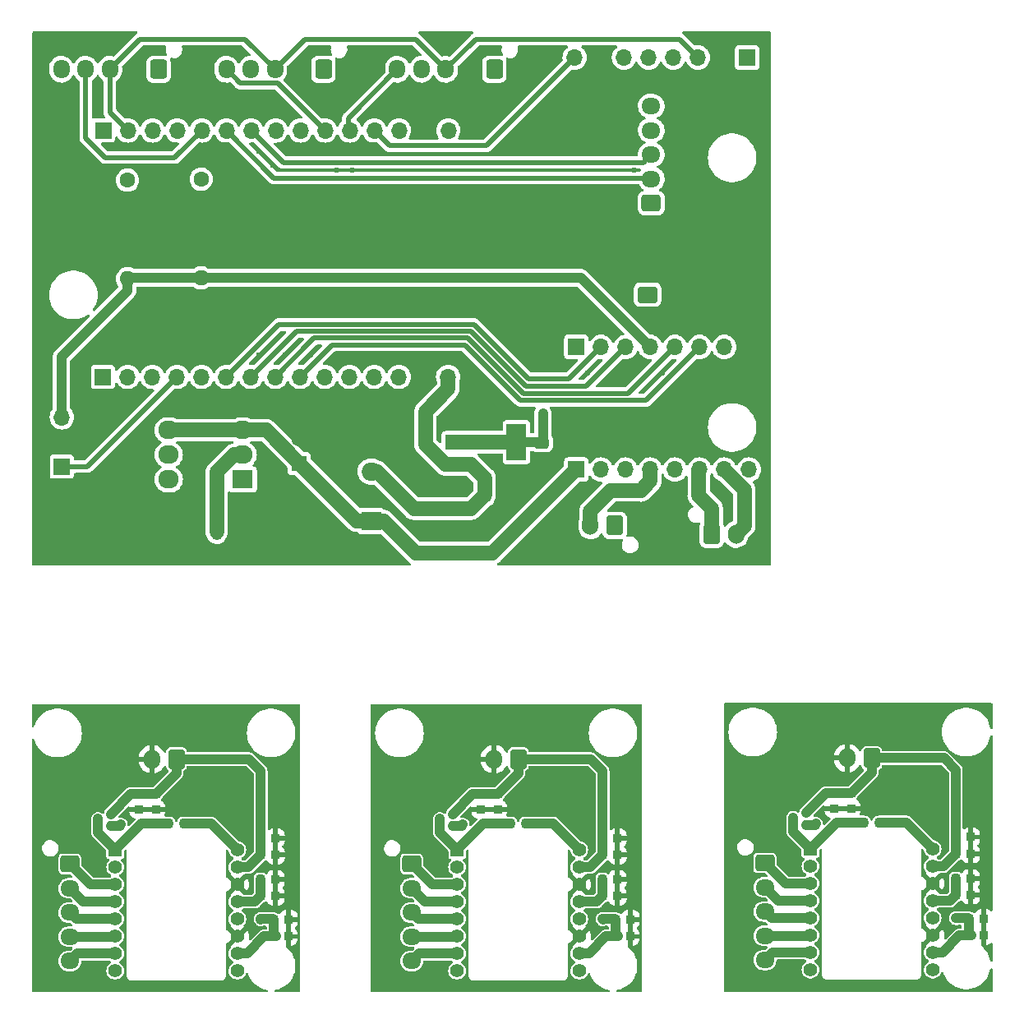
<source format=gtl>
G04 #@! TF.GenerationSoftware,KiCad,Pcbnew,7.0.10*
G04 #@! TF.CreationDate,2024-01-17T23:16:48-03:00*
G04 #@! TF.ProjectId,ligeirinho,6c696765-6972-4696-9e68-6f2e6b696361,rev?*
G04 #@! TF.SameCoordinates,Original*
G04 #@! TF.FileFunction,Copper,L1,Top*
G04 #@! TF.FilePolarity,Positive*
%FSLAX46Y46*%
G04 Gerber Fmt 4.6, Leading zero omitted, Abs format (unit mm)*
G04 Created by KiCad (PCBNEW 7.0.10) date 2024-01-17 23:16:48*
%MOMM*%
%LPD*%
G01*
G04 APERTURE LIST*
G04 Aperture macros list*
%AMRoundRect*
0 Rectangle with rounded corners*
0 $1 Rounding radius*
0 $2 $3 $4 $5 $6 $7 $8 $9 X,Y pos of 4 corners*
0 Add a 4 corners polygon primitive as box body*
4,1,4,$2,$3,$4,$5,$6,$7,$8,$9,$2,$3,0*
0 Add four circle primitives for the rounded corners*
1,1,$1+$1,$2,$3*
1,1,$1+$1,$4,$5*
1,1,$1+$1,$6,$7*
1,1,$1+$1,$8,$9*
0 Add four rect primitives between the rounded corners*
20,1,$1+$1,$2,$3,$4,$5,0*
20,1,$1+$1,$4,$5,$6,$7,0*
20,1,$1+$1,$6,$7,$8,$9,0*
20,1,$1+$1,$8,$9,$2,$3,0*%
G04 Aperture macros list end*
G04 #@! TA.AperFunction,SMDPad,CuDef*
%ADD10RoundRect,0.225000X-0.250000X0.225000X-0.250000X-0.225000X0.250000X-0.225000X0.250000X0.225000X0*%
G04 #@! TD*
G04 #@! TA.AperFunction,SMDPad,CuDef*
%ADD11RoundRect,0.225000X-0.225000X-0.250000X0.225000X-0.250000X0.225000X0.250000X-0.225000X0.250000X0*%
G04 #@! TD*
G04 #@! TA.AperFunction,ComponentPad*
%ADD12RoundRect,0.250000X-0.725000X0.600000X-0.725000X-0.600000X0.725000X-0.600000X0.725000X0.600000X0*%
G04 #@! TD*
G04 #@! TA.AperFunction,ComponentPad*
%ADD13O,1.950000X1.700000*%
G04 #@! TD*
G04 #@! TA.AperFunction,ComponentPad*
%ADD14RoundRect,0.250000X0.600000X0.750000X-0.600000X0.750000X-0.600000X-0.750000X0.600000X-0.750000X0*%
G04 #@! TD*
G04 #@! TA.AperFunction,ComponentPad*
%ADD15O,1.700000X2.000000*%
G04 #@! TD*
G04 #@! TA.AperFunction,ComponentPad*
%ADD16R,1.400000X1.400000*%
G04 #@! TD*
G04 #@! TA.AperFunction,ComponentPad*
%ADD17C,1.400000*%
G04 #@! TD*
G04 #@! TA.AperFunction,SMDPad,CuDef*
%ADD18R,0.600000X0.500000*%
G04 #@! TD*
G04 #@! TA.AperFunction,ComponentPad*
%ADD19O,1.600000X1.600000*%
G04 #@! TD*
G04 #@! TA.AperFunction,ComponentPad*
%ADD20C,1.600000*%
G04 #@! TD*
G04 #@! TA.AperFunction,ComponentPad*
%ADD21O,1.700000X1.700000*%
G04 #@! TD*
G04 #@! TA.AperFunction,ComponentPad*
%ADD22R,1.700000X1.700000*%
G04 #@! TD*
G04 #@! TA.AperFunction,ComponentPad*
%ADD23O,1.200000X1.750000*%
G04 #@! TD*
G04 #@! TA.AperFunction,ComponentPad*
%ADD24RoundRect,0.250000X-0.350000X-0.625000X0.350000X-0.625000X0.350000X0.625000X-0.350000X0.625000X0*%
G04 #@! TD*
G04 #@! TA.AperFunction,ComponentPad*
%ADD25O,2.000000X1.905000*%
G04 #@! TD*
G04 #@! TA.AperFunction,ComponentPad*
%ADD26R,2.000000X1.905000*%
G04 #@! TD*
G04 #@! TA.AperFunction,SMDPad,CuDef*
%ADD27R,2.000000X1.500000*%
G04 #@! TD*
G04 #@! TA.AperFunction,SMDPad,CuDef*
%ADD28R,2.000000X3.800000*%
G04 #@! TD*
G04 #@! TA.AperFunction,ComponentPad*
%ADD29O,1.700000X1.950000*%
G04 #@! TD*
G04 #@! TA.AperFunction,ComponentPad*
%ADD30RoundRect,0.250000X0.600000X0.725000X-0.600000X0.725000X-0.600000X-0.725000X0.600000X-0.725000X0*%
G04 #@! TD*
G04 #@! TA.AperFunction,ComponentPad*
%ADD31R,1.600000X1.600000*%
G04 #@! TD*
G04 #@! TA.AperFunction,SMDPad,CuDef*
%ADD32RoundRect,0.250000X-0.475000X0.337500X-0.475000X-0.337500X0.475000X-0.337500X0.475000X0.337500X0*%
G04 #@! TD*
G04 #@! TA.AperFunction,ComponentPad*
%ADD33O,2.100000X1.900000*%
G04 #@! TD*
G04 #@! TA.AperFunction,ComponentPad*
%ADD34R,2.100000X1.900000*%
G04 #@! TD*
G04 #@! TA.AperFunction,SMDPad,CuDef*
%ADD35RoundRect,0.250000X-0.337500X-0.475000X0.337500X-0.475000X0.337500X0.475000X-0.337500X0.475000X0*%
G04 #@! TD*
G04 #@! TA.AperFunction,ComponentPad*
%ADD36O,2.000000X1.700000*%
G04 #@! TD*
G04 #@! TA.AperFunction,ComponentPad*
%ADD37RoundRect,0.250000X0.750000X-0.600000X0.750000X0.600000X-0.750000X0.600000X-0.750000X-0.600000X0*%
G04 #@! TD*
G04 #@! TA.AperFunction,ComponentPad*
%ADD38RoundRect,0.250000X0.725000X-0.600000X0.725000X0.600000X-0.725000X0.600000X-0.725000X-0.600000X0*%
G04 #@! TD*
G04 #@! TA.AperFunction,ComponentPad*
%ADD39RoundRect,0.250000X-0.600000X-0.750000X0.600000X-0.750000X0.600000X0.750000X-0.600000X0.750000X0*%
G04 #@! TD*
G04 #@! TA.AperFunction,ViaPad*
%ADD40C,0.800000*%
G04 #@! TD*
G04 #@! TA.AperFunction,ViaPad*
%ADD41C,0.600000*%
G04 #@! TD*
G04 #@! TA.AperFunction,Conductor*
%ADD42C,1.000000*%
G04 #@! TD*
G04 #@! TA.AperFunction,Conductor*
%ADD43C,1.500000*%
G04 #@! TD*
G04 #@! TA.AperFunction,Conductor*
%ADD44C,0.500000*%
G04 #@! TD*
G04 APERTURE END LIST*
D10*
X78510000Y-119095000D03*
X78510000Y-120645000D03*
D11*
X89296000Y-129578000D03*
X90846000Y-129578000D03*
D10*
X76770000Y-119095000D03*
X76770000Y-120645000D03*
D11*
X90638000Y-131987000D03*
X92188000Y-131987000D03*
D12*
X69644000Y-126275000D03*
D13*
X69644000Y-128775000D03*
X69644000Y-131275000D03*
X69644000Y-133775000D03*
X69644000Y-136275000D03*
D11*
X89302000Y-125335000D03*
X90852000Y-125335000D03*
X90625000Y-133745000D03*
X92175000Y-133745000D03*
D14*
X80640000Y-115466000D03*
D15*
X78140000Y-115466000D03*
D11*
X89296000Y-127878000D03*
X90846000Y-127878000D03*
D16*
X74324000Y-124825000D03*
D17*
X74324000Y-126605000D03*
X74324000Y-128385000D03*
X74324000Y-130165000D03*
X74324000Y-131945000D03*
X74324000Y-133725000D03*
X74324000Y-135505000D03*
X74324000Y-137285000D03*
X86924000Y-137285000D03*
X86924000Y-135505000D03*
X86924000Y-133725000D03*
X86924000Y-131945000D03*
X86924000Y-130165000D03*
X86924000Y-128385000D03*
X86924000Y-126605000D03*
X86924000Y-124825000D03*
D11*
X79849000Y-122090000D03*
X81399000Y-122090000D03*
D18*
X73860000Y-122135000D03*
X73860000Y-121135000D03*
X72560000Y-121635000D03*
D11*
X89302000Y-123600000D03*
X90852000Y-123600000D03*
D10*
X114910000Y-118995000D03*
X114910000Y-120545000D03*
D11*
X125696000Y-129478000D03*
X127246000Y-129478000D03*
D10*
X113170000Y-118995000D03*
X113170000Y-120545000D03*
D11*
X127038000Y-131887000D03*
X128588000Y-131887000D03*
D12*
X106044000Y-126175000D03*
D13*
X106044000Y-128675000D03*
X106044000Y-131175000D03*
X106044000Y-133675000D03*
X106044000Y-136175000D03*
D11*
X125702000Y-125235000D03*
X127252000Y-125235000D03*
X127025000Y-133645000D03*
X128575000Y-133645000D03*
D14*
X117040000Y-115366000D03*
D15*
X114540000Y-115366000D03*
D11*
X125696000Y-127778000D03*
X127246000Y-127778000D03*
D16*
X110724000Y-124725000D03*
D17*
X110724000Y-126505000D03*
X110724000Y-128285000D03*
X110724000Y-130065000D03*
X110724000Y-131845000D03*
X110724000Y-133625000D03*
X110724000Y-135405000D03*
X110724000Y-137185000D03*
X123324000Y-137185000D03*
X123324000Y-135405000D03*
X123324000Y-133625000D03*
X123324000Y-131845000D03*
X123324000Y-130065000D03*
X123324000Y-128285000D03*
X123324000Y-126505000D03*
X123324000Y-124725000D03*
D11*
X116249000Y-121990000D03*
X117799000Y-121990000D03*
D18*
X110260000Y-122035000D03*
X110260000Y-121035000D03*
X108960000Y-121535000D03*
D11*
X125702000Y-123500000D03*
X127252000Y-123500000D03*
X54072000Y-129578000D03*
X55622000Y-129578000D03*
D10*
X43286000Y-119095000D03*
X43286000Y-120645000D03*
D18*
X38636000Y-122135000D03*
X38636000Y-121135000D03*
X37336000Y-121635000D03*
D11*
X54072000Y-127878000D03*
X55622000Y-127878000D03*
X44625000Y-122090000D03*
X46175000Y-122090000D03*
X54078000Y-123600000D03*
X55628000Y-123600000D03*
D16*
X39100000Y-124825000D03*
D17*
X39100000Y-126605000D03*
X39100000Y-128385000D03*
X39100000Y-130165000D03*
X39100000Y-131945000D03*
X39100000Y-133725000D03*
X39100000Y-135505000D03*
X39100000Y-137285000D03*
X51700000Y-137285000D03*
X51700000Y-135505000D03*
X51700000Y-133725000D03*
X51700000Y-131945000D03*
X51700000Y-130165000D03*
X51700000Y-128385000D03*
X51700000Y-126605000D03*
X51700000Y-124825000D03*
D10*
X41546000Y-119095000D03*
X41546000Y-120645000D03*
D11*
X55414000Y-131987000D03*
X56964000Y-131987000D03*
D14*
X45416000Y-115466000D03*
D15*
X42916000Y-115466000D03*
D12*
X34420000Y-126275000D03*
D13*
X34420000Y-128775000D03*
X34420000Y-131275000D03*
X34420000Y-133775000D03*
X34420000Y-136275000D03*
D11*
X54078000Y-125335000D03*
X55628000Y-125335000D03*
X55401000Y-133745000D03*
X56951000Y-133745000D03*
D19*
X40365000Y-65985000D03*
D20*
X40365000Y-55825000D03*
D21*
X104385000Y-73005000D03*
X101845000Y-73005000D03*
X99305000Y-73005000D03*
X96765000Y-73005000D03*
X94225000Y-73005000D03*
X91685000Y-73005000D03*
X89145000Y-73005000D03*
D22*
X86605000Y-73005000D03*
D21*
X33615000Y-80255000D03*
X33615000Y-82795000D03*
D22*
X33615000Y-85335000D03*
D23*
X49565000Y-92055000D03*
D24*
X47565000Y-92055000D03*
D21*
X86435000Y-43195000D03*
X88975000Y-43195000D03*
X91515000Y-43195000D03*
X94055000Y-43195000D03*
X96595000Y-43195000D03*
X99135000Y-43195000D03*
X101675000Y-43195000D03*
D22*
X104215000Y-43195000D03*
D25*
X65465000Y-85855000D03*
X65465000Y-88395000D03*
D26*
X65465000Y-90935000D03*
D27*
X74125000Y-85115000D03*
D28*
X80425000Y-82815000D03*
D27*
X74125000Y-82815000D03*
X74125000Y-80515000D03*
D29*
X68165000Y-44405000D03*
X70665000Y-44405000D03*
X73165000Y-44405000D03*
X75665000Y-44405000D03*
D30*
X78165000Y-44405000D03*
D20*
X58065000Y-82505000D03*
D31*
X58065000Y-85005000D03*
D20*
X72665000Y-92172621D03*
D31*
X72665000Y-89672621D03*
D29*
X50565000Y-44405000D03*
X53065000Y-44405000D03*
X55565000Y-44405000D03*
X58065000Y-44405000D03*
D30*
X60565000Y-44405000D03*
D19*
X47965000Y-65885000D03*
D20*
X47965000Y-55725000D03*
D32*
X83065000Y-84942500D03*
X83065000Y-82867500D03*
D21*
X73425000Y-50705000D03*
X70885000Y-50705000D03*
X68345000Y-50705000D03*
X65805000Y-50705000D03*
X63265000Y-50705000D03*
X60725000Y-50705000D03*
X58185000Y-50705000D03*
X55645000Y-50705000D03*
X53105000Y-50705000D03*
X50565000Y-50705000D03*
X48025000Y-50705000D03*
X45485000Y-50705000D03*
X42945000Y-50705000D03*
X40405000Y-50705000D03*
D22*
X37865000Y-50705000D03*
D21*
X73405000Y-76095000D03*
X70865000Y-76095000D03*
X68325000Y-76095000D03*
X65785000Y-76095000D03*
X63245000Y-76095000D03*
X60705000Y-76095000D03*
X58165000Y-76095000D03*
X55625000Y-76095000D03*
X53085000Y-76095000D03*
X50545000Y-76095000D03*
X48005000Y-76095000D03*
X45465000Y-76095000D03*
X42925000Y-76095000D03*
X40385000Y-76095000D03*
D22*
X37845000Y-76095000D03*
D21*
X104385000Y-85630000D03*
X101845000Y-85630000D03*
X99305000Y-85630000D03*
X96765000Y-85630000D03*
X94225000Y-85630000D03*
X91685000Y-85630000D03*
X89145000Y-85630000D03*
D22*
X86605000Y-85630000D03*
D33*
X44627500Y-84127500D03*
X52247500Y-84127500D03*
X44627500Y-86667500D03*
X52247500Y-81587500D03*
X44627500Y-81587500D03*
D34*
X52247500Y-86667500D03*
D29*
X33565000Y-44405000D03*
X36065000Y-44405000D03*
X38565000Y-44405000D03*
X41065000Y-44405000D03*
D30*
X43565000Y-44405000D03*
D35*
X79252500Y-88255000D03*
X77177500Y-88255000D03*
D36*
X93955000Y-65135000D03*
D37*
X93955000Y-67635000D03*
D13*
X94335000Y-48195000D03*
X94335000Y-50695000D03*
X94335000Y-53195000D03*
X94335000Y-55695000D03*
D38*
X94335000Y-58195000D03*
D15*
X103065000Y-92305000D03*
D39*
X100565000Y-92305000D03*
D15*
X88065000Y-91405000D03*
D14*
X90565000Y-91405000D03*
D40*
X67750000Y-136255000D03*
X89309000Y-131942000D03*
X67750000Y-133795000D03*
X92500000Y-119955000D03*
X83190000Y-119465000D03*
X67750000Y-117865000D03*
X92500000Y-115945000D03*
X74904000Y-122219500D03*
X86790000Y-119495000D03*
X92500000Y-118035000D03*
X67750000Y-115775000D03*
X67750000Y-128635000D03*
X67750000Y-126405000D03*
X67750000Y-131275000D03*
X85040000Y-119465000D03*
X67750000Y-119785000D03*
X104150000Y-136155000D03*
X125709000Y-131842000D03*
X104150000Y-133695000D03*
X128900000Y-119855000D03*
X119590000Y-119365000D03*
X104150000Y-117765000D03*
X128900000Y-115845000D03*
X111304000Y-122119500D03*
X123190000Y-119395000D03*
X128900000Y-117935000D03*
X104150000Y-115675000D03*
X104150000Y-128535000D03*
X104150000Y-126305000D03*
X104150000Y-131175000D03*
X121440000Y-119365000D03*
X104150000Y-119685000D03*
X32526000Y-117865000D03*
X54085000Y-131942000D03*
X57276000Y-119955000D03*
X32526000Y-136255000D03*
X57276000Y-115945000D03*
X47966000Y-119465000D03*
X32526000Y-133795000D03*
X39680000Y-122219500D03*
X51566000Y-119495000D03*
X32526000Y-115775000D03*
X32526000Y-128635000D03*
X32526000Y-131275000D03*
X49816000Y-119465000D03*
X57276000Y-118035000D03*
X32526000Y-119785000D03*
X32526000Y-126405000D03*
D41*
X92675000Y-57035000D03*
X34865000Y-90405000D03*
X38365000Y-93555000D03*
X102295000Y-57745000D03*
X95565000Y-92255000D03*
X37305000Y-46365000D03*
X32205000Y-57595000D03*
X46815000Y-49055000D03*
X58415000Y-90255000D03*
X56645000Y-73805000D03*
X59395000Y-69605000D03*
X101185000Y-87815000D03*
X32115000Y-90455000D03*
X96365000Y-56055000D03*
X90755000Y-89435000D03*
X32205000Y-54835000D03*
X62525000Y-48195000D03*
X32205000Y-53565000D03*
X65075000Y-52445000D03*
X92505000Y-49365000D03*
X53875000Y-52865000D03*
X92505000Y-51745000D03*
X68015000Y-84055000D03*
X55865000Y-90255000D03*
X69435000Y-48195000D03*
X92505000Y-48325000D03*
X32205000Y-56285000D03*
X82685000Y-42775000D03*
X71245000Y-69605000D03*
X44045000Y-58705000D03*
X53965000Y-90205000D03*
X77715000Y-91305000D03*
X62755000Y-69605000D03*
X96365000Y-52935000D03*
X73775000Y-42515000D03*
X59215000Y-73805000D03*
X98245000Y-83625000D03*
X92485000Y-75705000D03*
X102295000Y-59735000D03*
X96365000Y-55015000D03*
X95665000Y-94205000D03*
X58476425Y-93505000D03*
X32165000Y-93655000D03*
X60515000Y-52485000D03*
X90525000Y-75705000D03*
X41165000Y-93505000D03*
X67465000Y-81255000D03*
X53945000Y-73865000D03*
X95445000Y-75705000D03*
X54005000Y-93505000D03*
X102295000Y-58695000D03*
X55355000Y-54285000D03*
X96365000Y-54065000D03*
X41365000Y-90505000D03*
X55793570Y-93505000D03*
X61915000Y-54785000D03*
X45675000Y-58705000D03*
X61305000Y-69605000D03*
X68765000Y-81255000D03*
X45295000Y-46515000D03*
X73955000Y-69605000D03*
X41905000Y-52515000D03*
X91505000Y-75705000D03*
X51865000Y-48905000D03*
X70015000Y-69605000D03*
X41615000Y-49005000D03*
X60265000Y-93505000D03*
X95515000Y-90205000D03*
X63825000Y-56795000D03*
X87745000Y-75705000D03*
X61865000Y-52445000D03*
X38115000Y-90455000D03*
X60065000Y-90205000D03*
X92625000Y-54775000D03*
X96285000Y-83625000D03*
X39135000Y-52565000D03*
X66065000Y-81255000D03*
X92505000Y-50585000D03*
X42465000Y-58705000D03*
X63575000Y-54785000D03*
X63445000Y-52445000D03*
X59765000Y-48105000D03*
X76935000Y-42515000D03*
X57825000Y-69605000D03*
X80865000Y-87305000D03*
X34915000Y-93655000D03*
X72565000Y-69605000D03*
X102295000Y-56615000D03*
X48805000Y-42625000D03*
X102275000Y-90285000D03*
X64625000Y-42655000D03*
X76565000Y-49205000D03*
X97265000Y-83625000D03*
X83165000Y-79855000D03*
D42*
X77059000Y-122090000D02*
X79849000Y-122090000D01*
X90920000Y-133720000D02*
X90907000Y-133733000D01*
X89342000Y-131975000D02*
X89309000Y-131942000D01*
X90638000Y-133732000D02*
X90625000Y-133745000D01*
X69644000Y-128775000D02*
X71034000Y-130165000D01*
X90638000Y-131987000D02*
X90638000Y-133732000D01*
X72560000Y-121635000D02*
X72560000Y-123061000D01*
X76770000Y-119095000D02*
X75900000Y-119095000D01*
X89309000Y-131942000D02*
X90593000Y-131942000D01*
X90593000Y-131942000D02*
X90638000Y-131987000D01*
X86924000Y-131945000D02*
X87123899Y-131945000D01*
X75900000Y-119095000D02*
X73860000Y-121135000D01*
X70314000Y-131945000D02*
X74324000Y-131945000D01*
X71034000Y-130165000D02*
X74324000Y-130165000D01*
X86927000Y-131942000D02*
X86924000Y-131945000D01*
X74274000Y-133775000D02*
X74324000Y-133725000D01*
X78510000Y-119095000D02*
X76770000Y-119095000D01*
X88032000Y-126605000D02*
X86924000Y-126605000D01*
X69644000Y-126275000D02*
X71754000Y-128385000D01*
X89322000Y-123580000D02*
X89302000Y-123600000D01*
X89296000Y-129578000D02*
X89296000Y-127878000D01*
X72560000Y-123061000D02*
X74324000Y-124825000D01*
X88709000Y-130165000D02*
X89296000Y-129578000D01*
X89302000Y-125335000D02*
X88032000Y-126605000D01*
X88086000Y-115466000D02*
X89322000Y-116702000D01*
X89673949Y-133745000D02*
X87913949Y-135505000D01*
X90625000Y-133745000D02*
X89673949Y-133745000D01*
X69644000Y-133775000D02*
X74274000Y-133775000D01*
X69644000Y-131275000D02*
X70314000Y-131945000D01*
X87913949Y-135505000D02*
X86924000Y-135505000D01*
X89302000Y-123600000D02*
X89302000Y-125335000D01*
X81399000Y-122090000D02*
X84189000Y-122090000D01*
X80640000Y-115466000D02*
X80640000Y-116965000D01*
X80640000Y-116965000D02*
X78510000Y-119095000D01*
X86924000Y-130165000D02*
X88709000Y-130165000D01*
X84189000Y-122090000D02*
X86924000Y-124825000D01*
X80640000Y-115466000D02*
X88086000Y-115466000D01*
X89322000Y-116702000D02*
X89322000Y-123580000D01*
X74324000Y-124825000D02*
X77059000Y-122090000D01*
X70414000Y-135505000D02*
X74324000Y-135505000D01*
X69644000Y-136275000D02*
X70414000Y-135505000D01*
X74788500Y-122335000D02*
X73860000Y-122335000D01*
X71754000Y-128385000D02*
X74324000Y-128385000D01*
X74904000Y-122219500D02*
X74788500Y-122335000D01*
X113459000Y-121990000D02*
X116249000Y-121990000D01*
X127320000Y-133620000D02*
X127307000Y-133633000D01*
X125742000Y-131875000D02*
X125709000Y-131842000D01*
X127038000Y-133632000D02*
X127025000Y-133645000D01*
X106044000Y-128675000D02*
X107434000Y-130065000D01*
X127038000Y-131887000D02*
X127038000Y-133632000D01*
X108960000Y-121535000D02*
X108960000Y-122961000D01*
X113170000Y-118995000D02*
X112300000Y-118995000D01*
X125709000Y-131842000D02*
X126993000Y-131842000D01*
X126993000Y-131842000D02*
X127038000Y-131887000D01*
X123324000Y-131845000D02*
X123523899Y-131845000D01*
X112300000Y-118995000D02*
X110260000Y-121035000D01*
X106714000Y-131845000D02*
X110724000Y-131845000D01*
X107434000Y-130065000D02*
X110724000Y-130065000D01*
X123327000Y-131842000D02*
X123324000Y-131845000D01*
X110674000Y-133675000D02*
X110724000Y-133625000D01*
X114910000Y-118995000D02*
X113170000Y-118995000D01*
X124432000Y-126505000D02*
X123324000Y-126505000D01*
X106044000Y-126175000D02*
X108154000Y-128285000D01*
X125722000Y-123480000D02*
X125702000Y-123500000D01*
X125696000Y-129478000D02*
X125696000Y-127778000D01*
X108960000Y-122961000D02*
X110724000Y-124725000D01*
X125109000Y-130065000D02*
X125696000Y-129478000D01*
X125702000Y-125235000D02*
X124432000Y-126505000D01*
X124486000Y-115366000D02*
X125722000Y-116602000D01*
X126073949Y-133645000D02*
X124313949Y-135405000D01*
X127025000Y-133645000D02*
X126073949Y-133645000D01*
X106044000Y-133675000D02*
X110674000Y-133675000D01*
X106044000Y-131175000D02*
X106714000Y-131845000D01*
X124313949Y-135405000D02*
X123324000Y-135405000D01*
X125702000Y-123500000D02*
X125702000Y-125235000D01*
X117799000Y-121990000D02*
X120589000Y-121990000D01*
X117040000Y-115366000D02*
X117040000Y-116865000D01*
X117040000Y-116865000D02*
X114910000Y-118995000D01*
X123324000Y-130065000D02*
X125109000Y-130065000D01*
X120589000Y-121990000D02*
X123324000Y-124725000D01*
X117040000Y-115366000D02*
X124486000Y-115366000D01*
X125722000Y-116602000D02*
X125722000Y-123480000D01*
X110724000Y-124725000D02*
X113459000Y-121990000D01*
X106814000Y-135405000D02*
X110724000Y-135405000D01*
X106044000Y-136175000D02*
X106814000Y-135405000D01*
X111188500Y-122235000D02*
X110260000Y-122235000D01*
X108154000Y-128285000D02*
X110724000Y-128285000D01*
X111304000Y-122119500D02*
X111188500Y-122235000D01*
X34420000Y-136275000D02*
X35190000Y-135505000D01*
X36530000Y-128385000D02*
X39100000Y-128385000D01*
X39564500Y-122335000D02*
X38636000Y-122335000D01*
X35190000Y-135505000D02*
X39100000Y-135505000D01*
X39680000Y-122219500D02*
X39564500Y-122335000D01*
X39100000Y-124825000D02*
X41835000Y-122090000D01*
X45416000Y-115466000D02*
X45416000Y-116965000D01*
X54098000Y-123580000D02*
X54078000Y-123600000D01*
X54072000Y-129578000D02*
X54072000Y-127878000D01*
X48965000Y-122090000D02*
X51700000Y-124825000D01*
X37336000Y-123061000D02*
X39100000Y-124825000D01*
X43286000Y-119095000D02*
X41546000Y-119095000D01*
X53485000Y-130165000D02*
X54072000Y-129578000D01*
X51703000Y-131942000D02*
X51700000Y-131945000D01*
X45416000Y-116965000D02*
X43286000Y-119095000D01*
X46175000Y-122090000D02*
X48965000Y-122090000D01*
X51700000Y-130165000D02*
X53485000Y-130165000D01*
X55401000Y-133745000D02*
X54449949Y-133745000D01*
X54078000Y-125335000D02*
X52808000Y-126605000D01*
X52689949Y-135505000D02*
X51700000Y-135505000D01*
X54078000Y-123600000D02*
X54078000Y-125335000D01*
X45416000Y-115466000D02*
X52862000Y-115466000D01*
X52862000Y-115466000D02*
X54098000Y-116702000D01*
X35810000Y-130165000D02*
X39100000Y-130165000D01*
X34420000Y-131275000D02*
X35090000Y-131945000D01*
X54449949Y-133745000D02*
X52689949Y-135505000D01*
X54098000Y-116702000D02*
X54098000Y-123580000D01*
X52808000Y-126605000D02*
X51700000Y-126605000D01*
X34420000Y-126275000D02*
X36530000Y-128385000D01*
X39050000Y-133775000D02*
X39100000Y-133725000D01*
X34420000Y-133775000D02*
X39050000Y-133775000D01*
X34420000Y-128775000D02*
X35810000Y-130165000D01*
X37336000Y-121635000D02*
X37336000Y-123061000D01*
X41546000Y-119095000D02*
X40676000Y-119095000D01*
X54085000Y-131942000D02*
X55369000Y-131942000D01*
X40676000Y-119095000D02*
X38636000Y-121135000D01*
X51700000Y-131945000D02*
X51899899Y-131945000D01*
X55414000Y-131987000D02*
X55414000Y-133732000D01*
X55369000Y-131942000D02*
X55414000Y-131987000D01*
X35090000Y-131945000D02*
X39100000Y-131945000D01*
X41835000Y-122090000D02*
X44625000Y-122090000D01*
X55414000Y-133732000D02*
X55401000Y-133745000D01*
X55696000Y-133720000D02*
X55683000Y-133733000D01*
X54118000Y-131975000D02*
X54085000Y-131942000D01*
D43*
X74125000Y-85115000D02*
X75775000Y-85115000D01*
X77177500Y-86517500D02*
X77177500Y-88255000D01*
X75759879Y-89672621D02*
X77177500Y-88255000D01*
X75775000Y-85115000D02*
X77177500Y-86517500D01*
X72665000Y-89672621D02*
X75759879Y-89672621D01*
X73405000Y-77315000D02*
X71065000Y-79655000D01*
X73405000Y-76095000D02*
X73405000Y-77315000D01*
X71065000Y-79655000D02*
X71065000Y-83055000D01*
X71065000Y-83055000D02*
X73125000Y-85115000D01*
X73125000Y-85115000D02*
X74125000Y-85115000D01*
X74097500Y-85142500D02*
X74125000Y-85115000D01*
X66065000Y-85855000D02*
X69882621Y-89672621D01*
X65465000Y-85855000D02*
X66065000Y-85855000D01*
X69882621Y-89672621D02*
X72665000Y-89672621D01*
X65465000Y-90935000D02*
X66745000Y-90935000D01*
X66745000Y-90935000D02*
X70065000Y-94255000D01*
X54647500Y-81587500D02*
X58065000Y-85005000D01*
X63995000Y-90935000D02*
X65465000Y-90935000D01*
X70065000Y-94255000D02*
X77980000Y-94255000D01*
X58065000Y-85005000D02*
X63995000Y-90935000D01*
X44627500Y-81587500D02*
X52247500Y-81587500D01*
X77980000Y-94255000D02*
X86605000Y-85630000D01*
X52247500Y-81587500D02*
X54647500Y-81587500D01*
D44*
X36225000Y-85335000D02*
X45465000Y-76095000D01*
X33615000Y-85335000D02*
X36225000Y-85335000D01*
X85845000Y-76305000D02*
X81665000Y-76305000D01*
X55935000Y-70705000D02*
X50545000Y-76095000D01*
X81665000Y-76305000D02*
X76065000Y-70705000D01*
X89145000Y-73005000D02*
X85845000Y-76305000D01*
X76065000Y-70705000D02*
X55935000Y-70705000D01*
X53085000Y-76095000D02*
X57775000Y-71405000D01*
X81404950Y-77065050D02*
X87624950Y-77065050D01*
X87624950Y-77065050D02*
X91685000Y-73005000D01*
X75744899Y-71405000D02*
X81404950Y-77065050D01*
X57775000Y-71405000D02*
X75744899Y-71405000D01*
X59365000Y-72355000D02*
X55625000Y-76095000D01*
X59565000Y-72105000D02*
X59365000Y-72305000D01*
X75454950Y-72105000D02*
X59565000Y-72105000D01*
X91965000Y-77805000D02*
X81154950Y-77805000D01*
X81154950Y-77805000D02*
X75454950Y-72105000D01*
X96765000Y-73005000D02*
X91965000Y-77805000D01*
X59365000Y-72305000D02*
X59365000Y-72355000D01*
X80865000Y-78505000D02*
X93805000Y-78505000D01*
X75165000Y-72805000D02*
X80865000Y-78505000D01*
X58165000Y-76095000D02*
X61455000Y-72805000D01*
X61455000Y-72805000D02*
X75165000Y-72805000D01*
X93805000Y-78505000D02*
X99305000Y-73005000D01*
X97245000Y-41305000D02*
X76265000Y-41305000D01*
X73165000Y-44405000D02*
X70065000Y-41305000D01*
X38565000Y-44405000D02*
X38565000Y-48865000D01*
X70065000Y-41305000D02*
X58665000Y-41305000D01*
X99135000Y-43195000D02*
X97245000Y-41305000D01*
X41665000Y-41305000D02*
X38565000Y-44405000D01*
X55565000Y-44405000D02*
X52465000Y-41305000D01*
X58665000Y-41305000D02*
X55565000Y-44405000D01*
X76265000Y-41305000D02*
X73165000Y-44405000D01*
X38565000Y-48865000D02*
X40405000Y-50705000D01*
X52465000Y-41305000D02*
X41665000Y-41305000D01*
X36065000Y-51505000D02*
X38065000Y-53505000D01*
X38065000Y-53505000D02*
X45225000Y-53505000D01*
X45225000Y-53505000D02*
X48025000Y-50705000D01*
X36065000Y-44405000D02*
X36065000Y-51505000D01*
X94245000Y-55605000D02*
X55465000Y-55605000D01*
X55465000Y-55605000D02*
X50565000Y-50705000D01*
X94335000Y-55695000D02*
X94245000Y-55605000D01*
X60905661Y-54015000D02*
X56415000Y-54015000D01*
X93525000Y-54005000D02*
X60915661Y-54005000D01*
X56415000Y-54015000D02*
X53105000Y-50705000D01*
X94335000Y-53195000D02*
X93525000Y-54005000D01*
X60915661Y-54005000D02*
X60905661Y-54015000D01*
X55850000Y-45830000D02*
X60725000Y-50705000D01*
X50565000Y-44405000D02*
X51990000Y-45830000D01*
X51990000Y-45830000D02*
X55850000Y-45830000D01*
X63134339Y-50574339D02*
X63265000Y-50705000D01*
X63134339Y-49435661D02*
X63134339Y-50574339D01*
X68165000Y-44405000D02*
X63134339Y-49435661D01*
X67375000Y-52275000D02*
X65805000Y-50705000D01*
X77355000Y-52275000D02*
X67375000Y-52275000D01*
X86435000Y-43195000D02*
X77355000Y-52275000D01*
D42*
X40365000Y-65985000D02*
X40365000Y-67205000D01*
X83087500Y-82815000D02*
X80425000Y-82815000D01*
X83165000Y-82737500D02*
X83087500Y-82815000D01*
X83165000Y-79855000D02*
X83165000Y-82737500D01*
X94225000Y-73005000D02*
X87105000Y-65885000D01*
D43*
X74125000Y-82815000D02*
X80425000Y-82815000D01*
D42*
X40465000Y-65885000D02*
X40365000Y-65985000D01*
X33565000Y-80205000D02*
X33615000Y-80255000D01*
X47965000Y-65885000D02*
X40465000Y-65885000D01*
X40365000Y-67205000D02*
X33565000Y-74005000D01*
X33565000Y-74005000D02*
X33565000Y-80205000D01*
X87105000Y-65885000D02*
X47965000Y-65885000D01*
D43*
X94225000Y-86832081D02*
X93252081Y-87805000D01*
X88065000Y-89905000D02*
X88065000Y-91405000D01*
X90165000Y-87805000D02*
X88065000Y-89905000D01*
X94225000Y-85630000D02*
X94225000Y-86832081D01*
X93252081Y-87805000D02*
X90165000Y-87805000D01*
X99215000Y-88292258D02*
X100565000Y-89642258D01*
X99215000Y-85720000D02*
X99215000Y-88292258D01*
X100565000Y-89642258D02*
X100565000Y-92305000D01*
X99305000Y-85630000D02*
X99215000Y-85720000D01*
X101845000Y-85630000D02*
X101845000Y-85635585D01*
X101845000Y-85635585D02*
X103925000Y-87715585D01*
X103925000Y-91445000D02*
X103065000Y-92305000D01*
X103925000Y-87715585D02*
X103925000Y-91445000D01*
X51342500Y-84127500D02*
X52247500Y-84127500D01*
X49565000Y-92055000D02*
X49565000Y-85905000D01*
X49565000Y-85905000D02*
X51342500Y-84127500D01*
G04 #@! TA.AperFunction,Conductor*
G36*
X96538662Y-74238966D02*
G01*
X96547023Y-74241207D01*
X96732537Y-74257437D01*
X96764998Y-74260277D01*
X96765000Y-74260277D01*
X96765001Y-74260277D01*
X96773954Y-74259493D01*
X96825359Y-74254996D01*
X96893858Y-74268762D01*
X96944041Y-74317377D01*
X96959975Y-74385406D01*
X96936600Y-74451249D01*
X96923847Y-74466205D01*
X93571873Y-77818181D01*
X93510550Y-77851666D01*
X93484192Y-77854500D01*
X93134808Y-77854500D01*
X93067769Y-77834815D01*
X93022014Y-77782011D01*
X93012070Y-77712853D01*
X93041095Y-77649297D01*
X93047127Y-77642819D01*
X93863083Y-76826863D01*
X96418887Y-74271057D01*
X96480208Y-74237574D01*
X96538662Y-74238966D01*
G37*
G04 #@! TD.AperFunction*
G04 #@! TA.AperFunction,Conductor*
G36*
X93022865Y-73430041D02*
G01*
X93067381Y-73481414D01*
X93137898Y-73632639D01*
X93263402Y-73811877D01*
X93418123Y-73966598D01*
X93597361Y-74092102D01*
X93795670Y-74184575D01*
X94007023Y-74241207D01*
X94189926Y-74257208D01*
X94224998Y-74260277D01*
X94225000Y-74260277D01*
X94225001Y-74260277D01*
X94233954Y-74259493D01*
X94285359Y-74254996D01*
X94353858Y-74268762D01*
X94404041Y-74317377D01*
X94419975Y-74385406D01*
X94396600Y-74451249D01*
X94383847Y-74466205D01*
X91731873Y-77118181D01*
X91670550Y-77151666D01*
X91644192Y-77154500D01*
X88754808Y-77154500D01*
X88687769Y-77134815D01*
X88642014Y-77082011D01*
X88632070Y-77012853D01*
X88661095Y-76949297D01*
X88667127Y-76942819D01*
X89991764Y-75618181D01*
X91338886Y-74271057D01*
X91400207Y-74237574D01*
X91458663Y-74238966D01*
X91467023Y-74241207D01*
X91649926Y-74257208D01*
X91684998Y-74260277D01*
X91685000Y-74260277D01*
X91685002Y-74260277D01*
X91713254Y-74257805D01*
X91902977Y-74241207D01*
X92114330Y-74184575D01*
X92312639Y-74092102D01*
X92491877Y-73966598D01*
X92646598Y-73811877D01*
X92772102Y-73632639D01*
X92842618Y-73481414D01*
X92888790Y-73428977D01*
X92955984Y-73409825D01*
X93022865Y-73430041D01*
G37*
G04 #@! TD.AperFunction*
G04 #@! TA.AperFunction,Conductor*
G36*
X88918663Y-74238966D02*
G01*
X88927023Y-74241207D01*
X89109926Y-74257208D01*
X89144998Y-74260277D01*
X89145000Y-74260277D01*
X89145001Y-74260277D01*
X89153954Y-74259493D01*
X89205359Y-74254996D01*
X89273858Y-74268762D01*
X89324041Y-74317377D01*
X89339975Y-74385406D01*
X89316600Y-74451249D01*
X89303847Y-74466205D01*
X87391823Y-76378231D01*
X87330500Y-76411716D01*
X87304142Y-76414550D01*
X86954758Y-76414550D01*
X86887719Y-76394865D01*
X86841964Y-76342061D01*
X86832020Y-76272903D01*
X86861045Y-76209347D01*
X86867077Y-76202869D01*
X87167899Y-75902045D01*
X88798886Y-74271057D01*
X88860207Y-74237574D01*
X88918663Y-74238966D01*
G37*
G04 #@! TD.AperFunction*
G04 #@! TA.AperFunction,Conductor*
G36*
X56672231Y-71375185D02*
G01*
X56717986Y-71427989D01*
X56727930Y-71497147D01*
X56698905Y-71560703D01*
X56692873Y-71567181D01*
X53431113Y-74828939D01*
X53369790Y-74862424D01*
X53311346Y-74861035D01*
X53302983Y-74858794D01*
X53302970Y-74858792D01*
X53085002Y-74839723D01*
X53084996Y-74839723D01*
X53024637Y-74845003D01*
X52956137Y-74831236D01*
X52905955Y-74782620D01*
X52890022Y-74714591D01*
X52913398Y-74648748D01*
X52926143Y-74633801D01*
X56168127Y-71391819D01*
X56229450Y-71358334D01*
X56255808Y-71355500D01*
X56605192Y-71355500D01*
X56672231Y-71375185D01*
G37*
G04 #@! TD.AperFunction*
G04 #@! TA.AperFunction,Conductor*
G36*
X58512231Y-72075185D02*
G01*
X58557986Y-72127989D01*
X58567930Y-72197147D01*
X58538905Y-72260703D01*
X58532873Y-72267181D01*
X55971113Y-74828939D01*
X55909790Y-74862424D01*
X55851346Y-74861035D01*
X55842983Y-74858794D01*
X55842970Y-74858792D01*
X55625002Y-74839723D01*
X55624996Y-74839723D01*
X55564637Y-74845003D01*
X55496137Y-74831236D01*
X55445955Y-74782620D01*
X55430022Y-74714591D01*
X55453398Y-74648748D01*
X55466143Y-74633801D01*
X58008127Y-72091819D01*
X58069450Y-72058334D01*
X58095808Y-72055500D01*
X58445192Y-72055500D01*
X58512231Y-72075185D01*
G37*
G04 #@! TD.AperFunction*
G04 #@! TA.AperFunction,Conductor*
G36*
X60352231Y-72775185D02*
G01*
X60397986Y-72827989D01*
X60407930Y-72897147D01*
X60378905Y-72960703D01*
X60372873Y-72967181D01*
X58511113Y-74828939D01*
X58449790Y-74862424D01*
X58391346Y-74861035D01*
X58382983Y-74858794D01*
X58382970Y-74858792D01*
X58165002Y-74839723D01*
X58164996Y-74839723D01*
X58104637Y-74845003D01*
X58036137Y-74831236D01*
X57985955Y-74782620D01*
X57970022Y-74714591D01*
X57993398Y-74648748D01*
X58006144Y-74633800D01*
X59764513Y-72875431D01*
X59777079Y-72865365D01*
X59776925Y-72865178D01*
X59782933Y-72860205D01*
X59782940Y-72860202D01*
X59806227Y-72835402D01*
X59830865Y-72809167D01*
X59833579Y-72806366D01*
X59848130Y-72791816D01*
X59909454Y-72758333D01*
X59935808Y-72755500D01*
X60285192Y-72755500D01*
X60352231Y-72775185D01*
G37*
G04 #@! TD.AperFunction*
G04 #@! TA.AperFunction,Conductor*
G36*
X41351464Y-40520185D02*
G01*
X41397219Y-40572989D01*
X41407163Y-40642147D01*
X41378138Y-40705703D01*
X41354616Y-40724713D01*
X41355440Y-40725847D01*
X41312193Y-40757266D01*
X41302434Y-40763676D01*
X41263132Y-40786920D01*
X41248126Y-40801926D01*
X41233336Y-40814558D01*
X41216167Y-40827032D01*
X41216165Y-40827034D01*
X41187056Y-40862219D01*
X41179196Y-40870856D01*
X39010540Y-43039512D01*
X38949217Y-43072997D01*
X38895267Y-43072722D01*
X38733542Y-43035810D01*
X38733538Y-43035809D01*
X38733537Y-43035809D01*
X38733536Y-43035808D01*
X38733531Y-43035808D01*
X38508674Y-43025710D01*
X38508673Y-43025710D01*
X38508670Y-43025710D01*
X38285613Y-43055925D01*
X38285610Y-43055925D01*
X38285609Y-43055926D01*
X38071534Y-43125483D01*
X37873321Y-43232146D01*
X37873318Y-43232148D01*
X37697336Y-43372489D01*
X37626186Y-43453927D01*
X37549235Y-43542004D01*
X37528068Y-43577432D01*
X37433787Y-43735232D01*
X37433782Y-43735241D01*
X37429210Y-43747424D01*
X37387223Y-43803270D01*
X37321708Y-43827551D01*
X37253466Y-43812557D01*
X37204163Y-43763049D01*
X37201416Y-43757685D01*
X37142829Y-43636027D01*
X37010526Y-43453927D01*
X37010525Y-43453925D01*
X36847823Y-43298366D01*
X36659966Y-43174363D01*
X36452995Y-43085899D01*
X36452982Y-43085895D01*
X36233542Y-43035810D01*
X36233538Y-43035809D01*
X36233537Y-43035809D01*
X36233536Y-43035808D01*
X36233531Y-43035808D01*
X36008674Y-43025710D01*
X36008673Y-43025710D01*
X36008670Y-43025710D01*
X35785613Y-43055925D01*
X35785610Y-43055925D01*
X35785609Y-43055926D01*
X35571534Y-43125483D01*
X35373321Y-43232146D01*
X35373318Y-43232148D01*
X35197336Y-43372489D01*
X35126186Y-43453927D01*
X35049235Y-43542004D01*
X35028068Y-43577432D01*
X34933787Y-43735232D01*
X34933782Y-43735241D01*
X34929210Y-43747424D01*
X34887223Y-43803270D01*
X34821708Y-43827551D01*
X34753466Y-43812557D01*
X34704163Y-43763049D01*
X34701416Y-43757685D01*
X34642829Y-43636027D01*
X34510526Y-43453927D01*
X34510525Y-43453925D01*
X34347823Y-43298366D01*
X34159966Y-43174363D01*
X33952995Y-43085899D01*
X33952982Y-43085895D01*
X33733542Y-43035810D01*
X33733538Y-43035809D01*
X33733537Y-43035809D01*
X33733536Y-43035808D01*
X33733531Y-43035808D01*
X33508674Y-43025710D01*
X33508673Y-43025710D01*
X33508670Y-43025710D01*
X33285613Y-43055925D01*
X33285610Y-43055925D01*
X33285609Y-43055926D01*
X33071534Y-43125483D01*
X32873321Y-43232146D01*
X32873318Y-43232148D01*
X32697336Y-43372489D01*
X32626186Y-43453927D01*
X32549235Y-43542004D01*
X32528068Y-43577432D01*
X32433787Y-43735232D01*
X32433786Y-43735234D01*
X32354692Y-43945976D01*
X32314500Y-44167450D01*
X32314500Y-44586151D01*
X32329622Y-44754186D01*
X32329623Y-44754192D01*
X32389503Y-44971160D01*
X32389508Y-44971173D01*
X32487167Y-45173966D01*
X32487171Y-45173974D01*
X32619473Y-45356072D01*
X32619474Y-45356074D01*
X32782176Y-45511633D01*
X32970033Y-45635636D01*
X33177004Y-45724100D01*
X33177007Y-45724101D01*
X33177012Y-45724103D01*
X33396463Y-45774191D01*
X33621330Y-45784290D01*
X33844387Y-45754075D01*
X34058464Y-45684517D01*
X34256681Y-45577852D01*
X34432666Y-45437508D01*
X34580765Y-45267996D01*
X34696215Y-45074764D01*
X34700787Y-45062581D01*
X34742769Y-45006734D01*
X34808283Y-44982448D01*
X34876526Y-44997438D01*
X34925831Y-45046942D01*
X34928600Y-45052349D01*
X34987167Y-45173966D01*
X34987171Y-45173974D01*
X35119473Y-45356072D01*
X35119474Y-45356073D01*
X35119478Y-45356078D01*
X35282175Y-45511632D01*
X35358811Y-45562218D01*
X35403916Y-45615577D01*
X35414500Y-45665705D01*
X35414500Y-51419494D01*
X35412732Y-51435505D01*
X35412974Y-51435528D01*
X35412240Y-51443294D01*
X35414439Y-51513262D01*
X35414500Y-51517157D01*
X35414500Y-51545920D01*
X35414501Y-51545938D01*
X35415053Y-51550311D01*
X35415968Y-51561941D01*
X35417402Y-51607567D01*
X35417403Y-51607570D01*
X35423323Y-51627948D01*
X35427268Y-51646996D01*
X35429928Y-51668054D01*
X35429931Y-51668065D01*
X35446737Y-51710514D01*
X35450520Y-51721563D01*
X35463254Y-51765395D01*
X35463255Y-51765397D01*
X35474060Y-51783666D01*
X35482617Y-51801134D01*
X35486091Y-51809906D01*
X35490432Y-51820872D01*
X35517266Y-51857806D01*
X35523678Y-51867568D01*
X35545997Y-51905307D01*
X35546919Y-51906865D01*
X35546923Y-51906869D01*
X35561925Y-51921871D01*
X35574563Y-51936669D01*
X35587033Y-51953833D01*
X35587036Y-51953837D01*
X35622213Y-51982937D01*
X35630854Y-51990800D01*
X37544564Y-53904510D01*
X37554635Y-53917080D01*
X37554822Y-53916926D01*
X37559795Y-53922937D01*
X37559797Y-53922939D01*
X37559798Y-53922940D01*
X37581460Y-53943282D01*
X37610832Y-53970864D01*
X37613629Y-53973575D01*
X37633967Y-53993913D01*
X37637450Y-53996615D01*
X37646326Y-54004196D01*
X37666435Y-54023079D01*
X37679607Y-54035448D01*
X37679610Y-54035450D01*
X37679612Y-54035451D01*
X37698207Y-54045674D01*
X37714468Y-54056356D01*
X37731232Y-54069359D01*
X37731236Y-54069362D01*
X37773138Y-54087494D01*
X37783612Y-54092625D01*
X37823632Y-54114627D01*
X37844204Y-54119908D01*
X37862594Y-54126205D01*
X37882074Y-54134635D01*
X37927178Y-54141778D01*
X37938581Y-54144140D01*
X37982823Y-54155500D01*
X38004051Y-54155500D01*
X38023448Y-54157026D01*
X38044403Y-54160345D01*
X38044404Y-54160346D01*
X38044404Y-54160345D01*
X38044405Y-54160346D01*
X38089852Y-54156050D01*
X38101521Y-54155500D01*
X45139495Y-54155500D01*
X45155505Y-54157267D01*
X45155528Y-54157026D01*
X45163289Y-54157758D01*
X45163296Y-54157760D01*
X45233262Y-54155560D01*
X45237157Y-54155500D01*
X45265925Y-54155500D01*
X45270287Y-54154948D01*
X45281939Y-54154030D01*
X45327569Y-54152597D01*
X45347956Y-54146673D01*
X45366996Y-54142731D01*
X45388058Y-54140071D01*
X45430520Y-54123258D01*
X45441557Y-54119480D01*
X45485398Y-54106744D01*
X45503665Y-54095939D01*
X45521136Y-54087380D01*
X45540871Y-54079568D01*
X45577816Y-54052725D01*
X45587558Y-54046326D01*
X45626865Y-54023081D01*
X45641870Y-54008075D01*
X45656668Y-53995436D01*
X45673837Y-53982963D01*
X45702946Y-53947774D01*
X45710790Y-53939154D01*
X47678887Y-51971057D01*
X47740208Y-51937574D01*
X47798662Y-51938966D01*
X47807023Y-51941207D01*
X47992537Y-51957437D01*
X48024998Y-51960277D01*
X48025000Y-51960277D01*
X48025002Y-51960277D01*
X48053254Y-51957805D01*
X48242977Y-51941207D01*
X48454330Y-51884575D01*
X48652639Y-51792102D01*
X48831877Y-51666598D01*
X48986598Y-51511877D01*
X49112102Y-51332639D01*
X49182618Y-51181414D01*
X49228790Y-51128977D01*
X49295984Y-51109825D01*
X49362865Y-51130041D01*
X49407381Y-51181414D01*
X49477898Y-51332639D01*
X49603402Y-51511877D01*
X49758123Y-51666598D01*
X49937361Y-51792102D01*
X50135670Y-51884575D01*
X50347023Y-51941207D01*
X50529926Y-51957208D01*
X50564998Y-51960277D01*
X50565000Y-51960277D01*
X50565002Y-51960277D01*
X50627147Y-51954840D01*
X50782977Y-51941207D01*
X50791340Y-51938966D01*
X50861189Y-51940629D01*
X50911114Y-51971060D01*
X54944564Y-56004510D01*
X54954635Y-56017080D01*
X54954822Y-56016926D01*
X54959795Y-56022937D01*
X55010832Y-56070864D01*
X55013629Y-56073575D01*
X55033967Y-56093913D01*
X55037450Y-56096615D01*
X55046326Y-56104196D01*
X55072145Y-56128441D01*
X55079607Y-56135448D01*
X55079609Y-56135449D01*
X55098205Y-56145672D01*
X55114470Y-56156357D01*
X55131232Y-56169360D01*
X55131235Y-56169361D01*
X55131236Y-56169362D01*
X55173140Y-56187495D01*
X55183612Y-56192625D01*
X55223632Y-56214627D01*
X55239340Y-56218659D01*
X55244186Y-56219904D01*
X55262598Y-56226207D01*
X55282073Y-56234635D01*
X55327174Y-56241777D01*
X55338589Y-56244142D01*
X55382823Y-56255500D01*
X55404050Y-56255500D01*
X55423447Y-56257026D01*
X55444404Y-56260346D01*
X55489852Y-56256049D01*
X55501520Y-56255500D01*
X93017470Y-56255500D01*
X93084509Y-56275185D01*
X93126664Y-56320740D01*
X93162149Y-56386682D01*
X93302489Y-56562663D01*
X93472000Y-56710762D01*
X93472001Y-56710763D01*
X93472004Y-56710765D01*
X93505600Y-56730838D01*
X93553052Y-56782119D01*
X93565247Y-56850916D01*
X93538312Y-56915385D01*
X93480798Y-56955058D01*
X93476595Y-56956360D01*
X93349604Y-56993254D01*
X93349603Y-56993255D01*
X93208137Y-57076917D01*
X93208129Y-57076923D01*
X93091923Y-57193129D01*
X93091917Y-57193137D01*
X93008255Y-57334603D01*
X93008254Y-57334606D01*
X92962402Y-57492426D01*
X92962401Y-57492432D01*
X92959500Y-57529298D01*
X92959500Y-58860701D01*
X92962401Y-58897567D01*
X92962402Y-58897573D01*
X93008254Y-59055393D01*
X93008255Y-59055396D01*
X93091917Y-59196862D01*
X93091923Y-59196870D01*
X93208129Y-59313076D01*
X93208133Y-59313079D01*
X93208135Y-59313081D01*
X93349602Y-59396744D01*
X93391224Y-59408836D01*
X93507426Y-59442597D01*
X93507429Y-59442597D01*
X93507431Y-59442598D01*
X93544306Y-59445500D01*
X93544314Y-59445500D01*
X95125686Y-59445500D01*
X95125694Y-59445500D01*
X95162569Y-59442598D01*
X95162571Y-59442597D01*
X95162573Y-59442597D01*
X95204191Y-59430505D01*
X95320398Y-59396744D01*
X95461865Y-59313081D01*
X95578081Y-59196865D01*
X95661744Y-59055398D01*
X95707598Y-58897569D01*
X95710500Y-58860694D01*
X95710500Y-57529306D01*
X95707598Y-57492431D01*
X95661744Y-57334602D01*
X95578081Y-57193135D01*
X95578079Y-57193133D01*
X95578076Y-57193129D01*
X95461870Y-57076923D01*
X95461862Y-57076917D01*
X95320396Y-56993255D01*
X95320393Y-56993253D01*
X95192132Y-56955990D01*
X95133246Y-56918384D01*
X95104040Y-56854911D01*
X95113786Y-56785724D01*
X95153840Y-56736598D01*
X95286078Y-56640522D01*
X95441632Y-56477825D01*
X95565635Y-56289968D01*
X95578221Y-56260523D01*
X95654100Y-56082995D01*
X95654099Y-56082995D01*
X95654103Y-56082988D01*
X95704191Y-55863537D01*
X95714290Y-55638670D01*
X95684075Y-55415613D01*
X95614517Y-55201536D01*
X95507852Y-55003319D01*
X95439956Y-54918181D01*
X95367510Y-54827336D01*
X95332956Y-54797147D01*
X95197996Y-54679235D01*
X95004764Y-54563785D01*
X95004763Y-54563784D01*
X95004762Y-54563784D01*
X94992577Y-54559211D01*
X94936730Y-54517225D01*
X94912448Y-54451710D01*
X94927441Y-54383468D01*
X94976948Y-54334165D01*
X94982314Y-54331416D01*
X95103973Y-54272829D01*
X95286078Y-54140522D01*
X95441632Y-53977825D01*
X95565635Y-53789968D01*
X95654103Y-53582988D01*
X95667337Y-53525005D01*
X100159556Y-53525005D01*
X100179310Y-53839004D01*
X100179311Y-53839011D01*
X100198412Y-53939143D01*
X100237518Y-54144144D01*
X100238270Y-54148083D01*
X100335497Y-54447316D01*
X100335499Y-54447321D01*
X100469461Y-54732003D01*
X100469464Y-54732009D01*
X100638051Y-54997661D01*
X100638054Y-54997665D01*
X100838606Y-55240090D01*
X100838608Y-55240092D01*
X101067968Y-55455476D01*
X101067978Y-55455484D01*
X101322504Y-55640408D01*
X101322509Y-55640410D01*
X101322516Y-55640416D01*
X101598234Y-55791994D01*
X101598239Y-55791996D01*
X101598241Y-55791997D01*
X101598242Y-55791998D01*
X101890771Y-55907818D01*
X101890774Y-55907819D01*
X102195523Y-55986065D01*
X102195527Y-55986066D01*
X102261010Y-55994338D01*
X102507670Y-56025499D01*
X102507679Y-56025499D01*
X102507682Y-56025500D01*
X102507684Y-56025500D01*
X102822316Y-56025500D01*
X102822318Y-56025500D01*
X102822321Y-56025499D01*
X102822329Y-56025499D01*
X103008593Y-56001968D01*
X103134473Y-55986066D01*
X103439225Y-55907819D01*
X103439228Y-55907818D01*
X103731757Y-55791998D01*
X103731758Y-55791997D01*
X103731756Y-55791997D01*
X103731766Y-55791994D01*
X104007484Y-55640416D01*
X104262030Y-55455478D01*
X104491390Y-55240094D01*
X104691947Y-54997663D01*
X104860537Y-54732007D01*
X104994503Y-54447315D01*
X105091731Y-54148079D01*
X105150688Y-53839015D01*
X105154916Y-53771810D01*
X105170444Y-53525005D01*
X105170444Y-53524994D01*
X105150689Y-53210995D01*
X105150688Y-53210988D01*
X105150688Y-53210985D01*
X105091731Y-52901921D01*
X104994503Y-52602685D01*
X104860537Y-52317993D01*
X104772479Y-52179235D01*
X104691948Y-52052338D01*
X104691945Y-52052334D01*
X104491393Y-51809909D01*
X104491391Y-51809907D01*
X104482061Y-51801145D01*
X104262030Y-51594522D01*
X104262027Y-51594520D01*
X104262021Y-51594515D01*
X104007495Y-51409591D01*
X104007488Y-51409586D01*
X104007484Y-51409584D01*
X103731766Y-51258006D01*
X103731763Y-51258004D01*
X103731758Y-51258002D01*
X103731757Y-51258001D01*
X103439228Y-51142181D01*
X103439225Y-51142180D01*
X103134476Y-51063934D01*
X103134463Y-51063932D01*
X102822329Y-51024500D01*
X102822318Y-51024500D01*
X102507682Y-51024500D01*
X102507670Y-51024500D01*
X102195536Y-51063932D01*
X102195523Y-51063934D01*
X101890774Y-51142180D01*
X101890771Y-51142181D01*
X101598242Y-51258001D01*
X101598241Y-51258002D01*
X101322516Y-51409584D01*
X101322504Y-51409591D01*
X101067978Y-51594515D01*
X101067968Y-51594523D01*
X100838608Y-51809907D01*
X100838606Y-51809909D01*
X100638054Y-52052334D01*
X100638051Y-52052338D01*
X100469464Y-52317990D01*
X100469461Y-52317996D01*
X100335499Y-52602678D01*
X100335497Y-52602683D01*
X100238270Y-52901916D01*
X100238269Y-52901920D01*
X100238269Y-52901921D01*
X100234016Y-52924214D01*
X100179311Y-53210988D01*
X100179310Y-53210995D01*
X100159556Y-53524994D01*
X100159556Y-53525005D01*
X95667337Y-53525005D01*
X95704191Y-53363537D01*
X95714290Y-53138670D01*
X95684075Y-52915613D01*
X95614517Y-52701536D01*
X95507852Y-52503319D01*
X95367508Y-52327334D01*
X95197996Y-52179235D01*
X95004764Y-52063785D01*
X95004763Y-52063784D01*
X95004762Y-52063784D01*
X94992577Y-52059211D01*
X94936730Y-52017225D01*
X94912448Y-51951710D01*
X94927441Y-51883468D01*
X94976948Y-51834165D01*
X94982314Y-51831416D01*
X95103973Y-51772829D01*
X95286078Y-51640522D01*
X95441632Y-51477825D01*
X95565635Y-51289968D01*
X95579299Y-51258001D01*
X95654100Y-51082995D01*
X95654099Y-51082995D01*
X95654103Y-51082988D01*
X95704191Y-50863537D01*
X95714290Y-50638670D01*
X95684075Y-50415613D01*
X95614517Y-50201536D01*
X95507852Y-50003319D01*
X95435167Y-49912175D01*
X95367510Y-49827336D01*
X95367508Y-49827334D01*
X95197996Y-49679235D01*
X95004764Y-49563785D01*
X95004763Y-49563784D01*
X95004762Y-49563784D01*
X94992577Y-49559211D01*
X94936730Y-49517225D01*
X94912448Y-49451710D01*
X94927441Y-49383468D01*
X94976948Y-49334165D01*
X94982314Y-49331416D01*
X95103973Y-49272829D01*
X95286078Y-49140522D01*
X95441632Y-48977825D01*
X95565635Y-48789968D01*
X95654103Y-48582988D01*
X95704191Y-48363537D01*
X95714290Y-48138670D01*
X95684075Y-47915613D01*
X95614517Y-47701536D01*
X95507852Y-47503319D01*
X95367508Y-47327334D01*
X95197996Y-47179235D01*
X95004764Y-47063785D01*
X94886775Y-47019503D01*
X94794023Y-46984692D01*
X94572550Y-46944500D01*
X94572547Y-46944500D01*
X94153845Y-46944500D01*
X94115399Y-46947960D01*
X93985813Y-46959622D01*
X93985807Y-46959623D01*
X93768839Y-47019503D01*
X93768826Y-47019508D01*
X93566033Y-47117167D01*
X93566025Y-47117171D01*
X93383927Y-47249473D01*
X93383925Y-47249474D01*
X93228366Y-47412176D01*
X93104363Y-47600033D01*
X93015899Y-47807004D01*
X93015895Y-47807017D01*
X92965810Y-48026457D01*
X92965808Y-48026468D01*
X92960769Y-48138674D01*
X92955710Y-48251330D01*
X92985925Y-48474387D01*
X92985926Y-48474390D01*
X93055483Y-48688465D01*
X93162146Y-48886678D01*
X93162148Y-48886681D01*
X93302489Y-49062663D01*
X93302491Y-49062664D01*
X93302492Y-49062666D01*
X93472004Y-49210765D01*
X93665236Y-49326215D01*
X93677420Y-49330787D01*
X93733267Y-49372771D01*
X93757551Y-49438285D01*
X93742560Y-49506528D01*
X93693055Y-49555833D01*
X93687651Y-49558600D01*
X93566029Y-49617169D01*
X93566025Y-49617171D01*
X93383927Y-49749473D01*
X93383925Y-49749474D01*
X93228366Y-49912176D01*
X93104363Y-50100033D01*
X93015899Y-50307004D01*
X93015895Y-50307017D01*
X92965810Y-50526457D01*
X92965808Y-50526468D01*
X92955710Y-50751325D01*
X92955710Y-50751330D01*
X92985925Y-50974387D01*
X92985926Y-50974390D01*
X93055483Y-51188465D01*
X93162146Y-51386678D01*
X93162148Y-51386681D01*
X93302489Y-51562663D01*
X93302491Y-51562664D01*
X93302492Y-51562666D01*
X93472004Y-51710765D01*
X93665236Y-51826215D01*
X93677420Y-51830787D01*
X93733267Y-51872771D01*
X93757551Y-51938285D01*
X93742560Y-52006528D01*
X93693055Y-52055833D01*
X93687651Y-52058600D01*
X93566029Y-52117169D01*
X93566025Y-52117171D01*
X93383927Y-52249473D01*
X93383925Y-52249474D01*
X93228366Y-52412176D01*
X93104363Y-52600033D01*
X93015899Y-52807004D01*
X93015895Y-52807017D01*
X92965810Y-53026457D01*
X92965808Y-53026468D01*
X92960769Y-53138674D01*
X92957522Y-53210995D01*
X92956396Y-53236063D01*
X92933724Y-53302152D01*
X92878920Y-53345492D01*
X92832521Y-53354500D01*
X61001165Y-53354500D01*
X60985154Y-53352732D01*
X60985132Y-53352974D01*
X60977365Y-53352240D01*
X60977364Y-53352240D01*
X60907398Y-53354439D01*
X60903503Y-53354500D01*
X60874736Y-53354500D01*
X60874733Y-53354500D01*
X60874718Y-53354501D01*
X60870348Y-53355053D01*
X60858720Y-53355968D01*
X60813092Y-53357402D01*
X60806569Y-53359298D01*
X60805612Y-53359576D01*
X60771016Y-53364500D01*
X56735808Y-53364500D01*
X56668769Y-53344815D01*
X56648127Y-53328181D01*
X55486151Y-52166205D01*
X55452666Y-52104882D01*
X55457650Y-52035190D01*
X55499522Y-51979257D01*
X55564986Y-51954840D01*
X55584635Y-51954995D01*
X55632267Y-51959163D01*
X55644999Y-51960277D01*
X55645000Y-51960277D01*
X55645002Y-51960277D01*
X55673254Y-51957805D01*
X55862977Y-51941207D01*
X56074330Y-51884575D01*
X56272639Y-51792102D01*
X56451877Y-51666598D01*
X56606598Y-51511877D01*
X56732102Y-51332639D01*
X56802618Y-51181414D01*
X56848790Y-51128977D01*
X56915984Y-51109825D01*
X56982865Y-51130041D01*
X57027381Y-51181414D01*
X57097898Y-51332639D01*
X57223402Y-51511877D01*
X57378123Y-51666598D01*
X57557361Y-51792102D01*
X57755670Y-51884575D01*
X57967023Y-51941207D01*
X58149926Y-51957208D01*
X58184998Y-51960277D01*
X58185000Y-51960277D01*
X58185002Y-51960277D01*
X58213254Y-51957805D01*
X58402977Y-51941207D01*
X58614330Y-51884575D01*
X58812639Y-51792102D01*
X58991877Y-51666598D01*
X59146598Y-51511877D01*
X59272102Y-51332639D01*
X59342618Y-51181414D01*
X59388790Y-51128977D01*
X59455984Y-51109825D01*
X59522865Y-51130041D01*
X59567381Y-51181414D01*
X59637898Y-51332639D01*
X59763402Y-51511877D01*
X59918123Y-51666598D01*
X60097361Y-51792102D01*
X60295670Y-51884575D01*
X60507023Y-51941207D01*
X60689926Y-51957208D01*
X60724998Y-51960277D01*
X60725000Y-51960277D01*
X60725002Y-51960277D01*
X60753254Y-51957805D01*
X60942977Y-51941207D01*
X61154330Y-51884575D01*
X61352639Y-51792102D01*
X61531877Y-51666598D01*
X61686598Y-51511877D01*
X61812102Y-51332639D01*
X61882618Y-51181414D01*
X61928790Y-51128977D01*
X61995984Y-51109825D01*
X62062865Y-51130041D01*
X62107381Y-51181414D01*
X62177898Y-51332639D01*
X62303402Y-51511877D01*
X62458123Y-51666598D01*
X62637361Y-51792102D01*
X62835670Y-51884575D01*
X63047023Y-51941207D01*
X63229926Y-51957208D01*
X63264998Y-51960277D01*
X63265000Y-51960277D01*
X63265002Y-51960277D01*
X63293254Y-51957805D01*
X63482977Y-51941207D01*
X63694330Y-51884575D01*
X63892639Y-51792102D01*
X64071877Y-51666598D01*
X64226598Y-51511877D01*
X64352102Y-51332639D01*
X64422618Y-51181414D01*
X64468790Y-51128977D01*
X64535984Y-51109825D01*
X64602865Y-51130041D01*
X64647381Y-51181414D01*
X64717898Y-51332639D01*
X64843402Y-51511877D01*
X64998123Y-51666598D01*
X65177361Y-51792102D01*
X65375670Y-51884575D01*
X65587023Y-51941207D01*
X65769926Y-51957208D01*
X65804998Y-51960277D01*
X65805000Y-51960277D01*
X65805002Y-51960277D01*
X65867147Y-51954840D01*
X66022977Y-51941207D01*
X66031340Y-51938966D01*
X66101189Y-51940629D01*
X66151114Y-51971060D01*
X66854564Y-52674510D01*
X66864635Y-52687080D01*
X66864822Y-52686926D01*
X66869795Y-52692937D01*
X66869797Y-52692939D01*
X66869798Y-52692940D01*
X66891460Y-52713282D01*
X66920832Y-52740864D01*
X66923629Y-52743575D01*
X66943967Y-52763913D01*
X66947450Y-52766615D01*
X66956326Y-52774196D01*
X66976435Y-52793079D01*
X66989607Y-52805448D01*
X66992437Y-52807004D01*
X67008205Y-52815672D01*
X67024470Y-52826357D01*
X67041232Y-52839360D01*
X67041235Y-52839361D01*
X67041236Y-52839362D01*
X67083140Y-52857495D01*
X67093612Y-52862625D01*
X67133632Y-52884627D01*
X67149340Y-52888659D01*
X67154186Y-52889904D01*
X67172598Y-52896207D01*
X67192073Y-52904635D01*
X67237179Y-52911778D01*
X67248574Y-52914138D01*
X67292823Y-52925500D01*
X67314051Y-52925500D01*
X67333448Y-52927026D01*
X67354403Y-52930345D01*
X67354404Y-52930346D01*
X67354404Y-52930345D01*
X67354405Y-52930346D01*
X67399852Y-52926050D01*
X67411521Y-52925500D01*
X77269495Y-52925500D01*
X77285505Y-52927267D01*
X77285528Y-52927026D01*
X77293289Y-52927758D01*
X77293296Y-52927760D01*
X77363262Y-52925560D01*
X77367157Y-52925500D01*
X77395925Y-52925500D01*
X77400287Y-52924948D01*
X77411939Y-52924030D01*
X77457569Y-52922597D01*
X77477956Y-52916673D01*
X77496996Y-52912731D01*
X77518058Y-52910071D01*
X77560520Y-52893258D01*
X77571557Y-52889480D01*
X77615398Y-52876744D01*
X77633665Y-52865939D01*
X77651136Y-52857380D01*
X77670871Y-52849568D01*
X77707816Y-52822725D01*
X77717558Y-52816326D01*
X77756865Y-52793081D01*
X77771870Y-52778075D01*
X77786668Y-52765436D01*
X77803837Y-52752963D01*
X77832946Y-52717774D01*
X77840790Y-52709154D01*
X86088887Y-44461057D01*
X86150208Y-44427574D01*
X86208662Y-44428966D01*
X86217023Y-44431207D01*
X86402537Y-44447437D01*
X86434998Y-44450277D01*
X86435000Y-44450277D01*
X86435002Y-44450277D01*
X86463254Y-44447805D01*
X86652977Y-44431207D01*
X86864330Y-44374575D01*
X87062639Y-44282102D01*
X87241877Y-44156598D01*
X87396598Y-44001877D01*
X87522102Y-43822639D01*
X87614575Y-43624330D01*
X87671207Y-43412977D01*
X87690277Y-43195000D01*
X87671207Y-42977023D01*
X87614575Y-42765670D01*
X87522102Y-42567362D01*
X87522100Y-42567359D01*
X87522099Y-42567357D01*
X87396599Y-42388124D01*
X87321950Y-42313475D01*
X87241877Y-42233402D01*
X87167143Y-42181072D01*
X87123520Y-42126498D01*
X87116328Y-42056999D01*
X87147850Y-41994645D01*
X87208080Y-41959231D01*
X87238269Y-41955500D01*
X90711730Y-41955500D01*
X90778769Y-41975185D01*
X90824524Y-42027989D01*
X90834468Y-42097147D01*
X90805443Y-42160703D01*
X90782854Y-42181075D01*
X90708118Y-42233405D01*
X90553402Y-42388121D01*
X90427900Y-42567357D01*
X90427898Y-42567361D01*
X90335426Y-42765668D01*
X90335422Y-42765677D01*
X90278793Y-42977020D01*
X90278793Y-42977023D01*
X90259723Y-43195000D01*
X90278792Y-43412970D01*
X90278793Y-43412975D01*
X90278793Y-43412979D01*
X90335422Y-43624322D01*
X90335424Y-43624326D01*
X90335425Y-43624330D01*
X90357382Y-43671416D01*
X90427897Y-43822638D01*
X90427898Y-43822639D01*
X90553402Y-44001877D01*
X90708123Y-44156598D01*
X90887361Y-44282102D01*
X91085670Y-44374575D01*
X91297023Y-44431207D01*
X91479926Y-44447208D01*
X91514998Y-44450277D01*
X91515000Y-44450277D01*
X91515002Y-44450277D01*
X91543254Y-44447805D01*
X91732977Y-44431207D01*
X91944330Y-44374575D01*
X92142639Y-44282102D01*
X92321877Y-44156598D01*
X92476598Y-44001877D01*
X92602102Y-43822639D01*
X92672618Y-43671414D01*
X92718790Y-43618977D01*
X92785984Y-43599825D01*
X92852865Y-43620041D01*
X92897381Y-43671414D01*
X92967898Y-43822639D01*
X93093402Y-44001877D01*
X93248123Y-44156598D01*
X93427361Y-44282102D01*
X93625670Y-44374575D01*
X93837023Y-44431207D01*
X94019926Y-44447208D01*
X94054998Y-44450277D01*
X94055000Y-44450277D01*
X94055002Y-44450277D01*
X94083254Y-44447805D01*
X94272977Y-44431207D01*
X94484330Y-44374575D01*
X94682639Y-44282102D01*
X94861877Y-44156598D01*
X95016598Y-44001877D01*
X95142102Y-43822639D01*
X95212618Y-43671414D01*
X95258790Y-43618977D01*
X95325984Y-43599825D01*
X95392865Y-43620041D01*
X95437381Y-43671414D01*
X95507898Y-43822639D01*
X95633402Y-44001877D01*
X95788123Y-44156598D01*
X95967361Y-44282102D01*
X96165670Y-44374575D01*
X96377023Y-44431207D01*
X96559926Y-44447208D01*
X96594998Y-44450277D01*
X96595000Y-44450277D01*
X96595002Y-44450277D01*
X96623254Y-44447805D01*
X96812977Y-44431207D01*
X97024330Y-44374575D01*
X97222639Y-44282102D01*
X97401877Y-44156598D01*
X97556598Y-44001877D01*
X97682102Y-43822639D01*
X97752618Y-43671414D01*
X97798790Y-43618977D01*
X97865984Y-43599825D01*
X97932865Y-43620041D01*
X97977381Y-43671414D01*
X98047898Y-43822639D01*
X98173402Y-44001877D01*
X98328123Y-44156598D01*
X98507361Y-44282102D01*
X98705670Y-44374575D01*
X98917023Y-44431207D01*
X99099926Y-44447208D01*
X99134998Y-44450277D01*
X99135000Y-44450277D01*
X99135002Y-44450277D01*
X99163254Y-44447805D01*
X99352977Y-44431207D01*
X99564330Y-44374575D01*
X99762639Y-44282102D01*
X99941877Y-44156598D01*
X100021958Y-44076517D01*
X102964500Y-44076517D01*
X102966126Y-44086781D01*
X102979354Y-44170304D01*
X103036950Y-44283342D01*
X103036952Y-44283344D01*
X103036954Y-44283347D01*
X103126652Y-44373045D01*
X103126654Y-44373046D01*
X103126658Y-44373050D01*
X103233667Y-44427574D01*
X103239698Y-44430647D01*
X103333475Y-44445499D01*
X103333481Y-44445500D01*
X105096518Y-44445499D01*
X105190304Y-44430646D01*
X105303342Y-44373050D01*
X105393050Y-44283342D01*
X105450646Y-44170304D01*
X105450646Y-44170302D01*
X105450647Y-44170301D01*
X105465499Y-44076524D01*
X105465500Y-44076519D01*
X105465499Y-42313482D01*
X105450646Y-42219696D01*
X105393050Y-42106658D01*
X105393046Y-42106654D01*
X105393045Y-42106652D01*
X105303347Y-42016954D01*
X105303344Y-42016952D01*
X105303342Y-42016950D01*
X105221374Y-41975185D01*
X105190301Y-41959352D01*
X105096524Y-41944500D01*
X103333482Y-41944500D01*
X103257622Y-41956515D01*
X103239696Y-41959354D01*
X103126658Y-42016950D01*
X103126657Y-42016951D01*
X103126652Y-42016954D01*
X103036954Y-42106652D01*
X103036951Y-42106657D01*
X103036950Y-42106658D01*
X103026841Y-42126498D01*
X102979352Y-42219698D01*
X102964500Y-42313475D01*
X102964500Y-44076517D01*
X100021958Y-44076517D01*
X100096598Y-44001877D01*
X100222102Y-43822639D01*
X100314575Y-43624330D01*
X100371207Y-43412977D01*
X100390277Y-43195000D01*
X100371207Y-42977023D01*
X100314575Y-42765670D01*
X100222102Y-42567362D01*
X100222100Y-42567359D01*
X100222099Y-42567357D01*
X100096599Y-42388124D01*
X100021950Y-42313475D01*
X99941877Y-42233402D01*
X99787629Y-42125396D01*
X99762638Y-42107897D01*
X99623059Y-42042811D01*
X99564330Y-42015425D01*
X99564326Y-42015424D01*
X99564322Y-42015422D01*
X99352977Y-41958793D01*
X99135002Y-41939723D01*
X99134998Y-41939723D01*
X98917029Y-41958792D01*
X98917025Y-41958792D01*
X98917023Y-41958793D01*
X98917017Y-41958794D01*
X98917015Y-41958795D01*
X98908659Y-41961034D01*
X98838809Y-41959370D01*
X98788886Y-41928940D01*
X97765434Y-40905488D01*
X97755361Y-40892914D01*
X97755174Y-40893070D01*
X97750198Y-40887054D01*
X97699167Y-40839134D01*
X97696369Y-40836423D01*
X97676035Y-40816089D01*
X97672548Y-40813384D01*
X97663669Y-40805800D01*
X97630396Y-40774554D01*
X97630388Y-40774548D01*
X97611792Y-40764325D01*
X97595531Y-40753644D01*
X97578764Y-40740638D01*
X97573366Y-40738302D01*
X97519657Y-40693613D01*
X97498636Y-40626980D01*
X97516975Y-40559561D01*
X97568854Y-40512759D01*
X97622611Y-40500500D01*
X106541000Y-40500500D01*
X106608039Y-40520185D01*
X106653794Y-40572989D01*
X106665000Y-40624500D01*
X106665000Y-95381000D01*
X106645315Y-95448039D01*
X106592511Y-95493794D01*
X106541000Y-95505000D01*
X78577987Y-95505000D01*
X78510948Y-95485315D01*
X78465193Y-95432511D01*
X78455249Y-95363353D01*
X78484274Y-95299797D01*
X78522717Y-95269999D01*
X78588249Y-95237369D01*
X78588249Y-95237368D01*
X78588255Y-95237366D01*
X78602730Y-95226434D01*
X78617113Y-95217061D01*
X78632975Y-95208227D01*
X78692373Y-95158902D01*
X78696836Y-95155368D01*
X78758407Y-95108872D01*
X78810398Y-95051839D01*
X78814332Y-95047719D01*
X86945233Y-86916817D01*
X87006556Y-86883333D01*
X87032914Y-86880499D01*
X87486517Y-86880499D01*
X87486518Y-86880499D01*
X87580304Y-86865646D01*
X87693342Y-86808050D01*
X87783050Y-86718342D01*
X87840646Y-86605304D01*
X87840646Y-86605302D01*
X87840647Y-86605301D01*
X87851282Y-86538147D01*
X87855500Y-86511519D01*
X87855499Y-86361859D01*
X87875183Y-86294823D01*
X87927987Y-86249068D01*
X87997145Y-86239124D01*
X88060701Y-86268149D01*
X88081073Y-86290738D01*
X88180054Y-86432096D01*
X88183402Y-86436877D01*
X88338123Y-86591598D01*
X88517361Y-86717102D01*
X88715670Y-86809575D01*
X88927023Y-86866207D01*
X89145000Y-86885277D01*
X89148253Y-86884992D01*
X89149669Y-86885277D01*
X89150414Y-86885277D01*
X89150414Y-86885426D01*
X89216752Y-86898757D01*
X89266936Y-86947370D01*
X89282872Y-87015398D01*
X89259499Y-87081243D01*
X89246744Y-87096201D01*
X87272288Y-89070657D01*
X87268147Y-89074611D01*
X87211125Y-89126595D01*
X87211123Y-89126597D01*
X87164633Y-89188159D01*
X87161079Y-89192646D01*
X87111773Y-89252024D01*
X87111769Y-89252030D01*
X87102937Y-89267886D01*
X87093566Y-89282267D01*
X87082635Y-89296742D01*
X87082633Y-89296744D01*
X87048235Y-89365824D01*
X87045566Y-89370888D01*
X87008021Y-89438296D01*
X87002255Y-89455501D01*
X86995686Y-89471359D01*
X86987599Y-89487600D01*
X86987595Y-89487612D01*
X86966480Y-89561820D01*
X86964786Y-89567290D01*
X86940261Y-89640463D01*
X86937754Y-89658435D01*
X86934211Y-89675232D01*
X86929243Y-89692692D01*
X86922123Y-89769531D01*
X86921463Y-89775219D01*
X86910804Y-89851633D01*
X86910804Y-89851636D01*
X86910804Y-89851638D01*
X86911631Y-89869519D01*
X86914368Y-89928727D01*
X86914500Y-89934453D01*
X86914500Y-90739118D01*
X86906593Y-90782687D01*
X86901087Y-90797360D01*
X86854692Y-90920976D01*
X86814500Y-91142450D01*
X86814500Y-91611151D01*
X86829622Y-91779186D01*
X86829623Y-91779192D01*
X86889503Y-91996160D01*
X86889508Y-91996173D01*
X86987167Y-92198966D01*
X86987171Y-92198974D01*
X87119473Y-92381072D01*
X87119474Y-92381074D01*
X87282176Y-92536633D01*
X87470033Y-92660636D01*
X87677004Y-92749100D01*
X87677007Y-92749101D01*
X87677012Y-92749103D01*
X87896463Y-92799191D01*
X88121330Y-92809290D01*
X88344387Y-92779075D01*
X88558464Y-92709517D01*
X88756681Y-92602852D01*
X88932666Y-92462508D01*
X89080765Y-92292996D01*
X89100836Y-92259401D01*
X89152118Y-92211947D01*
X89220915Y-92199751D01*
X89285384Y-92226686D01*
X89325057Y-92284200D01*
X89326360Y-92288405D01*
X89363253Y-92415393D01*
X89363255Y-92415396D01*
X89446917Y-92556862D01*
X89446923Y-92556870D01*
X89563129Y-92673076D01*
X89563133Y-92673079D01*
X89563135Y-92673081D01*
X89704602Y-92756744D01*
X89746224Y-92768836D01*
X89862426Y-92802597D01*
X89862429Y-92802597D01*
X89862431Y-92802598D01*
X89899306Y-92805500D01*
X89899314Y-92805500D01*
X91230686Y-92805500D01*
X91230694Y-92805500D01*
X91267569Y-92802598D01*
X91283963Y-92797835D01*
X91353830Y-92798033D01*
X91412501Y-92835974D01*
X91441345Y-92899612D01*
X91431206Y-92968742D01*
X91421193Y-92986496D01*
X91409139Y-93004274D01*
X91340669Y-93176122D01*
X91339468Y-93183448D01*
X91319778Y-93303557D01*
X91310740Y-93358685D01*
X91320755Y-93543406D01*
X91320755Y-93543411D01*
X91370244Y-93721656D01*
X91370247Y-93721662D01*
X91456898Y-93885102D01*
X91519540Y-93958850D01*
X91576663Y-94026100D01*
X91723936Y-94138054D01*
X91891833Y-94215732D01*
X91891834Y-94215732D01*
X91891836Y-94215733D01*
X91946648Y-94227797D01*
X92072503Y-94255500D01*
X92072506Y-94255500D01*
X92211107Y-94255500D01*
X92211113Y-94255500D01*
X92348910Y-94240514D01*
X92524221Y-94181444D01*
X92682736Y-94086070D01*
X92817041Y-93958849D01*
X92920858Y-93805730D01*
X92989331Y-93633875D01*
X93019260Y-93451317D01*
X93009245Y-93266593D01*
X92999887Y-93232888D01*
X92959755Y-93088343D01*
X92959752Y-93088337D01*
X92873101Y-92924897D01*
X92753337Y-92783900D01*
X92717614Y-92756744D01*
X92606064Y-92671946D01*
X92438167Y-92594268D01*
X92438163Y-92594266D01*
X92257497Y-92554500D01*
X92118887Y-92554500D01*
X92118883Y-92554500D01*
X91981086Y-92569486D01*
X91915744Y-92591503D01*
X91845929Y-92594255D01*
X91785709Y-92558824D01*
X91754203Y-92496461D01*
X91761415Y-92426965D01*
X91763895Y-92421980D01*
X91766739Y-92415405D01*
X91766744Y-92415398D01*
X91808072Y-92273147D01*
X91812597Y-92257573D01*
X91812598Y-92257567D01*
X91815499Y-92220701D01*
X91815500Y-92220694D01*
X91815500Y-90589306D01*
X91812598Y-90552431D01*
X91805062Y-90526493D01*
X91766745Y-90394606D01*
X91766744Y-90394603D01*
X91766744Y-90394602D01*
X91683081Y-90253135D01*
X91683079Y-90253133D01*
X91683076Y-90253129D01*
X91566870Y-90136923D01*
X91566862Y-90136917D01*
X91472524Y-90081126D01*
X91425398Y-90053256D01*
X91425397Y-90053255D01*
X91425396Y-90053255D01*
X91425393Y-90053254D01*
X91267573Y-90007402D01*
X91267567Y-90007401D01*
X91230701Y-90004500D01*
X91230694Y-90004500D01*
X89899306Y-90004500D01*
X89899298Y-90004500D01*
X89896868Y-90004596D01*
X89896819Y-90003372D01*
X89833021Y-89989953D01*
X89783278Y-89940888D01*
X89767957Y-89872719D01*
X89791924Y-89807088D01*
X89804011Y-89793041D01*
X90605234Y-88991819D01*
X90666557Y-88958334D01*
X90692915Y-88955500D01*
X93222627Y-88955500D01*
X93228353Y-88955632D01*
X93305443Y-88959196D01*
X93381911Y-88948528D01*
X93387525Y-88947878D01*
X93464391Y-88940756D01*
X93481842Y-88935789D01*
X93498647Y-88932245D01*
X93516617Y-88929739D01*
X93589824Y-88905201D01*
X93595206Y-88903534D01*
X93669470Y-88882405D01*
X93685716Y-88874314D01*
X93701567Y-88867748D01*
X93718783Y-88861979D01*
X93786236Y-88824407D01*
X93791215Y-88821782D01*
X93860336Y-88787366D01*
X93874811Y-88776434D01*
X93889194Y-88767061D01*
X93905056Y-88758227D01*
X93964454Y-88708902D01*
X93968903Y-88705378D01*
X94030488Y-88658872D01*
X94082479Y-88601839D01*
X94086413Y-88597719D01*
X95017719Y-87666413D01*
X95021841Y-87662478D01*
X95022125Y-87662219D01*
X95078872Y-87610488D01*
X95125405Y-87548866D01*
X95128888Y-87544470D01*
X95178226Y-87485056D01*
X95187054Y-87469204D01*
X95196421Y-87454827D01*
X95207366Y-87440336D01*
X95241781Y-87371219D01*
X95244414Y-87366223D01*
X95281979Y-87298783D01*
X95287748Y-87281568D01*
X95294316Y-87265714D01*
X95302405Y-87249470D01*
X95323528Y-87175228D01*
X95325202Y-87169822D01*
X95349739Y-87096618D01*
X95352245Y-87078648D01*
X95355792Y-87061835D01*
X95356056Y-87060905D01*
X95360756Y-87044391D01*
X95367877Y-86967531D01*
X95368536Y-86961852D01*
X95379195Y-86885443D01*
X95375632Y-86808366D01*
X95375500Y-86802641D01*
X95375500Y-86168471D01*
X95395185Y-86101432D01*
X95447989Y-86055677D01*
X95517147Y-86045733D01*
X95580703Y-86074758D01*
X95611882Y-86116067D01*
X95675558Y-86252622D01*
X95677898Y-86257639D01*
X95803402Y-86436877D01*
X95958123Y-86591598D01*
X96137361Y-86717102D01*
X96335670Y-86809575D01*
X96547023Y-86866207D01*
X96729926Y-86882208D01*
X96764998Y-86885277D01*
X96765000Y-86885277D01*
X96765002Y-86885277D01*
X96793254Y-86882805D01*
X96982977Y-86866207D01*
X97194330Y-86809575D01*
X97392639Y-86717102D01*
X97571877Y-86591598D01*
X97726598Y-86436877D01*
X97838927Y-86276453D01*
X97893502Y-86232832D01*
X97963001Y-86225639D01*
X98025355Y-86257161D01*
X98060769Y-86317391D01*
X98064500Y-86347580D01*
X98064500Y-88262803D01*
X98064368Y-88268528D01*
X98062527Y-88308363D01*
X98060804Y-88345624D01*
X98071463Y-88422037D01*
X98072123Y-88427725D01*
X98079244Y-88504568D01*
X98084209Y-88522020D01*
X98087752Y-88538816D01*
X98090259Y-88556790D01*
X98090260Y-88556791D01*
X98090260Y-88556793D01*
X98090261Y-88556794D01*
X98105359Y-88601841D01*
X98114786Y-88629965D01*
X98116480Y-88635437D01*
X98137387Y-88708917D01*
X98137596Y-88709649D01*
X98145683Y-88725891D01*
X98152253Y-88741753D01*
X98158019Y-88758956D01*
X98158021Y-88758961D01*
X98195570Y-88826377D01*
X98198240Y-88831442D01*
X98232630Y-88900507D01*
X98232636Y-88900516D01*
X98243565Y-88914988D01*
X98252941Y-88929377D01*
X98259279Y-88940755D01*
X98261773Y-88945233D01*
X98311086Y-89004620D01*
X98314641Y-89009108D01*
X98361126Y-89070663D01*
X98418158Y-89122655D01*
X98422300Y-89126611D01*
X98630020Y-89334331D01*
X98663505Y-89395654D01*
X98658521Y-89465346D01*
X98616649Y-89521279D01*
X98606267Y-89528263D01*
X98605781Y-89528555D01*
X98605779Y-89528556D01*
X98510898Y-89585643D01*
X98447260Y-89623932D01*
X98312959Y-89751149D01*
X98209138Y-89904276D01*
X98140669Y-90076122D01*
X98130499Y-90138158D01*
X98111650Y-90253137D01*
X98110740Y-90258685D01*
X98120755Y-90443406D01*
X98120755Y-90443411D01*
X98170244Y-90621656D01*
X98170247Y-90621662D01*
X98256898Y-90785102D01*
X98376662Y-90926099D01*
X98376663Y-90926100D01*
X98523936Y-91038054D01*
X98691833Y-91115732D01*
X98691834Y-91115732D01*
X98691836Y-91115733D01*
X98746648Y-91127797D01*
X98872503Y-91155500D01*
X98872506Y-91155500D01*
X99011107Y-91155500D01*
X99011113Y-91155500D01*
X99148910Y-91140514D01*
X99148912Y-91140513D01*
X99148914Y-91140513D01*
X99214253Y-91118497D01*
X99284068Y-91115744D01*
X99344289Y-91151173D01*
X99375795Y-91213536D01*
X99368584Y-91283032D01*
X99366107Y-91288012D01*
X99363254Y-91294606D01*
X99317402Y-91452426D01*
X99317401Y-91452432D01*
X99314500Y-91489298D01*
X99314500Y-93120701D01*
X99317401Y-93157567D01*
X99317402Y-93157573D01*
X99363254Y-93315393D01*
X99363255Y-93315396D01*
X99363256Y-93315398D01*
X99374475Y-93334368D01*
X99446917Y-93456862D01*
X99446923Y-93456870D01*
X99563129Y-93573076D01*
X99563133Y-93573079D01*
X99563135Y-93573081D01*
X99704602Y-93656744D01*
X99746224Y-93668836D01*
X99862426Y-93702597D01*
X99862429Y-93702597D01*
X99862431Y-93702598D01*
X99899306Y-93705500D01*
X99899314Y-93705500D01*
X101230686Y-93705500D01*
X101230694Y-93705500D01*
X101267569Y-93702598D01*
X101267571Y-93702597D01*
X101267573Y-93702597D01*
X101309191Y-93690505D01*
X101425398Y-93656744D01*
X101566865Y-93573081D01*
X101683081Y-93456865D01*
X101766744Y-93315398D01*
X101804009Y-93187131D01*
X101841615Y-93128247D01*
X101905087Y-93099040D01*
X101974274Y-93108786D01*
X102023403Y-93148842D01*
X102119473Y-93281072D01*
X102119474Y-93281074D01*
X102282176Y-93436633D01*
X102470033Y-93560636D01*
X102677004Y-93649100D01*
X102677007Y-93649101D01*
X102677012Y-93649103D01*
X102896463Y-93699191D01*
X103121330Y-93709290D01*
X103344387Y-93679075D01*
X103558464Y-93609517D01*
X103756681Y-93502852D01*
X103932666Y-93362508D01*
X104080765Y-93192996D01*
X104196215Y-92999764D01*
X104275307Y-92789024D01*
X104283302Y-92744962D01*
X104314638Y-92682518D01*
X104317601Y-92679450D01*
X104717708Y-92279342D01*
X104721830Y-92275407D01*
X104741393Y-92257573D01*
X104778872Y-92223407D01*
X104825382Y-92161816D01*
X104828927Y-92157343D01*
X104878223Y-92097981D01*
X104878223Y-92097979D01*
X104878227Y-92097975D01*
X104887061Y-92082112D01*
X104896427Y-92067739D01*
X104907366Y-92053255D01*
X104941782Y-91984134D01*
X104944407Y-91979155D01*
X104981979Y-91911702D01*
X104987748Y-91894486D01*
X104994314Y-91878635D01*
X105002405Y-91862389D01*
X105023534Y-91788125D01*
X105025201Y-91782743D01*
X105049739Y-91709536D01*
X105052245Y-91691565D01*
X105055789Y-91674761D01*
X105060756Y-91657310D01*
X105067878Y-91580444D01*
X105068528Y-91574830D01*
X105079196Y-91498362D01*
X105075632Y-91421269D01*
X105075500Y-91415544D01*
X105075500Y-87745024D01*
X105075632Y-87739299D01*
X105075693Y-87737965D01*
X105079195Y-87662223D01*
X105068535Y-87585803D01*
X105067876Y-87580120D01*
X105060756Y-87503276D01*
X105060756Y-87503275D01*
X105055789Y-87485823D01*
X105052245Y-87469018D01*
X105049739Y-87451048D01*
X105025197Y-87377828D01*
X105023532Y-87372450D01*
X105002405Y-87298196D01*
X104994316Y-87281952D01*
X104987745Y-87266086D01*
X104987596Y-87265642D01*
X104981979Y-87248883D01*
X104960034Y-87209485D01*
X104944440Y-87181488D01*
X104941780Y-87176445D01*
X104907366Y-87107330D01*
X104896429Y-87092847D01*
X104887056Y-87078465D01*
X104878226Y-87062610D01*
X104877582Y-87061835D01*
X104828919Y-87003231D01*
X104825375Y-86998758D01*
X104809215Y-86977359D01*
X104784525Y-86911999D01*
X104799090Y-86843664D01*
X104848288Y-86794052D01*
X104855752Y-86790259D01*
X105012639Y-86717102D01*
X105191877Y-86591598D01*
X105346598Y-86436877D01*
X105472102Y-86257639D01*
X105564575Y-86059330D01*
X105621207Y-85847977D01*
X105640277Y-85630000D01*
X105621207Y-85412023D01*
X105578335Y-85252024D01*
X105564577Y-85200677D01*
X105564576Y-85200676D01*
X105564575Y-85200670D01*
X105472102Y-85002362D01*
X105472100Y-85002359D01*
X105472099Y-85002357D01*
X105346599Y-84823124D01*
X105269992Y-84746517D01*
X105191877Y-84668402D01*
X105037777Y-84560500D01*
X105012638Y-84542897D01*
X104913484Y-84496661D01*
X104814330Y-84450425D01*
X104814326Y-84450424D01*
X104814322Y-84450422D01*
X104602977Y-84393793D01*
X104385002Y-84374723D01*
X104384998Y-84374723D01*
X104239682Y-84387436D01*
X104167023Y-84393793D01*
X104167020Y-84393793D01*
X103955677Y-84450422D01*
X103955670Y-84450424D01*
X103955670Y-84450425D01*
X103949114Y-84453482D01*
X103757361Y-84542898D01*
X103757357Y-84542900D01*
X103578121Y-84668402D01*
X103423402Y-84823121D01*
X103297900Y-85002357D01*
X103297898Y-85002361D01*
X103227382Y-85153583D01*
X103181209Y-85206022D01*
X103114016Y-85225174D01*
X103047135Y-85204958D01*
X103002618Y-85153583D01*
X102964893Y-85072683D01*
X102932102Y-85002362D01*
X102932100Y-85002359D01*
X102932099Y-85002357D01*
X102806599Y-84823124D01*
X102729992Y-84746517D01*
X102651877Y-84668402D01*
X102497777Y-84560500D01*
X102472638Y-84542897D01*
X102373484Y-84496661D01*
X102274330Y-84450425D01*
X102274326Y-84450424D01*
X102274322Y-84450422D01*
X102062977Y-84393793D01*
X101845002Y-84374723D01*
X101844998Y-84374723D01*
X101699682Y-84387436D01*
X101627023Y-84393793D01*
X101627020Y-84393793D01*
X101415677Y-84450422D01*
X101415670Y-84450424D01*
X101415670Y-84450425D01*
X101409114Y-84453482D01*
X101217361Y-84542898D01*
X101217357Y-84542900D01*
X101038121Y-84668402D01*
X100883402Y-84823121D01*
X100757900Y-85002357D01*
X100757898Y-85002361D01*
X100687382Y-85153583D01*
X100641209Y-85206022D01*
X100574016Y-85225174D01*
X100507135Y-85204958D01*
X100462618Y-85153583D01*
X100424893Y-85072683D01*
X100392102Y-85002362D01*
X100392100Y-85002359D01*
X100392099Y-85002357D01*
X100266599Y-84823124D01*
X100189992Y-84746517D01*
X100111877Y-84668402D01*
X99957777Y-84560500D01*
X99932638Y-84542897D01*
X99833484Y-84496661D01*
X99734330Y-84450425D01*
X99734326Y-84450424D01*
X99734322Y-84450422D01*
X99522977Y-84393793D01*
X99305002Y-84374723D01*
X99304998Y-84374723D01*
X99159682Y-84387436D01*
X99087023Y-84393793D01*
X99087020Y-84393793D01*
X98875677Y-84450422D01*
X98875670Y-84450424D01*
X98875670Y-84450425D01*
X98869114Y-84453482D01*
X98677361Y-84542898D01*
X98677357Y-84542900D01*
X98498121Y-84668402D01*
X98343402Y-84823121D01*
X98217900Y-85002357D01*
X98217898Y-85002361D01*
X98147382Y-85153583D01*
X98101209Y-85206022D01*
X98034016Y-85225174D01*
X97967135Y-85204958D01*
X97922618Y-85153583D01*
X97884893Y-85072683D01*
X97852102Y-85002362D01*
X97852100Y-85002359D01*
X97852099Y-85002357D01*
X97726599Y-84823124D01*
X97649992Y-84746517D01*
X97571877Y-84668402D01*
X97417777Y-84560500D01*
X97392638Y-84542897D01*
X97293484Y-84496661D01*
X97194330Y-84450425D01*
X97194326Y-84450424D01*
X97194322Y-84450422D01*
X96982977Y-84393793D01*
X96765002Y-84374723D01*
X96764998Y-84374723D01*
X96619682Y-84387436D01*
X96547023Y-84393793D01*
X96547020Y-84393793D01*
X96335677Y-84450422D01*
X96335670Y-84450424D01*
X96335670Y-84450425D01*
X96329114Y-84453482D01*
X96137361Y-84542898D01*
X96137357Y-84542900D01*
X95958121Y-84668402D01*
X95803402Y-84823121D01*
X95677900Y-85002357D01*
X95677898Y-85002361D01*
X95607382Y-85153583D01*
X95561209Y-85206022D01*
X95494016Y-85225174D01*
X95427135Y-85204958D01*
X95382618Y-85153583D01*
X95344893Y-85072683D01*
X95312102Y-85002362D01*
X95312100Y-85002359D01*
X95312099Y-85002357D01*
X95186599Y-84823124D01*
X95109992Y-84746517D01*
X95031877Y-84668402D01*
X94877777Y-84560500D01*
X94852638Y-84542897D01*
X94753484Y-84496661D01*
X94654330Y-84450425D01*
X94654326Y-84450424D01*
X94654322Y-84450422D01*
X94442977Y-84393793D01*
X94225002Y-84374723D01*
X94224998Y-84374723D01*
X94079682Y-84387436D01*
X94007023Y-84393793D01*
X94007020Y-84393793D01*
X93795677Y-84450422D01*
X93795670Y-84450424D01*
X93795670Y-84450425D01*
X93789114Y-84453482D01*
X93597361Y-84542898D01*
X93597357Y-84542900D01*
X93418121Y-84668402D01*
X93263402Y-84823121D01*
X93137900Y-85002357D01*
X93137898Y-85002361D01*
X93067382Y-85153583D01*
X93021209Y-85206022D01*
X92954016Y-85225174D01*
X92887135Y-85204958D01*
X92842618Y-85153583D01*
X92804893Y-85072683D01*
X92772102Y-85002362D01*
X92772100Y-85002359D01*
X92772099Y-85002357D01*
X92646599Y-84823124D01*
X92569992Y-84746517D01*
X92491877Y-84668402D01*
X92337777Y-84560500D01*
X92312638Y-84542897D01*
X92213484Y-84496661D01*
X92114330Y-84450425D01*
X92114326Y-84450424D01*
X92114322Y-84450422D01*
X91902977Y-84393793D01*
X91685002Y-84374723D01*
X91684998Y-84374723D01*
X91539682Y-84387436D01*
X91467023Y-84393793D01*
X91467020Y-84393793D01*
X91255677Y-84450422D01*
X91255670Y-84450424D01*
X91255670Y-84450425D01*
X91249114Y-84453482D01*
X91057361Y-84542898D01*
X91057357Y-84542900D01*
X90878121Y-84668402D01*
X90723402Y-84823121D01*
X90597900Y-85002357D01*
X90597898Y-85002361D01*
X90527382Y-85153583D01*
X90481209Y-85206022D01*
X90414016Y-85225174D01*
X90347135Y-85204958D01*
X90302618Y-85153583D01*
X90264893Y-85072683D01*
X90232102Y-85002362D01*
X90232100Y-85002359D01*
X90232099Y-85002357D01*
X90106599Y-84823124D01*
X90029992Y-84746517D01*
X89951877Y-84668402D01*
X89797777Y-84560500D01*
X89772638Y-84542897D01*
X89673484Y-84496661D01*
X89574330Y-84450425D01*
X89574326Y-84450424D01*
X89574322Y-84450422D01*
X89362977Y-84393793D01*
X89145002Y-84374723D01*
X89144998Y-84374723D01*
X88999682Y-84387436D01*
X88927023Y-84393793D01*
X88927020Y-84393793D01*
X88715677Y-84450422D01*
X88715670Y-84450424D01*
X88715670Y-84450425D01*
X88709114Y-84453482D01*
X88517361Y-84542898D01*
X88517357Y-84542900D01*
X88338121Y-84668402D01*
X88183402Y-84823121D01*
X88081074Y-84969262D01*
X88026497Y-85012887D01*
X87956999Y-85020081D01*
X87894644Y-84988558D01*
X87859230Y-84928328D01*
X87855499Y-84898139D01*
X87855499Y-84748482D01*
X87851655Y-84724209D01*
X87840646Y-84654696D01*
X87783050Y-84541658D01*
X87783046Y-84541654D01*
X87783045Y-84541652D01*
X87693347Y-84451954D01*
X87693344Y-84451952D01*
X87693342Y-84451950D01*
X87616517Y-84412805D01*
X87580301Y-84394352D01*
X87486524Y-84379500D01*
X85723482Y-84379500D01*
X85642519Y-84392323D01*
X85629696Y-84394354D01*
X85516658Y-84451950D01*
X85516657Y-84451951D01*
X85516652Y-84451954D01*
X85426954Y-84541652D01*
X85426951Y-84541657D01*
X85426950Y-84541658D01*
X85407751Y-84579337D01*
X85369352Y-84654698D01*
X85354500Y-84748475D01*
X85354500Y-85202085D01*
X85334815Y-85269124D01*
X85318181Y-85289766D01*
X77539766Y-93068181D01*
X77478443Y-93101666D01*
X77452085Y-93104500D01*
X70592915Y-93104500D01*
X70525876Y-93084815D01*
X70505234Y-93068181D01*
X67579353Y-90142300D01*
X67575397Y-90138158D01*
X67574271Y-90136923D01*
X67523407Y-90081128D01*
X67523406Y-90081127D01*
X67523405Y-90081126D01*
X67461850Y-90034641D01*
X67457362Y-90031086D01*
X67397975Y-89981773D01*
X67382120Y-89972942D01*
X67367730Y-89963565D01*
X67353258Y-89952636D01*
X67353249Y-89952630D01*
X67284184Y-89918240D01*
X67279119Y-89915570D01*
X67211703Y-89878021D01*
X67211698Y-89878019D01*
X67194495Y-89872253D01*
X67178633Y-89865683D01*
X67162391Y-89857596D01*
X67162389Y-89857595D01*
X67088179Y-89836480D01*
X67082719Y-89834789D01*
X67009536Y-89810261D01*
X67009535Y-89810260D01*
X67009533Y-89810260D01*
X67009532Y-89810259D01*
X66991558Y-89807752D01*
X66974762Y-89804209D01*
X66957310Y-89799244D01*
X66880467Y-89792123D01*
X66874581Y-89791435D01*
X66874085Y-89791365D01*
X66810454Y-89762505D01*
X66799593Y-89750702D01*
X66793050Y-89744159D01*
X66793050Y-89744158D01*
X66703342Y-89654450D01*
X66627262Y-89615685D01*
X66590301Y-89596852D01*
X66496524Y-89582000D01*
X64433482Y-89582000D01*
X64375166Y-89591236D01*
X64353935Y-89594598D01*
X64284643Y-89585643D01*
X64246859Y-89559806D01*
X59301818Y-84614765D01*
X59268333Y-84553442D01*
X59265499Y-84527084D01*
X59265499Y-84173482D01*
X59250646Y-84079696D01*
X59193050Y-83966658D01*
X59193046Y-83966654D01*
X59193045Y-83966652D01*
X59103347Y-83876954D01*
X59103344Y-83876952D01*
X59103342Y-83876950D01*
X59026517Y-83837805D01*
X58990301Y-83819352D01*
X58896524Y-83804500D01*
X58896519Y-83804500D01*
X58542914Y-83804500D01*
X58475875Y-83784815D01*
X58455233Y-83768181D01*
X55481853Y-80794800D01*
X55477897Y-80790658D01*
X55425905Y-80733626D01*
X55364350Y-80687141D01*
X55359862Y-80683586D01*
X55300475Y-80634273D01*
X55284620Y-80625442D01*
X55270230Y-80616065D01*
X55255758Y-80605136D01*
X55255749Y-80605130D01*
X55186684Y-80570740D01*
X55181619Y-80568070D01*
X55114203Y-80530521D01*
X55114198Y-80530519D01*
X55096995Y-80524753D01*
X55081133Y-80518183D01*
X55064891Y-80510096D01*
X55064889Y-80510095D01*
X54990679Y-80488980D01*
X54985219Y-80487289D01*
X54912036Y-80462761D01*
X54912035Y-80462760D01*
X54912033Y-80462760D01*
X54912032Y-80462759D01*
X54894058Y-80460252D01*
X54877262Y-80456709D01*
X54859810Y-80451744D01*
X54782967Y-80444623D01*
X54777279Y-80443963D01*
X54700866Y-80433304D01*
X54700862Y-80433304D01*
X54627066Y-80436715D01*
X54623772Y-80436868D01*
X54618046Y-80437000D01*
X53098037Y-80437000D01*
X53030998Y-80417315D01*
X53026942Y-80414594D01*
X53025329Y-80413465D01*
X52926583Y-80367418D01*
X52811164Y-80313597D01*
X52811155Y-80313594D01*
X52582913Y-80252438D01*
X52582903Y-80252436D01*
X52406467Y-80237000D01*
X52406466Y-80237000D01*
X52088534Y-80237000D01*
X52088533Y-80237000D01*
X51912096Y-80252436D01*
X51912086Y-80252438D01*
X51683844Y-80313594D01*
X51683835Y-80313597D01*
X51469673Y-80413464D01*
X51469671Y-80413465D01*
X51468081Y-80414577D01*
X51467270Y-80414851D01*
X51464985Y-80416171D01*
X51464719Y-80415711D01*
X51401877Y-80436903D01*
X51396963Y-80437000D01*
X45478037Y-80437000D01*
X45410998Y-80417315D01*
X45406942Y-80414594D01*
X45405329Y-80413465D01*
X45306583Y-80367418D01*
X45191164Y-80313597D01*
X45191155Y-80313594D01*
X44962913Y-80252438D01*
X44962903Y-80252436D01*
X44786467Y-80237000D01*
X44786466Y-80237000D01*
X44468534Y-80237000D01*
X44468533Y-80237000D01*
X44292096Y-80252436D01*
X44292086Y-80252438D01*
X44063844Y-80313594D01*
X44063835Y-80313598D01*
X43849671Y-80413464D01*
X43849669Y-80413465D01*
X43656097Y-80549005D01*
X43489006Y-80716097D01*
X43489001Y-80716104D01*
X43353467Y-80909665D01*
X43353465Y-80909669D01*
X43253598Y-81123835D01*
X43253594Y-81123844D01*
X43192438Y-81352086D01*
X43192436Y-81352096D01*
X43171841Y-81587499D01*
X43171841Y-81587500D01*
X43192436Y-81822903D01*
X43192438Y-81822913D01*
X43253594Y-82051155D01*
X43253596Y-82051159D01*
X43253597Y-82051163D01*
X43279521Y-82106756D01*
X43353464Y-82265328D01*
X43353465Y-82265330D01*
X43489005Y-82458902D01*
X43656097Y-82625994D01*
X43841658Y-82755925D01*
X43885283Y-82810502D01*
X43892477Y-82880000D01*
X43860954Y-82942355D01*
X43841658Y-82959075D01*
X43656097Y-83089005D01*
X43489006Y-83256097D01*
X43489001Y-83256104D01*
X43353467Y-83449665D01*
X43353465Y-83449669D01*
X43253598Y-83663835D01*
X43253594Y-83663844D01*
X43192438Y-83892086D01*
X43192436Y-83892096D01*
X43171841Y-84127499D01*
X43171841Y-84127500D01*
X43192436Y-84362903D01*
X43192438Y-84362913D01*
X43253594Y-84591155D01*
X43253596Y-84591159D01*
X43253597Y-84591163D01*
X43289615Y-84668403D01*
X43353464Y-84805328D01*
X43353465Y-84805330D01*
X43489005Y-84998902D01*
X43656097Y-85165994D01*
X43841658Y-85295925D01*
X43885283Y-85350502D01*
X43892477Y-85420000D01*
X43860954Y-85482355D01*
X43841658Y-85499075D01*
X43656097Y-85629005D01*
X43489006Y-85796097D01*
X43489001Y-85796104D01*
X43353467Y-85989665D01*
X43353465Y-85989669D01*
X43253598Y-86203835D01*
X43253594Y-86203844D01*
X43192438Y-86432086D01*
X43192436Y-86432096D01*
X43171841Y-86667499D01*
X43171841Y-86667500D01*
X43192436Y-86902903D01*
X43192438Y-86902913D01*
X43253594Y-87131155D01*
X43253596Y-87131159D01*
X43253597Y-87131163D01*
X43300352Y-87231429D01*
X43353464Y-87345328D01*
X43353465Y-87345330D01*
X43489005Y-87538902D01*
X43656097Y-87705994D01*
X43849669Y-87841534D01*
X43849671Y-87841535D01*
X44063837Y-87941403D01*
X44063843Y-87941404D01*
X44063844Y-87941405D01*
X44079314Y-87945550D01*
X44292092Y-88002563D01*
X44468532Y-88017999D01*
X44468533Y-88018000D01*
X44468534Y-88018000D01*
X44786467Y-88018000D01*
X44786467Y-88017999D01*
X44962908Y-88002563D01*
X45191163Y-87941403D01*
X45405329Y-87841535D01*
X45598901Y-87705995D01*
X45765995Y-87538901D01*
X45901535Y-87345330D01*
X46001403Y-87131163D01*
X46062563Y-86902908D01*
X46083159Y-86667500D01*
X46062563Y-86432092D01*
X46007123Y-86225183D01*
X46001405Y-86203844D01*
X46001404Y-86203843D01*
X46001403Y-86203837D01*
X45901535Y-85989671D01*
X45901534Y-85989669D01*
X45765994Y-85796097D01*
X45598903Y-85629006D01*
X45502950Y-85561820D01*
X45413338Y-85499073D01*
X45369715Y-85444499D01*
X45362521Y-85375000D01*
X45394043Y-85312645D01*
X45413336Y-85295928D01*
X45598901Y-85165995D01*
X45765995Y-84998901D01*
X45901535Y-84805330D01*
X46001403Y-84591163D01*
X46062563Y-84362908D01*
X46083159Y-84127500D01*
X46080696Y-84099354D01*
X46071152Y-83990261D01*
X46062563Y-83892092D01*
X46001403Y-83663837D01*
X45901535Y-83449671D01*
X45901534Y-83449669D01*
X45765994Y-83256097D01*
X45598903Y-83089006D01*
X45444620Y-82980977D01*
X45419766Y-82963573D01*
X45376142Y-82908999D01*
X45368948Y-82839500D01*
X45400471Y-82777145D01*
X45460700Y-82741731D01*
X45490890Y-82738000D01*
X51186440Y-82738000D01*
X51253479Y-82757685D01*
X51299234Y-82810489D01*
X51309178Y-82879647D01*
X51280153Y-82943203D01*
X51221375Y-82980977D01*
X51197882Y-82985470D01*
X51194160Y-82985815D01*
X51130192Y-82991743D01*
X51112732Y-82996711D01*
X51095935Y-83000254D01*
X51077963Y-83002761D01*
X51004790Y-83027286D01*
X50999318Y-83028980D01*
X50925111Y-83050095D01*
X50925108Y-83050096D01*
X50925100Y-83050099D01*
X50908859Y-83058186D01*
X50893003Y-83064753D01*
X50888903Y-83066128D01*
X50875796Y-83070521D01*
X50808388Y-83108066D01*
X50803324Y-83110735D01*
X50734244Y-83145133D01*
X50734242Y-83145135D01*
X50719767Y-83156066D01*
X50705386Y-83165437D01*
X50689532Y-83174268D01*
X50689522Y-83174275D01*
X50630155Y-83223573D01*
X50625667Y-83227128D01*
X50564093Y-83273628D01*
X50564090Y-83273630D01*
X50512101Y-83330658D01*
X50508147Y-83334799D01*
X48772288Y-85070657D01*
X48768147Y-85074611D01*
X48711125Y-85126595D01*
X48711123Y-85126597D01*
X48664633Y-85188159D01*
X48661079Y-85192646D01*
X48611773Y-85252024D01*
X48611769Y-85252030D01*
X48602937Y-85267886D01*
X48593566Y-85282267D01*
X48582635Y-85296742D01*
X48582633Y-85296744D01*
X48548235Y-85365824D01*
X48545566Y-85370888D01*
X48508021Y-85438296D01*
X48502255Y-85455501D01*
X48495686Y-85471359D01*
X48487599Y-85487600D01*
X48487596Y-85487608D01*
X48487595Y-85487611D01*
X48484333Y-85499075D01*
X48466480Y-85561820D01*
X48464786Y-85567290D01*
X48440261Y-85640463D01*
X48437754Y-85658435D01*
X48434211Y-85675232D01*
X48429243Y-85692692D01*
X48422123Y-85769531D01*
X48421463Y-85775219D01*
X48410804Y-85851633D01*
X48410804Y-85851636D01*
X48410804Y-85851638D01*
X48413587Y-85911829D01*
X48414368Y-85928727D01*
X48414500Y-85934453D01*
X48414500Y-92108194D01*
X48424925Y-92220701D01*
X48429244Y-92267310D01*
X48487596Y-92472392D01*
X48487596Y-92472394D01*
X48582632Y-92663253D01*
X48664384Y-92771509D01*
X48673849Y-92786058D01*
X48683029Y-92802597D01*
X48734966Y-92896170D01*
X48739592Y-92904503D01*
X48739592Y-92904504D01*
X48872132Y-93058893D01*
X48872134Y-93058895D01*
X49033037Y-93183445D01*
X49033038Y-93183445D01*
X49033042Y-93183448D01*
X49215729Y-93273060D01*
X49412715Y-93324063D01*
X49615936Y-93334369D01*
X49817071Y-93303556D01*
X50007887Y-93232886D01*
X50180571Y-93125252D01*
X50328053Y-92985059D01*
X50444295Y-92818049D01*
X50456560Y-92789467D01*
X50471557Y-92763641D01*
X50476765Y-92756745D01*
X50547366Y-92663255D01*
X50600339Y-92556870D01*
X50642403Y-92472394D01*
X50642403Y-92472393D01*
X50642405Y-92472389D01*
X50700756Y-92267310D01*
X50715500Y-92108194D01*
X50715500Y-88001255D01*
X50735185Y-87934216D01*
X50787989Y-87888461D01*
X50857147Y-87878517D01*
X50920703Y-87907542D01*
X50927181Y-87913574D01*
X50959152Y-87945545D01*
X50959154Y-87945546D01*
X50959158Y-87945550D01*
X51068485Y-88001255D01*
X51072198Y-88003147D01*
X51165975Y-88017999D01*
X51165981Y-88018000D01*
X53329018Y-88017999D01*
X53422804Y-88003146D01*
X53535842Y-87945550D01*
X53625550Y-87855842D01*
X53683146Y-87742804D01*
X53683146Y-87742802D01*
X53683147Y-87742801D01*
X53697999Y-87649024D01*
X53698000Y-87649019D01*
X53697999Y-85685982D01*
X53683146Y-85592196D01*
X53625550Y-85479158D01*
X53625546Y-85479154D01*
X53625545Y-85479152D01*
X53535847Y-85389454D01*
X53535844Y-85389452D01*
X53535842Y-85389450D01*
X53455856Y-85348695D01*
X53422801Y-85331852D01*
X53343965Y-85319366D01*
X53280831Y-85289436D01*
X53243900Y-85230125D01*
X53244898Y-85160262D01*
X53275679Y-85109216D01*
X53385995Y-84998901D01*
X53521535Y-84805330D01*
X53621403Y-84591163D01*
X53682563Y-84362908D01*
X53703159Y-84127500D01*
X53700696Y-84099354D01*
X53691152Y-83990261D01*
X53682563Y-83892092D01*
X53621403Y-83663837D01*
X53521535Y-83449671D01*
X53521534Y-83449669D01*
X53385994Y-83256097D01*
X53218903Y-83089006D01*
X53064620Y-82980977D01*
X53039766Y-82963573D01*
X52996142Y-82908999D01*
X52988948Y-82839500D01*
X53020471Y-82777145D01*
X53080700Y-82741731D01*
X53110890Y-82738000D01*
X54119585Y-82738000D01*
X54186624Y-82757685D01*
X54207266Y-82774319D01*
X56828181Y-85395233D01*
X56861666Y-85456556D01*
X56864500Y-85482914D01*
X56864500Y-85836517D01*
X56872638Y-85887898D01*
X56879354Y-85930304D01*
X56936950Y-86043342D01*
X56936952Y-86043344D01*
X56936954Y-86043347D01*
X57026652Y-86133045D01*
X57026654Y-86133046D01*
X57026658Y-86133050D01*
X57127275Y-86184317D01*
X57139698Y-86190647D01*
X57233475Y-86205499D01*
X57233481Y-86205500D01*
X57587084Y-86205499D01*
X57654123Y-86225183D01*
X57674765Y-86241818D01*
X63160645Y-91727698D01*
X63164600Y-91731840D01*
X63207768Y-91779192D01*
X63216593Y-91788872D01*
X63278167Y-91835371D01*
X63282646Y-91838919D01*
X63342022Y-91888224D01*
X63342023Y-91888225D01*
X63342025Y-91888226D01*
X63357880Y-91897056D01*
X63372262Y-91906429D01*
X63386745Y-91917366D01*
X63455860Y-91951780D01*
X63460893Y-91954434D01*
X63486919Y-91968931D01*
X63528290Y-91991975D01*
X63528292Y-91991976D01*
X63528298Y-91991979D01*
X63540802Y-91996170D01*
X63545501Y-91997745D01*
X63561367Y-92004316D01*
X63577611Y-92012405D01*
X63577614Y-92012405D01*
X63577617Y-92012407D01*
X63592781Y-92016721D01*
X63651865Y-92033532D01*
X63657243Y-92035197D01*
X63730463Y-92059739D01*
X63748433Y-92062245D01*
X63765238Y-92065789D01*
X63782690Y-92070756D01*
X63859543Y-92077876D01*
X63865218Y-92078535D01*
X63941638Y-92089195D01*
X64018714Y-92085632D01*
X64024439Y-92085500D01*
X64045246Y-92085500D01*
X64112285Y-92105185D01*
X64132928Y-92121819D01*
X64136949Y-92125840D01*
X64136950Y-92125842D01*
X64226658Y-92215550D01*
X64312722Y-92259402D01*
X64339698Y-92273147D01*
X64433475Y-92287999D01*
X64433481Y-92288000D01*
X66419584Y-92287999D01*
X66486623Y-92307684D01*
X66507265Y-92324318D01*
X69230645Y-95047698D01*
X69234600Y-95051840D01*
X69286590Y-95108870D01*
X69348163Y-95155368D01*
X69352653Y-95158925D01*
X69412025Y-95208227D01*
X69427880Y-95217058D01*
X69442264Y-95226430D01*
X69456745Y-95237366D01*
X69493045Y-95255441D01*
X69522283Y-95270000D01*
X69573520Y-95317503D01*
X69590941Y-95385166D01*
X69569015Y-95451506D01*
X69514704Y-95495461D01*
X69467011Y-95505000D01*
X30672357Y-95505000D01*
X30605318Y-95485315D01*
X30559563Y-95432511D01*
X30548358Y-95380434D01*
X30549104Y-95217058D01*
X30565000Y-91732961D01*
X30565000Y-67655005D01*
X32289556Y-67655005D01*
X32309310Y-67969004D01*
X32309311Y-67969011D01*
X32368270Y-68278083D01*
X32465497Y-68577316D01*
X32465499Y-68577321D01*
X32599461Y-68862003D01*
X32599464Y-68862009D01*
X32768051Y-69127661D01*
X32768054Y-69127665D01*
X32968606Y-69370090D01*
X32968608Y-69370092D01*
X33197968Y-69585476D01*
X33197978Y-69585484D01*
X33452504Y-69770408D01*
X33452509Y-69770410D01*
X33452516Y-69770416D01*
X33728234Y-69921994D01*
X33728239Y-69921996D01*
X33728241Y-69921997D01*
X33728242Y-69921998D01*
X34020771Y-70037818D01*
X34020774Y-70037819D01*
X34224365Y-70090092D01*
X34325527Y-70116066D01*
X34376529Y-70122509D01*
X34637670Y-70155499D01*
X34637679Y-70155499D01*
X34637682Y-70155500D01*
X34637684Y-70155500D01*
X34952316Y-70155500D01*
X34952318Y-70155500D01*
X34952321Y-70155499D01*
X34952329Y-70155499D01*
X35150753Y-70130432D01*
X35264473Y-70116066D01*
X35569225Y-70037819D01*
X35569228Y-70037818D01*
X35861757Y-69921998D01*
X35861758Y-69921997D01*
X35861756Y-69921997D01*
X35861766Y-69921994D01*
X36137484Y-69770416D01*
X36283886Y-69664048D01*
X36349689Y-69640570D01*
X36417743Y-69656395D01*
X36466438Y-69706501D01*
X36480314Y-69774979D01*
X36454965Y-69840088D01*
X36444450Y-69852049D01*
X32985263Y-73311236D01*
X32970474Y-73323869D01*
X32959126Y-73332114D01*
X32913751Y-73382508D01*
X32909288Y-73387211D01*
X32894891Y-73401609D01*
X32894875Y-73401627D01*
X32882058Y-73417452D01*
X32877852Y-73422376D01*
X32832469Y-73472781D01*
X32832466Y-73472785D01*
X32825458Y-73484923D01*
X32814444Y-73500948D01*
X32805626Y-73511837D01*
X32805616Y-73511853D01*
X32774819Y-73572294D01*
X32771722Y-73577997D01*
X32737821Y-73636713D01*
X32733487Y-73650053D01*
X32726045Y-73668020D01*
X32719680Y-73680512D01*
X32702126Y-73746018D01*
X32700284Y-73752234D01*
X32679326Y-73816742D01*
X32679325Y-73816745D01*
X32677860Y-73830686D01*
X32674315Y-73849812D01*
X32670686Y-73863352D01*
X32667136Y-73931091D01*
X32666628Y-73937552D01*
X32664500Y-73957811D01*
X32664500Y-73978174D01*
X32664330Y-73984663D01*
X32660781Y-74052387D01*
X32662973Y-74066225D01*
X32664500Y-74085626D01*
X32664500Y-79393176D01*
X32644815Y-79460215D01*
X32642075Y-79464299D01*
X32527900Y-79627357D01*
X32527898Y-79627361D01*
X32435426Y-79825668D01*
X32435422Y-79825677D01*
X32378793Y-80037020D01*
X32378793Y-80037024D01*
X32359723Y-80254997D01*
X32359723Y-80255002D01*
X32369258Y-80363988D01*
X32376935Y-80451744D01*
X32378793Y-80472975D01*
X32378793Y-80472979D01*
X32435422Y-80684322D01*
X32435424Y-80684326D01*
X32435425Y-80684330D01*
X32458412Y-80733626D01*
X32527897Y-80882638D01*
X32528488Y-80883482D01*
X32653402Y-81061877D01*
X32808123Y-81216598D01*
X32987361Y-81342102D01*
X33185670Y-81434575D01*
X33397023Y-81491207D01*
X33579926Y-81507208D01*
X33614998Y-81510277D01*
X33615000Y-81510277D01*
X33615002Y-81510277D01*
X33643254Y-81507805D01*
X33832977Y-81491207D01*
X34044330Y-81434575D01*
X34242639Y-81342102D01*
X34421877Y-81216598D01*
X34576598Y-81061877D01*
X34702102Y-80882639D01*
X34794575Y-80684330D01*
X34851207Y-80472977D01*
X34870277Y-80255000D01*
X34851207Y-80037023D01*
X34796362Y-79832338D01*
X34794577Y-79825677D01*
X34794576Y-79825676D01*
X34794575Y-79825670D01*
X34702102Y-79627362D01*
X34702100Y-79627359D01*
X34702099Y-79627357D01*
X34576597Y-79448121D01*
X34501819Y-79373343D01*
X34468334Y-79312020D01*
X34465500Y-79285662D01*
X34465500Y-74429360D01*
X34485185Y-74362321D01*
X34501814Y-74341684D01*
X40944737Y-67898760D01*
X40959525Y-67886130D01*
X40970871Y-67877888D01*
X41016264Y-67827472D01*
X41020696Y-67822801D01*
X41035119Y-67808380D01*
X41047945Y-67792540D01*
X41052117Y-67787654D01*
X41097533Y-67737216D01*
X41104538Y-67725080D01*
X41115570Y-67709031D01*
X41124381Y-67698151D01*
X41124383Y-67698149D01*
X41155185Y-67637693D01*
X41158248Y-67632051D01*
X41192179Y-67573284D01*
X41196509Y-67559956D01*
X41203960Y-67541969D01*
X41210319Y-67529490D01*
X41210319Y-67529489D01*
X41210320Y-67529488D01*
X41227880Y-67463947D01*
X41229699Y-67457804D01*
X41250674Y-67393256D01*
X41252139Y-67379307D01*
X41255684Y-67360183D01*
X41259312Y-67346646D01*
X41262862Y-67278906D01*
X41263370Y-67272455D01*
X41265499Y-67252197D01*
X41265500Y-67252191D01*
X41265500Y-67231819D01*
X41265670Y-67225329D01*
X41269219Y-67157612D01*
X41267027Y-67143772D01*
X41265500Y-67124373D01*
X41265500Y-66909500D01*
X41285185Y-66842461D01*
X41337989Y-66796706D01*
X41389500Y-66785500D01*
X47122802Y-66785500D01*
X47189841Y-66805185D01*
X47206336Y-66817859D01*
X47238438Y-66847124D01*
X47238440Y-66847125D01*
X47238441Y-66847126D01*
X47427595Y-66964245D01*
X47427596Y-66964245D01*
X47427599Y-66964247D01*
X47635060Y-67044618D01*
X47853757Y-67085500D01*
X47853759Y-67085500D01*
X48076241Y-67085500D01*
X48076243Y-67085500D01*
X48294940Y-67044618D01*
X48502401Y-66964247D01*
X48691562Y-66847124D01*
X48723660Y-66817862D01*
X48786464Y-66787246D01*
X48807198Y-66785500D01*
X86680639Y-66785500D01*
X86747678Y-66805185D01*
X86768320Y-66821819D01*
X91510959Y-71564459D01*
X91544444Y-71625782D01*
X91539460Y-71695474D01*
X91497588Y-71751407D01*
X91455372Y-71771915D01*
X91255674Y-71825423D01*
X91255670Y-71825425D01*
X91252391Y-71826954D01*
X91057361Y-71917898D01*
X91057357Y-71917900D01*
X90878121Y-72043402D01*
X90723402Y-72198121D01*
X90597900Y-72377357D01*
X90597898Y-72377361D01*
X90527382Y-72528583D01*
X90481209Y-72581022D01*
X90414016Y-72600174D01*
X90347135Y-72579958D01*
X90302618Y-72528583D01*
X90288118Y-72497488D01*
X90232102Y-72377362D01*
X90232100Y-72377359D01*
X90232099Y-72377357D01*
X90106599Y-72198124D01*
X90031950Y-72123475D01*
X89951877Y-72043402D01*
X89772639Y-71917898D01*
X89772640Y-71917898D01*
X89772638Y-71917897D01*
X89673484Y-71871661D01*
X89574330Y-71825425D01*
X89574326Y-71825424D01*
X89574322Y-71825422D01*
X89362977Y-71768793D01*
X89145002Y-71749723D01*
X89144998Y-71749723D01*
X88999682Y-71762436D01*
X88927023Y-71768793D01*
X88927020Y-71768793D01*
X88715677Y-71825422D01*
X88715670Y-71825424D01*
X88715670Y-71825425D01*
X88712391Y-71826954D01*
X88517361Y-71917898D01*
X88517357Y-71917900D01*
X88338121Y-72043402D01*
X88183402Y-72198121D01*
X88081074Y-72344262D01*
X88026497Y-72387887D01*
X87956999Y-72395081D01*
X87894644Y-72363558D01*
X87859230Y-72303328D01*
X87855499Y-72273139D01*
X87855499Y-72123482D01*
X87845181Y-72058334D01*
X87840646Y-72029696D01*
X87783050Y-71916658D01*
X87783046Y-71916654D01*
X87783045Y-71916652D01*
X87693347Y-71826954D01*
X87693344Y-71826952D01*
X87693342Y-71826950D01*
X87616517Y-71787805D01*
X87580301Y-71769352D01*
X87486524Y-71754500D01*
X85723482Y-71754500D01*
X85642519Y-71767323D01*
X85629696Y-71769354D01*
X85516658Y-71826950D01*
X85516657Y-71826951D01*
X85516652Y-71826954D01*
X85426954Y-71916652D01*
X85426951Y-71916657D01*
X85426950Y-71916658D01*
X85407751Y-71954337D01*
X85369352Y-72029698D01*
X85354500Y-72123475D01*
X85354500Y-73886517D01*
X85362583Y-73937552D01*
X85369354Y-73980304D01*
X85426950Y-74093342D01*
X85426952Y-74093344D01*
X85426954Y-74093347D01*
X85516652Y-74183045D01*
X85516654Y-74183046D01*
X85516658Y-74183050D01*
X85623667Y-74237574D01*
X85629698Y-74240647D01*
X85723475Y-74255499D01*
X85723481Y-74255500D01*
X86675191Y-74255499D01*
X86742230Y-74275183D01*
X86787985Y-74327987D01*
X86797929Y-74397146D01*
X86768904Y-74460702D01*
X86762872Y-74467180D01*
X85611873Y-75618181D01*
X85550550Y-75651666D01*
X85524192Y-75654500D01*
X81985808Y-75654500D01*
X81918769Y-75634815D01*
X81898127Y-75618181D01*
X76585434Y-70305488D01*
X76575361Y-70292914D01*
X76575174Y-70293070D01*
X76570198Y-70287054D01*
X76519167Y-70239134D01*
X76516369Y-70236423D01*
X76496035Y-70216089D01*
X76492548Y-70213384D01*
X76483669Y-70205800D01*
X76450396Y-70174554D01*
X76450388Y-70174548D01*
X76431792Y-70164325D01*
X76415531Y-70153644D01*
X76398763Y-70140637D01*
X76382409Y-70133560D01*
X76356853Y-70122501D01*
X76346394Y-70117377D01*
X76306368Y-70095373D01*
X76306365Y-70095372D01*
X76285801Y-70090092D01*
X76267396Y-70083790D01*
X76247927Y-70075365D01*
X76247921Y-70075363D01*
X76202837Y-70068223D01*
X76191398Y-70065854D01*
X76147180Y-70054500D01*
X76147177Y-70054500D01*
X76125955Y-70054500D01*
X76106555Y-70052973D01*
X76085596Y-70049653D01*
X76085595Y-70049653D01*
X76042822Y-70053696D01*
X76040140Y-70053950D01*
X76028470Y-70054500D01*
X56020504Y-70054500D01*
X56004493Y-70052732D01*
X56004471Y-70052974D01*
X55996704Y-70052240D01*
X55996703Y-70052240D01*
X55926737Y-70054439D01*
X55922842Y-70054500D01*
X55894075Y-70054500D01*
X55894072Y-70054500D01*
X55894057Y-70054501D01*
X55889687Y-70055053D01*
X55878059Y-70055968D01*
X55832435Y-70057402D01*
X55832425Y-70057404D01*
X55812049Y-70063323D01*
X55793008Y-70067266D01*
X55771953Y-70069926D01*
X55771937Y-70069930D01*
X55729491Y-70086735D01*
X55718445Y-70090517D01*
X55674602Y-70103255D01*
X55656332Y-70114060D01*
X55638863Y-70122618D01*
X55619128Y-70130432D01*
X55619126Y-70130433D01*
X55582201Y-70157260D01*
X55572442Y-70163671D01*
X55533132Y-70186920D01*
X55518126Y-70201926D01*
X55503336Y-70214558D01*
X55486167Y-70227032D01*
X55486165Y-70227034D01*
X55457056Y-70262219D01*
X55449196Y-70270856D01*
X50891113Y-74828939D01*
X50829790Y-74862424D01*
X50771346Y-74861035D01*
X50762983Y-74858794D01*
X50762970Y-74858792D01*
X50545002Y-74839723D01*
X50544998Y-74839723D01*
X50399682Y-74852436D01*
X50327023Y-74858793D01*
X50327020Y-74858793D01*
X50115677Y-74915422D01*
X50115670Y-74915424D01*
X50115670Y-74915425D01*
X50112391Y-74916954D01*
X49917361Y-75007898D01*
X49917357Y-75007900D01*
X49738121Y-75133402D01*
X49583402Y-75288121D01*
X49457900Y-75467357D01*
X49457898Y-75467361D01*
X49387382Y-75618583D01*
X49341209Y-75671022D01*
X49274016Y-75690174D01*
X49207135Y-75669958D01*
X49162618Y-75618583D01*
X49148118Y-75587488D01*
X49092102Y-75467362D01*
X49092100Y-75467359D01*
X49092099Y-75467357D01*
X48966599Y-75288124D01*
X48891950Y-75213475D01*
X48811877Y-75133402D01*
X48632639Y-75007898D01*
X48632640Y-75007898D01*
X48632638Y-75007897D01*
X48533484Y-74961661D01*
X48434330Y-74915425D01*
X48434326Y-74915424D01*
X48434322Y-74915422D01*
X48222977Y-74858793D01*
X48005002Y-74839723D01*
X48004998Y-74839723D01*
X47859682Y-74852436D01*
X47787023Y-74858793D01*
X47787020Y-74858793D01*
X47575677Y-74915422D01*
X47575670Y-74915424D01*
X47575670Y-74915425D01*
X47572391Y-74916954D01*
X47377361Y-75007898D01*
X47377357Y-75007900D01*
X47198121Y-75133402D01*
X47043402Y-75288121D01*
X46917900Y-75467357D01*
X46917898Y-75467361D01*
X46847382Y-75618583D01*
X46801209Y-75671022D01*
X46734016Y-75690174D01*
X46667135Y-75669958D01*
X46622618Y-75618583D01*
X46608118Y-75587488D01*
X46552102Y-75467362D01*
X46552100Y-75467359D01*
X46552099Y-75467357D01*
X46426599Y-75288124D01*
X46351950Y-75213475D01*
X46271877Y-75133402D01*
X46092639Y-75007898D01*
X46092640Y-75007898D01*
X46092638Y-75007897D01*
X45993484Y-74961661D01*
X45894330Y-74915425D01*
X45894326Y-74915424D01*
X45894322Y-74915422D01*
X45682977Y-74858793D01*
X45465002Y-74839723D01*
X45464998Y-74839723D01*
X45319682Y-74852436D01*
X45247023Y-74858793D01*
X45247020Y-74858793D01*
X45035677Y-74915422D01*
X45035670Y-74915424D01*
X45035670Y-74915425D01*
X45032391Y-74916954D01*
X44837361Y-75007898D01*
X44837357Y-75007900D01*
X44658121Y-75133402D01*
X44503402Y-75288121D01*
X44377900Y-75467357D01*
X44377898Y-75467361D01*
X44307382Y-75618583D01*
X44261209Y-75671022D01*
X44194016Y-75690174D01*
X44127135Y-75669958D01*
X44082618Y-75618583D01*
X44068118Y-75587488D01*
X44012102Y-75467362D01*
X44012100Y-75467359D01*
X44012099Y-75467357D01*
X43886599Y-75288124D01*
X43811950Y-75213475D01*
X43731877Y-75133402D01*
X43552639Y-75007898D01*
X43552640Y-75007898D01*
X43552638Y-75007897D01*
X43453484Y-74961661D01*
X43354330Y-74915425D01*
X43354326Y-74915424D01*
X43354322Y-74915422D01*
X43142977Y-74858793D01*
X42925002Y-74839723D01*
X42924998Y-74839723D01*
X42779682Y-74852436D01*
X42707023Y-74858793D01*
X42707020Y-74858793D01*
X42495677Y-74915422D01*
X42495670Y-74915424D01*
X42495670Y-74915425D01*
X42492391Y-74916954D01*
X42297361Y-75007898D01*
X42297357Y-75007900D01*
X42118121Y-75133402D01*
X41963402Y-75288121D01*
X41837900Y-75467357D01*
X41837898Y-75467361D01*
X41767382Y-75618583D01*
X41721209Y-75671022D01*
X41654016Y-75690174D01*
X41587135Y-75669958D01*
X41542618Y-75618583D01*
X41528118Y-75587488D01*
X41472102Y-75467362D01*
X41472100Y-75467359D01*
X41472099Y-75467357D01*
X41346599Y-75288124D01*
X41271950Y-75213475D01*
X41191877Y-75133402D01*
X41012639Y-75007898D01*
X41012640Y-75007898D01*
X41012638Y-75007897D01*
X40913484Y-74961661D01*
X40814330Y-74915425D01*
X40814326Y-74915424D01*
X40814322Y-74915422D01*
X40602977Y-74858793D01*
X40385002Y-74839723D01*
X40384998Y-74839723D01*
X40239682Y-74852436D01*
X40167023Y-74858793D01*
X40167020Y-74858793D01*
X39955677Y-74915422D01*
X39955670Y-74915424D01*
X39955670Y-74915425D01*
X39952391Y-74916954D01*
X39757361Y-75007898D01*
X39757357Y-75007900D01*
X39578121Y-75133402D01*
X39423402Y-75288121D01*
X39321074Y-75434262D01*
X39266497Y-75477887D01*
X39196999Y-75485081D01*
X39134644Y-75453558D01*
X39099230Y-75393328D01*
X39095499Y-75363139D01*
X39095499Y-75213482D01*
X39095498Y-75213475D01*
X39080646Y-75119696D01*
X39023050Y-75006658D01*
X39023046Y-75006654D01*
X39023045Y-75006652D01*
X38933347Y-74916954D01*
X38933344Y-74916952D01*
X38933342Y-74916950D01*
X38856517Y-74877805D01*
X38820301Y-74859352D01*
X38726524Y-74844500D01*
X36963482Y-74844500D01*
X36882519Y-74857323D01*
X36869696Y-74859354D01*
X36756658Y-74916950D01*
X36756657Y-74916951D01*
X36756652Y-74916954D01*
X36666954Y-75006652D01*
X36666951Y-75006657D01*
X36666950Y-75006658D01*
X36647751Y-75044337D01*
X36609352Y-75119698D01*
X36594500Y-75213475D01*
X36594500Y-76976517D01*
X36600255Y-77012853D01*
X36609354Y-77070304D01*
X36666950Y-77183342D01*
X36666952Y-77183344D01*
X36666954Y-77183347D01*
X36756652Y-77273045D01*
X36756654Y-77273046D01*
X36756658Y-77273050D01*
X36863667Y-77327574D01*
X36869698Y-77330647D01*
X36963475Y-77345499D01*
X36963481Y-77345500D01*
X38726518Y-77345499D01*
X38820304Y-77330646D01*
X38933342Y-77273050D01*
X39023050Y-77183342D01*
X39080646Y-77070304D01*
X39080646Y-77070302D01*
X39080647Y-77070301D01*
X39095499Y-76976524D01*
X39095500Y-76976519D01*
X39095499Y-76826859D01*
X39115183Y-76759823D01*
X39167987Y-76714068D01*
X39237145Y-76704124D01*
X39300701Y-76733149D01*
X39321073Y-76755738D01*
X39389964Y-76854123D01*
X39423402Y-76901877D01*
X39578123Y-77056598D01*
X39757361Y-77182102D01*
X39955670Y-77274575D01*
X40167023Y-77331207D01*
X40349926Y-77347208D01*
X40384998Y-77350277D01*
X40385000Y-77350277D01*
X40385002Y-77350277D01*
X40413254Y-77347805D01*
X40602977Y-77331207D01*
X40814330Y-77274575D01*
X41012639Y-77182102D01*
X41191877Y-77056598D01*
X41346598Y-76901877D01*
X41472102Y-76722639D01*
X41542618Y-76571414D01*
X41588790Y-76518977D01*
X41655984Y-76499825D01*
X41722865Y-76520041D01*
X41767381Y-76571414D01*
X41837898Y-76722639D01*
X41963402Y-76901877D01*
X42118123Y-77056598D01*
X42297361Y-77182102D01*
X42495670Y-77274575D01*
X42707023Y-77331207D01*
X42889926Y-77347208D01*
X42924998Y-77350277D01*
X42925000Y-77350277D01*
X42925001Y-77350277D01*
X42933954Y-77349493D01*
X42985359Y-77344996D01*
X43053858Y-77358762D01*
X43104041Y-77407377D01*
X43119975Y-77475406D01*
X43096600Y-77541249D01*
X43083847Y-77556205D01*
X35991873Y-84648181D01*
X35930550Y-84681666D01*
X35904192Y-84684500D01*
X34989499Y-84684500D01*
X34922460Y-84664815D01*
X34876705Y-84612011D01*
X34865499Y-84560500D01*
X34865499Y-84453482D01*
X34865014Y-84450422D01*
X34850646Y-84359696D01*
X34793050Y-84246658D01*
X34793046Y-84246654D01*
X34793045Y-84246652D01*
X34703347Y-84156954D01*
X34703344Y-84156952D01*
X34703342Y-84156950D01*
X34626517Y-84117805D01*
X34590301Y-84099352D01*
X34496524Y-84084500D01*
X32733482Y-84084500D01*
X32654800Y-84096962D01*
X32639696Y-84099354D01*
X32526658Y-84156950D01*
X32526657Y-84156951D01*
X32526652Y-84156954D01*
X32436954Y-84246652D01*
X32436951Y-84246657D01*
X32379352Y-84359698D01*
X32364500Y-84453475D01*
X32364500Y-86216517D01*
X32373993Y-86276456D01*
X32379354Y-86310304D01*
X32436950Y-86423342D01*
X32436952Y-86423344D01*
X32436954Y-86423347D01*
X32526652Y-86513045D01*
X32526654Y-86513046D01*
X32526658Y-86513050D01*
X32639694Y-86570645D01*
X32639698Y-86570647D01*
X32733475Y-86585499D01*
X32733481Y-86585500D01*
X34496518Y-86585499D01*
X34590304Y-86570646D01*
X34703342Y-86513050D01*
X34793050Y-86423342D01*
X34850646Y-86310304D01*
X34850646Y-86310302D01*
X34850647Y-86310301D01*
X34865500Y-86216524D01*
X34865500Y-86109500D01*
X34885185Y-86042461D01*
X34937989Y-85996706D01*
X34989500Y-85985500D01*
X36139495Y-85985500D01*
X36155505Y-85987267D01*
X36155528Y-85987026D01*
X36163289Y-85987758D01*
X36163296Y-85987760D01*
X36233262Y-85985560D01*
X36237157Y-85985500D01*
X36265925Y-85985500D01*
X36270287Y-85984948D01*
X36281939Y-85984030D01*
X36327569Y-85982597D01*
X36347956Y-85976673D01*
X36366996Y-85972731D01*
X36388058Y-85970071D01*
X36430520Y-85953258D01*
X36441557Y-85949480D01*
X36485398Y-85936744D01*
X36503665Y-85925939D01*
X36521136Y-85917380D01*
X36540871Y-85909568D01*
X36577816Y-85882725D01*
X36587558Y-85876326D01*
X36626865Y-85853081D01*
X36641870Y-85838075D01*
X36656668Y-85825436D01*
X36673837Y-85812963D01*
X36702946Y-85777774D01*
X36710790Y-85769154D01*
X45118887Y-77361057D01*
X45180208Y-77327574D01*
X45238662Y-77328966D01*
X45247023Y-77331207D01*
X45432537Y-77347437D01*
X45464998Y-77350277D01*
X45465000Y-77350277D01*
X45465002Y-77350277D01*
X45493254Y-77347805D01*
X45682977Y-77331207D01*
X45894330Y-77274575D01*
X46092639Y-77182102D01*
X46271877Y-77056598D01*
X46426598Y-76901877D01*
X46552102Y-76722639D01*
X46622618Y-76571414D01*
X46668790Y-76518977D01*
X46735984Y-76499825D01*
X46802865Y-76520041D01*
X46847381Y-76571414D01*
X46917898Y-76722639D01*
X47043402Y-76901877D01*
X47198123Y-77056598D01*
X47377361Y-77182102D01*
X47575670Y-77274575D01*
X47787023Y-77331207D01*
X47969926Y-77347208D01*
X48004998Y-77350277D01*
X48005000Y-77350277D01*
X48005002Y-77350277D01*
X48033254Y-77347805D01*
X48222977Y-77331207D01*
X48434330Y-77274575D01*
X48632639Y-77182102D01*
X48811877Y-77056598D01*
X48966598Y-76901877D01*
X49092102Y-76722639D01*
X49162618Y-76571414D01*
X49208790Y-76518977D01*
X49275984Y-76499825D01*
X49342865Y-76520041D01*
X49387381Y-76571414D01*
X49457898Y-76722639D01*
X49583402Y-76901877D01*
X49738123Y-77056598D01*
X49917361Y-77182102D01*
X50115670Y-77274575D01*
X50327023Y-77331207D01*
X50509926Y-77347208D01*
X50544998Y-77350277D01*
X50545000Y-77350277D01*
X50545002Y-77350277D01*
X50573254Y-77347805D01*
X50762977Y-77331207D01*
X50974330Y-77274575D01*
X51172639Y-77182102D01*
X51351877Y-77056598D01*
X51506598Y-76901877D01*
X51632102Y-76722639D01*
X51702618Y-76571414D01*
X51748790Y-76518977D01*
X51815984Y-76499825D01*
X51882865Y-76520041D01*
X51927381Y-76571414D01*
X51997898Y-76722639D01*
X52123402Y-76901877D01*
X52278123Y-77056598D01*
X52457361Y-77182102D01*
X52655670Y-77274575D01*
X52867023Y-77331207D01*
X53049926Y-77347208D01*
X53084998Y-77350277D01*
X53085000Y-77350277D01*
X53085002Y-77350277D01*
X53113254Y-77347805D01*
X53302977Y-77331207D01*
X53514330Y-77274575D01*
X53712639Y-77182102D01*
X53891877Y-77056598D01*
X54046598Y-76901877D01*
X54172102Y-76722639D01*
X54242618Y-76571414D01*
X54288790Y-76518977D01*
X54355984Y-76499825D01*
X54422865Y-76520041D01*
X54467381Y-76571414D01*
X54537898Y-76722639D01*
X54663402Y-76901877D01*
X54818123Y-77056598D01*
X54997361Y-77182102D01*
X55195670Y-77274575D01*
X55407023Y-77331207D01*
X55589926Y-77347208D01*
X55624998Y-77350277D01*
X55625000Y-77350277D01*
X55625002Y-77350277D01*
X55653254Y-77347805D01*
X55842977Y-77331207D01*
X56054330Y-77274575D01*
X56252639Y-77182102D01*
X56431877Y-77056598D01*
X56586598Y-76901877D01*
X56712102Y-76722639D01*
X56782618Y-76571414D01*
X56828790Y-76518977D01*
X56895984Y-76499825D01*
X56962865Y-76520041D01*
X57007381Y-76571414D01*
X57077898Y-76722639D01*
X57203402Y-76901877D01*
X57358123Y-77056598D01*
X57537361Y-77182102D01*
X57735670Y-77274575D01*
X57947023Y-77331207D01*
X58129926Y-77347208D01*
X58164998Y-77350277D01*
X58165000Y-77350277D01*
X58165002Y-77350277D01*
X58193254Y-77347805D01*
X58382977Y-77331207D01*
X58594330Y-77274575D01*
X58792639Y-77182102D01*
X58971877Y-77056598D01*
X59126598Y-76901877D01*
X59252102Y-76722639D01*
X59322618Y-76571414D01*
X59368790Y-76518977D01*
X59435984Y-76499825D01*
X59502865Y-76520041D01*
X59547381Y-76571414D01*
X59617898Y-76722639D01*
X59743402Y-76901877D01*
X59898123Y-77056598D01*
X60077361Y-77182102D01*
X60275670Y-77274575D01*
X60487023Y-77331207D01*
X60669926Y-77347208D01*
X60704998Y-77350277D01*
X60705000Y-77350277D01*
X60705002Y-77350277D01*
X60733254Y-77347805D01*
X60922977Y-77331207D01*
X61134330Y-77274575D01*
X61332639Y-77182102D01*
X61511877Y-77056598D01*
X61666598Y-76901877D01*
X61792102Y-76722639D01*
X61862618Y-76571414D01*
X61908790Y-76518977D01*
X61975984Y-76499825D01*
X62042865Y-76520041D01*
X62087381Y-76571414D01*
X62157898Y-76722639D01*
X62283402Y-76901877D01*
X62438123Y-77056598D01*
X62617361Y-77182102D01*
X62815670Y-77274575D01*
X63027023Y-77331207D01*
X63209926Y-77347208D01*
X63244998Y-77350277D01*
X63245000Y-77350277D01*
X63245002Y-77350277D01*
X63273254Y-77347805D01*
X63462977Y-77331207D01*
X63674330Y-77274575D01*
X63872639Y-77182102D01*
X64051877Y-77056598D01*
X64206598Y-76901877D01*
X64332102Y-76722639D01*
X64402618Y-76571414D01*
X64448790Y-76518977D01*
X64515984Y-76499825D01*
X64582865Y-76520041D01*
X64627381Y-76571414D01*
X64697898Y-76722639D01*
X64823402Y-76901877D01*
X64978123Y-77056598D01*
X65157361Y-77182102D01*
X65355670Y-77274575D01*
X65567023Y-77331207D01*
X65749926Y-77347208D01*
X65784998Y-77350277D01*
X65785000Y-77350277D01*
X65785002Y-77350277D01*
X65813254Y-77347805D01*
X66002977Y-77331207D01*
X66214330Y-77274575D01*
X66412639Y-77182102D01*
X66591877Y-77056598D01*
X66746598Y-76901877D01*
X66872102Y-76722639D01*
X66942618Y-76571414D01*
X66988790Y-76518977D01*
X67055984Y-76499825D01*
X67122865Y-76520041D01*
X67167381Y-76571414D01*
X67237898Y-76722639D01*
X67363402Y-76901877D01*
X67518123Y-77056598D01*
X67697361Y-77182102D01*
X67895670Y-77274575D01*
X68107023Y-77331207D01*
X68289926Y-77347208D01*
X68324998Y-77350277D01*
X68325000Y-77350277D01*
X68325002Y-77350277D01*
X68353254Y-77347805D01*
X68542977Y-77331207D01*
X68754330Y-77274575D01*
X68952639Y-77182102D01*
X69131877Y-77056598D01*
X69286598Y-76901877D01*
X69412102Y-76722639D01*
X69504575Y-76524330D01*
X69561207Y-76312977D01*
X69580277Y-76095000D01*
X69561207Y-75877023D01*
X69504575Y-75665670D01*
X69412102Y-75467362D01*
X69412100Y-75467359D01*
X69412099Y-75467357D01*
X69286599Y-75288124D01*
X69211950Y-75213475D01*
X69131877Y-75133402D01*
X68952639Y-75007898D01*
X68952640Y-75007898D01*
X68952638Y-75007897D01*
X68853484Y-74961661D01*
X68754330Y-74915425D01*
X68754326Y-74915424D01*
X68754322Y-74915422D01*
X68542977Y-74858793D01*
X68325002Y-74839723D01*
X68324998Y-74839723D01*
X68179682Y-74852436D01*
X68107023Y-74858793D01*
X68107020Y-74858793D01*
X67895677Y-74915422D01*
X67895670Y-74915424D01*
X67895670Y-74915425D01*
X67892391Y-74916954D01*
X67697361Y-75007898D01*
X67697357Y-75007900D01*
X67518121Y-75133402D01*
X67363402Y-75288121D01*
X67237900Y-75467357D01*
X67237898Y-75467361D01*
X67167382Y-75618583D01*
X67121209Y-75671022D01*
X67054016Y-75690174D01*
X66987135Y-75669958D01*
X66942618Y-75618583D01*
X66928118Y-75587488D01*
X66872102Y-75467362D01*
X66872100Y-75467359D01*
X66872099Y-75467357D01*
X66746599Y-75288124D01*
X66671950Y-75213475D01*
X66591877Y-75133402D01*
X66412639Y-75007898D01*
X66412640Y-75007898D01*
X66412638Y-75007897D01*
X66313484Y-74961661D01*
X66214330Y-74915425D01*
X66214326Y-74915424D01*
X66214322Y-74915422D01*
X66002977Y-74858793D01*
X65785002Y-74839723D01*
X65784998Y-74839723D01*
X65639682Y-74852436D01*
X65567023Y-74858793D01*
X65567020Y-74858793D01*
X65355677Y-74915422D01*
X65355670Y-74915424D01*
X65355670Y-74915425D01*
X65352391Y-74916954D01*
X65157361Y-75007898D01*
X65157357Y-75007900D01*
X64978121Y-75133402D01*
X64823402Y-75288121D01*
X64697900Y-75467357D01*
X64697898Y-75467361D01*
X64627382Y-75618583D01*
X64581209Y-75671022D01*
X64514016Y-75690174D01*
X64447135Y-75669958D01*
X64402618Y-75618583D01*
X64388118Y-75587488D01*
X64332102Y-75467362D01*
X64332100Y-75467359D01*
X64332099Y-75467357D01*
X64206599Y-75288124D01*
X64131950Y-75213475D01*
X64051877Y-75133402D01*
X63872639Y-75007898D01*
X63872640Y-75007898D01*
X63872638Y-75007897D01*
X63773484Y-74961661D01*
X63674330Y-74915425D01*
X63674326Y-74915424D01*
X63674322Y-74915422D01*
X63462977Y-74858793D01*
X63245002Y-74839723D01*
X63244998Y-74839723D01*
X63099682Y-74852436D01*
X63027023Y-74858793D01*
X63027020Y-74858793D01*
X62815677Y-74915422D01*
X62815670Y-74915424D01*
X62815670Y-74915425D01*
X62812391Y-74916954D01*
X62617361Y-75007898D01*
X62617357Y-75007900D01*
X62438121Y-75133402D01*
X62283402Y-75288121D01*
X62157900Y-75467357D01*
X62157898Y-75467361D01*
X62087382Y-75618583D01*
X62041209Y-75671022D01*
X61974016Y-75690174D01*
X61907135Y-75669958D01*
X61862618Y-75618583D01*
X61848118Y-75587488D01*
X61792102Y-75467362D01*
X61792100Y-75467359D01*
X61792099Y-75467357D01*
X61666599Y-75288124D01*
X61591950Y-75213475D01*
X61511877Y-75133402D01*
X61332639Y-75007898D01*
X61332640Y-75007898D01*
X61332638Y-75007897D01*
X61233484Y-74961661D01*
X61134330Y-74915425D01*
X61134326Y-74915424D01*
X61134322Y-74915422D01*
X60922977Y-74858793D01*
X60705002Y-74839723D01*
X60704996Y-74839723D01*
X60644637Y-74845003D01*
X60576137Y-74831236D01*
X60525955Y-74782620D01*
X60510022Y-74714591D01*
X60533398Y-74648748D01*
X60546143Y-74633802D01*
X61688127Y-73491819D01*
X61749450Y-73458334D01*
X61775808Y-73455500D01*
X74844192Y-73455500D01*
X74911231Y-73475185D01*
X74931873Y-73491819D01*
X80344564Y-78904510D01*
X80354635Y-78917080D01*
X80354822Y-78916926D01*
X80359795Y-78922937D01*
X80359797Y-78922939D01*
X80359798Y-78922940D01*
X80378437Y-78940443D01*
X80410832Y-78970864D01*
X80413629Y-78973575D01*
X80433967Y-78993913D01*
X80437450Y-78996615D01*
X80446326Y-79004196D01*
X80460905Y-79017886D01*
X80479607Y-79035448D01*
X80479609Y-79035449D01*
X80498205Y-79045672D01*
X80514470Y-79056357D01*
X80531232Y-79069360D01*
X80531235Y-79069361D01*
X80531236Y-79069362D01*
X80573140Y-79087495D01*
X80583612Y-79092625D01*
X80623632Y-79114627D01*
X80638262Y-79118383D01*
X80644186Y-79119904D01*
X80662598Y-79126207D01*
X80682073Y-79134635D01*
X80727179Y-79141778D01*
X80738574Y-79144138D01*
X80782823Y-79155500D01*
X80804051Y-79155500D01*
X80823448Y-79157026D01*
X80844403Y-79160345D01*
X80844404Y-79160346D01*
X80844404Y-79160345D01*
X80844405Y-79160346D01*
X80889852Y-79156050D01*
X80901521Y-79155500D01*
X82314274Y-79155500D01*
X82381313Y-79175185D01*
X82427068Y-79227989D01*
X82437012Y-79297147D01*
X82421661Y-79341500D01*
X82337821Y-79486715D01*
X82337818Y-79486722D01*
X82292122Y-79627361D01*
X82279326Y-79666744D01*
X82278067Y-79678727D01*
X82264500Y-79807811D01*
X82264500Y-81790500D01*
X82244815Y-81857539D01*
X82192011Y-81903294D01*
X82140500Y-81914500D01*
X81949499Y-81914500D01*
X81882460Y-81894815D01*
X81836705Y-81842011D01*
X81825499Y-81790500D01*
X81825499Y-80883482D01*
X81815146Y-80818113D01*
X81810646Y-80789696D01*
X81753050Y-80676658D01*
X81753046Y-80676654D01*
X81753045Y-80676652D01*
X81663347Y-80586954D01*
X81663344Y-80586952D01*
X81663342Y-80586950D01*
X81586517Y-80547805D01*
X81550301Y-80529352D01*
X81456524Y-80514500D01*
X79393482Y-80514500D01*
X79312519Y-80527323D01*
X79299696Y-80529354D01*
X79186658Y-80586950D01*
X79186657Y-80586951D01*
X79186652Y-80586954D01*
X79096954Y-80676652D01*
X79096951Y-80676657D01*
X79096950Y-80676658D01*
X79092491Y-80685409D01*
X79039352Y-80789698D01*
X79024500Y-80883475D01*
X79024500Y-81540500D01*
X79004815Y-81607539D01*
X78952011Y-81653294D01*
X78900500Y-81664500D01*
X73093482Y-81664500D01*
X73012519Y-81677323D01*
X72999696Y-81679354D01*
X72886658Y-81736950D01*
X72886657Y-81736951D01*
X72886652Y-81736954D01*
X72796954Y-81826652D01*
X72796951Y-81826657D01*
X72796950Y-81826658D01*
X72781215Y-81857539D01*
X72739352Y-81939698D01*
X72724500Y-82033475D01*
X72724500Y-82788085D01*
X72704815Y-82855124D01*
X72652011Y-82900879D01*
X72582853Y-82910823D01*
X72519297Y-82881798D01*
X72512819Y-82875766D01*
X72251819Y-82614766D01*
X72218334Y-82553443D01*
X72215500Y-82527085D01*
X72215500Y-80182913D01*
X72235185Y-80115874D01*
X72251814Y-80095237D01*
X74197708Y-78149342D01*
X74201830Y-78145407D01*
X74258872Y-78093407D01*
X74305382Y-78031816D01*
X74308927Y-78027343D01*
X74358223Y-77967981D01*
X74358223Y-77967979D01*
X74358227Y-77967975D01*
X74367061Y-77952112D01*
X74376427Y-77937739D01*
X74387366Y-77923255D01*
X74421782Y-77854134D01*
X74424407Y-77849155D01*
X74461979Y-77781702D01*
X74467748Y-77764486D01*
X74474314Y-77748635D01*
X74482405Y-77732389D01*
X74503534Y-77658125D01*
X74505201Y-77652743D01*
X74529739Y-77579536D01*
X74532245Y-77561565D01*
X74535789Y-77544761D01*
X74540756Y-77527310D01*
X74547878Y-77450444D01*
X74548528Y-77444830D01*
X74559196Y-77368362D01*
X74555632Y-77291269D01*
X74555500Y-77285544D01*
X74555500Y-76614171D01*
X74567118Y-76561766D01*
X74584575Y-76524330D01*
X74641207Y-76312977D01*
X74660277Y-76095000D01*
X74641207Y-75877023D01*
X74584575Y-75665670D01*
X74492102Y-75467362D01*
X74492100Y-75467359D01*
X74492099Y-75467357D01*
X74366599Y-75288124D01*
X74291950Y-75213475D01*
X74211877Y-75133402D01*
X74032639Y-75007898D01*
X74032640Y-75007898D01*
X74032638Y-75007897D01*
X73933484Y-74961661D01*
X73834330Y-74915425D01*
X73834326Y-74915424D01*
X73834322Y-74915422D01*
X73622977Y-74858793D01*
X73405002Y-74839723D01*
X73404998Y-74839723D01*
X73259682Y-74852436D01*
X73187023Y-74858793D01*
X73187020Y-74858793D01*
X72975677Y-74915422D01*
X72975670Y-74915424D01*
X72975670Y-74915425D01*
X72972391Y-74916954D01*
X72777361Y-75007898D01*
X72777357Y-75007900D01*
X72598121Y-75133402D01*
X72443402Y-75288121D01*
X72317900Y-75467357D01*
X72317898Y-75467361D01*
X72225426Y-75665668D01*
X72225422Y-75665677D01*
X72168793Y-75877020D01*
X72168793Y-75877024D01*
X72149723Y-76094997D01*
X72149723Y-76095002D01*
X72168793Y-76312975D01*
X72168793Y-76312979D01*
X72225422Y-76524322D01*
X72225424Y-76524326D01*
X72225425Y-76524330D01*
X72242882Y-76561766D01*
X72254500Y-76614171D01*
X72254500Y-76787084D01*
X72234815Y-76854123D01*
X72218181Y-76874765D01*
X70272288Y-78820657D01*
X70268147Y-78824611D01*
X70211125Y-78876595D01*
X70211123Y-78876597D01*
X70164633Y-78938159D01*
X70161079Y-78942646D01*
X70111773Y-79002024D01*
X70111769Y-79002030D01*
X70102937Y-79017886D01*
X70093566Y-79032267D01*
X70082635Y-79046742D01*
X70082633Y-79046744D01*
X70048235Y-79115824D01*
X70045566Y-79120888D01*
X70008021Y-79188296D01*
X70002255Y-79205501D01*
X69995686Y-79221359D01*
X69987599Y-79237600D01*
X69987595Y-79237612D01*
X69966480Y-79311820D01*
X69964786Y-79317290D01*
X69940261Y-79390463D01*
X69937754Y-79408435D01*
X69934211Y-79425232D01*
X69929243Y-79442692D01*
X69922123Y-79519531D01*
X69921463Y-79525219D01*
X69910804Y-79601633D01*
X69914368Y-79678727D01*
X69914500Y-79684453D01*
X69914500Y-83025545D01*
X69914368Y-83031270D01*
X69912554Y-83070521D01*
X69910804Y-83108366D01*
X69921463Y-83184779D01*
X69922123Y-83190467D01*
X69929244Y-83267310D01*
X69934209Y-83284762D01*
X69937752Y-83301558D01*
X69940259Y-83319532D01*
X69940260Y-83319533D01*
X69964786Y-83392707D01*
X69966480Y-83398179D01*
X69985605Y-83465396D01*
X69987596Y-83472391D01*
X69995683Y-83488633D01*
X70002253Y-83504495D01*
X70008019Y-83521698D01*
X70008021Y-83521703D01*
X70045570Y-83589119D01*
X70048240Y-83594184D01*
X70082630Y-83663249D01*
X70082636Y-83663258D01*
X70093565Y-83677730D01*
X70102942Y-83692120D01*
X70111773Y-83707975D01*
X70161086Y-83767362D01*
X70164641Y-83771850D01*
X70200513Y-83819352D01*
X70211128Y-83833407D01*
X70268158Y-83885397D01*
X70272300Y-83889353D01*
X72290635Y-85907687D01*
X72294591Y-85911829D01*
X72346593Y-85968872D01*
X72408158Y-86015364D01*
X72412649Y-86018921D01*
X72472025Y-86068227D01*
X72482560Y-86074095D01*
X72487880Y-86077058D01*
X72502264Y-86086430D01*
X72516745Y-86097366D01*
X72516750Y-86097368D01*
X72516752Y-86097370D01*
X72585837Y-86131770D01*
X72590880Y-86134428D01*
X72658298Y-86171979D01*
X72675502Y-86177745D01*
X72691368Y-86184317D01*
X72696951Y-86187097D01*
X72707611Y-86192405D01*
X72781869Y-86213533D01*
X72787247Y-86215198D01*
X72860464Y-86239739D01*
X72878439Y-86242245D01*
X72895231Y-86245787D01*
X72912690Y-86250756D01*
X72981815Y-86257161D01*
X72989521Y-86257875D01*
X72995210Y-86258534D01*
X73071638Y-86269196D01*
X73148728Y-86265632D01*
X73154454Y-86265500D01*
X73832715Y-86265500D01*
X73861103Y-86268793D01*
X73937867Y-86286848D01*
X73937866Y-86286848D01*
X73937871Y-86286849D01*
X74150862Y-86296696D01*
X74320735Y-86273000D01*
X74365980Y-86266689D01*
X74383111Y-86265500D01*
X75247085Y-86265500D01*
X75314124Y-86285185D01*
X75334766Y-86301819D01*
X75990681Y-86957734D01*
X76024166Y-87019057D01*
X76027000Y-87045415D01*
X76027000Y-87727085D01*
X76007315Y-87794124D01*
X75990681Y-87814766D01*
X75319645Y-88485802D01*
X75258322Y-88519287D01*
X75231964Y-88522121D01*
X73689052Y-88522121D01*
X73632758Y-88508606D01*
X73590301Y-88486973D01*
X73496524Y-88472121D01*
X71833482Y-88472121D01*
X71739694Y-88486975D01*
X71697243Y-88508606D01*
X71640948Y-88522121D01*
X70410536Y-88522121D01*
X70343497Y-88502436D01*
X70322855Y-88485802D01*
X66899353Y-85062300D01*
X66895397Y-85058158D01*
X66843405Y-85001126D01*
X66781850Y-84954641D01*
X66777362Y-84951086D01*
X66717975Y-84901773D01*
X66702120Y-84892942D01*
X66687730Y-84883565D01*
X66673258Y-84872636D01*
X66673249Y-84872630D01*
X66604184Y-84838240D01*
X66599119Y-84835570D01*
X66531703Y-84798021D01*
X66531698Y-84798019D01*
X66514495Y-84792253D01*
X66498633Y-84785683D01*
X66482391Y-84777596D01*
X66482389Y-84777595D01*
X66408179Y-84756480D01*
X66402719Y-84754789D01*
X66378037Y-84746517D01*
X66329535Y-84730260D01*
X66311564Y-84727754D01*
X66294761Y-84724209D01*
X66284540Y-84721301D01*
X66277307Y-84719243D01*
X66277305Y-84719242D01*
X66275097Y-84719038D01*
X66273411Y-84718514D01*
X66271674Y-84718190D01*
X66271711Y-84717987D01*
X66226073Y-84703822D01*
X66071818Y-84617650D01*
X65854662Y-84540924D01*
X65854652Y-84540921D01*
X65627666Y-84502000D01*
X65627657Y-84502000D01*
X65360023Y-84502000D01*
X65360004Y-84502000D01*
X65188019Y-84516638D01*
X64965132Y-84574673D01*
X64755268Y-84669537D01*
X64755260Y-84669542D01*
X64564446Y-84798509D01*
X64398167Y-84957875D01*
X64398166Y-84957876D01*
X64261217Y-85143042D01*
X64157530Y-85348695D01*
X64157527Y-85348701D01*
X64090085Y-85568923D01*
X64060832Y-85797369D01*
X64070605Y-86027472D01*
X64070605Y-86027473D01*
X64119129Y-86252624D01*
X64204122Y-86464136D01*
X64205003Y-86466328D01*
X64269234Y-86570645D01*
X64325758Y-86662447D01*
X64477922Y-86835338D01*
X64477926Y-86835342D01*
X64657115Y-86980027D01*
X64833311Y-87078456D01*
X64858183Y-87092350D01*
X65075341Y-87169077D01*
X65075347Y-87169078D01*
X65302333Y-87207999D01*
X65302341Y-87207999D01*
X65302343Y-87208000D01*
X65302344Y-87208000D01*
X65569976Y-87208000D01*
X65569977Y-87208000D01*
X65569978Y-87207999D01*
X65569995Y-87207999D01*
X65716179Y-87195557D01*
X65784646Y-87209485D01*
X65814376Y-87231429D01*
X69048266Y-90465319D01*
X69052221Y-90469461D01*
X69104211Y-90526490D01*
X69104214Y-90526493D01*
X69165788Y-90572992D01*
X69170267Y-90576540D01*
X69229643Y-90625845D01*
X69229644Y-90625846D01*
X69229646Y-90625847D01*
X69245501Y-90634677D01*
X69259883Y-90644050D01*
X69274366Y-90654987D01*
X69343481Y-90689401D01*
X69348509Y-90692053D01*
X69374540Y-90706552D01*
X69415911Y-90729596D01*
X69415913Y-90729597D01*
X69415919Y-90729600D01*
X69432678Y-90735217D01*
X69433122Y-90735366D01*
X69448988Y-90741937D01*
X69465232Y-90750026D01*
X69465235Y-90750026D01*
X69465238Y-90750028D01*
X69480402Y-90754342D01*
X69539486Y-90771153D01*
X69544864Y-90772818D01*
X69618084Y-90797360D01*
X69636054Y-90799866D01*
X69652859Y-90803410D01*
X69670311Y-90808377D01*
X69747164Y-90815497D01*
X69752839Y-90816156D01*
X69829259Y-90826816D01*
X69906335Y-90823253D01*
X69912060Y-90823121D01*
X71640948Y-90823121D01*
X71697242Y-90836636D01*
X71739698Y-90858268D01*
X71833475Y-90873120D01*
X71833481Y-90873121D01*
X73496518Y-90873120D01*
X73590304Y-90858267D01*
X73632757Y-90836635D01*
X73689052Y-90823121D01*
X75730425Y-90823121D01*
X75736151Y-90823253D01*
X75813241Y-90826817D01*
X75889709Y-90816149D01*
X75895323Y-90815499D01*
X75972189Y-90808377D01*
X75989640Y-90803410D01*
X76006445Y-90799866D01*
X76024415Y-90797360D01*
X76097622Y-90772822D01*
X76103004Y-90771155D01*
X76177268Y-90750026D01*
X76193514Y-90741935D01*
X76209365Y-90735369D01*
X76226581Y-90729600D01*
X76294034Y-90692028D01*
X76299013Y-90689403D01*
X76368134Y-90654987D01*
X76382609Y-90644055D01*
X76396992Y-90634682D01*
X76412854Y-90625848D01*
X76472252Y-90576523D01*
X76476701Y-90572999D01*
X76538286Y-90526493D01*
X76590277Y-90469460D01*
X76594211Y-90465340D01*
X77685809Y-89373742D01*
X77738893Y-89342349D01*
X77775398Y-89331744D01*
X77916865Y-89248081D01*
X78033081Y-89131865D01*
X78116744Y-88990398D01*
X78143488Y-88898341D01*
X78157143Y-88867653D01*
X78159862Y-88863262D01*
X78159864Y-88863256D01*
X78159866Y-88863255D01*
X78194282Y-88794134D01*
X78196907Y-88789155D01*
X78234479Y-88721702D01*
X78240248Y-88704486D01*
X78246814Y-88688635D01*
X78254905Y-88672389D01*
X78276034Y-88598125D01*
X78277701Y-88592743D01*
X78302239Y-88519536D01*
X78304745Y-88501565D01*
X78308289Y-88484761D01*
X78313256Y-88467310D01*
X78320378Y-88390444D01*
X78321028Y-88384830D01*
X78331696Y-88308362D01*
X78328132Y-88231270D01*
X78328000Y-88225545D01*
X78328000Y-86546954D01*
X78328132Y-86541228D01*
X78328152Y-86540783D01*
X78331696Y-86464139D01*
X78321029Y-86387675D01*
X78320377Y-86382051D01*
X78313256Y-86305190D01*
X78308287Y-86287731D01*
X78304745Y-86270939D01*
X78302239Y-86252964D01*
X78277699Y-86179750D01*
X78276034Y-86174372D01*
X78254905Y-86100111D01*
X78246815Y-86083865D01*
X78240244Y-86067999D01*
X78234479Y-86050800D01*
X78234478Y-86050797D01*
X78196931Y-85983384D01*
X78194261Y-85978318D01*
X78159871Y-85909254D01*
X78159867Y-85909248D01*
X78159866Y-85909245D01*
X78148930Y-85894764D01*
X78139558Y-85880380D01*
X78130727Y-85864525D01*
X78081424Y-85805152D01*
X78077867Y-85800662D01*
X78058653Y-85775219D01*
X78031372Y-85739093D01*
X78031369Y-85739090D01*
X78031370Y-85739090D01*
X77974340Y-85687100D01*
X77970198Y-85683145D01*
X76609353Y-84322300D01*
X76605397Y-84318158D01*
X76553405Y-84261126D01*
X76491850Y-84214641D01*
X76487362Y-84211087D01*
X76481477Y-84206201D01*
X76455823Y-84184897D01*
X76416823Y-84126927D01*
X76415355Y-84057073D01*
X76451886Y-83997514D01*
X76514818Y-83967160D01*
X76535040Y-83965500D01*
X78900501Y-83965500D01*
X78967540Y-83985185D01*
X79013295Y-84037989D01*
X79024501Y-84089500D01*
X79024501Y-84746518D01*
X79039354Y-84840304D01*
X79096950Y-84953342D01*
X79096952Y-84953344D01*
X79096954Y-84953347D01*
X79186652Y-85043045D01*
X79186654Y-85043046D01*
X79186658Y-85043050D01*
X79299694Y-85100645D01*
X79299698Y-85100647D01*
X79393475Y-85115499D01*
X79393481Y-85115500D01*
X81456518Y-85115499D01*
X81550304Y-85100646D01*
X81663342Y-85043050D01*
X81753050Y-84953342D01*
X81810646Y-84840304D01*
X81810646Y-84840302D01*
X81810647Y-84840301D01*
X81825500Y-84746524D01*
X81825500Y-83839500D01*
X81845185Y-83772461D01*
X81897989Y-83726706D01*
X81949500Y-83715500D01*
X82141394Y-83715500D01*
X82204514Y-83732767D01*
X82329602Y-83806744D01*
X82371224Y-83818836D01*
X82487426Y-83852597D01*
X82487429Y-83852597D01*
X82487431Y-83852598D01*
X82524306Y-83855500D01*
X82524314Y-83855500D01*
X83605686Y-83855500D01*
X83605694Y-83855500D01*
X83642569Y-83852598D01*
X83642571Y-83852597D01*
X83642573Y-83852597D01*
X83708631Y-83833405D01*
X83800398Y-83806744D01*
X83941865Y-83723081D01*
X84058081Y-83606865D01*
X84141744Y-83465398D01*
X84184122Y-83319533D01*
X84187597Y-83307573D01*
X84187598Y-83307567D01*
X84190499Y-83270701D01*
X84190500Y-83270694D01*
X84190500Y-82464306D01*
X84187598Y-82427431D01*
X84141744Y-82269602D01*
X84082767Y-82169876D01*
X84065500Y-82106756D01*
X84065500Y-81305005D01*
X100159556Y-81305005D01*
X100179310Y-81619004D01*
X100179311Y-81619011D01*
X100238270Y-81928083D01*
X100335497Y-82227316D01*
X100335499Y-82227321D01*
X100469461Y-82512003D01*
X100469464Y-82512009D01*
X100638051Y-82777661D01*
X100638054Y-82777665D01*
X100838606Y-83020090D01*
X100838608Y-83020092D01*
X100838610Y-83020094D01*
X101057244Y-83225405D01*
X101067968Y-83235476D01*
X101067978Y-83235484D01*
X101322504Y-83420408D01*
X101322509Y-83420410D01*
X101322516Y-83420416D01*
X101598234Y-83571994D01*
X101598239Y-83571996D01*
X101598241Y-83571997D01*
X101598242Y-83571998D01*
X101890771Y-83687818D01*
X101890774Y-83687819D01*
X102195523Y-83766065D01*
X102195527Y-83766066D01*
X102246149Y-83772461D01*
X102507670Y-83805499D01*
X102507679Y-83805499D01*
X102507682Y-83805500D01*
X102507684Y-83805500D01*
X102822316Y-83805500D01*
X102822318Y-83805500D01*
X102822321Y-83805499D01*
X102822329Y-83805499D01*
X103008593Y-83781968D01*
X103134473Y-83766066D01*
X103439225Y-83687819D01*
X103464707Y-83677730D01*
X103731757Y-83571998D01*
X103731758Y-83571997D01*
X103731756Y-83571997D01*
X103731766Y-83571994D01*
X104007484Y-83420416D01*
X104262030Y-83235478D01*
X104491390Y-83020094D01*
X104691947Y-82777663D01*
X104860537Y-82512007D01*
X104994503Y-82227315D01*
X105091731Y-81928079D01*
X105150688Y-81619015D01*
X105167481Y-81352096D01*
X105170444Y-81305005D01*
X105170444Y-81304994D01*
X105150689Y-80990995D01*
X105150688Y-80990988D01*
X105150688Y-80990985D01*
X105091731Y-80681921D01*
X104994503Y-80382685D01*
X104860537Y-80097993D01*
X104691947Y-79832337D01*
X104691945Y-79832334D01*
X104491393Y-79589909D01*
X104491391Y-79589907D01*
X104422506Y-79525219D01*
X104262030Y-79374522D01*
X104262027Y-79374520D01*
X104262021Y-79374515D01*
X104007495Y-79189591D01*
X104007488Y-79189586D01*
X104007484Y-79189584D01*
X103731766Y-79038006D01*
X103731763Y-79038004D01*
X103731758Y-79038002D01*
X103731757Y-79038001D01*
X103439228Y-78922181D01*
X103439225Y-78922180D01*
X103134476Y-78843934D01*
X103134463Y-78843932D01*
X102822329Y-78804500D01*
X102822318Y-78804500D01*
X102507682Y-78804500D01*
X102507670Y-78804500D01*
X102195536Y-78843932D01*
X102195523Y-78843934D01*
X101890774Y-78922180D01*
X101890771Y-78922181D01*
X101598242Y-79038001D01*
X101598241Y-79038002D01*
X101322516Y-79189584D01*
X101322504Y-79189591D01*
X101067978Y-79374515D01*
X101067968Y-79374523D01*
X100838608Y-79589907D01*
X100838606Y-79589909D01*
X100638054Y-79832334D01*
X100638051Y-79832338D01*
X100469464Y-80097990D01*
X100469461Y-80097996D01*
X100335499Y-80382678D01*
X100335497Y-80382683D01*
X100238270Y-80681916D01*
X100238269Y-80681920D01*
X100238269Y-80681921D01*
X100237809Y-80684331D01*
X100179311Y-80990988D01*
X100179310Y-80990995D01*
X100159556Y-81304994D01*
X100159556Y-81305005D01*
X84065500Y-81305005D01*
X84065500Y-79807811D01*
X84065500Y-79807808D01*
X84050674Y-79666744D01*
X83992179Y-79486716D01*
X83936607Y-79390463D01*
X83908339Y-79341500D01*
X83891866Y-79273599D01*
X83914719Y-79207573D01*
X83969640Y-79164382D01*
X84015726Y-79155500D01*
X93719495Y-79155500D01*
X93735505Y-79157267D01*
X93735528Y-79157026D01*
X93743289Y-79157758D01*
X93743296Y-79157760D01*
X93813262Y-79155560D01*
X93817157Y-79155500D01*
X93845925Y-79155500D01*
X93850287Y-79154948D01*
X93861939Y-79154030D01*
X93907569Y-79152597D01*
X93927956Y-79146673D01*
X93946996Y-79142731D01*
X93968058Y-79140071D01*
X94010520Y-79123258D01*
X94021557Y-79119480D01*
X94065398Y-79106744D01*
X94083665Y-79095939D01*
X94101136Y-79087380D01*
X94120871Y-79079568D01*
X94157816Y-79052725D01*
X94167558Y-79046326D01*
X94206865Y-79023081D01*
X94221870Y-79008075D01*
X94236668Y-78995436D01*
X94253837Y-78982963D01*
X94282946Y-78947774D01*
X94290790Y-78939154D01*
X98958887Y-74271057D01*
X99020208Y-74237574D01*
X99078662Y-74238966D01*
X99087023Y-74241207D01*
X99272537Y-74257437D01*
X99304998Y-74260277D01*
X99305000Y-74260277D01*
X99305002Y-74260277D01*
X99333254Y-74257805D01*
X99522977Y-74241207D01*
X99734330Y-74184575D01*
X99932639Y-74092102D01*
X100111877Y-73966598D01*
X100266598Y-73811877D01*
X100392102Y-73632639D01*
X100462618Y-73481414D01*
X100508790Y-73428977D01*
X100575984Y-73409825D01*
X100642865Y-73430041D01*
X100687381Y-73481414D01*
X100757898Y-73632639D01*
X100883402Y-73811877D01*
X101038123Y-73966598D01*
X101217361Y-74092102D01*
X101415670Y-74184575D01*
X101627023Y-74241207D01*
X101809926Y-74257208D01*
X101844998Y-74260277D01*
X101845000Y-74260277D01*
X101845002Y-74260277D01*
X101873254Y-74257805D01*
X102062977Y-74241207D01*
X102274330Y-74184575D01*
X102472639Y-74092102D01*
X102651877Y-73966598D01*
X102806598Y-73811877D01*
X102932102Y-73632639D01*
X103024575Y-73434330D01*
X103081207Y-73222977D01*
X103100277Y-73005000D01*
X103081207Y-72787023D01*
X103024575Y-72575670D01*
X102932102Y-72377362D01*
X102932100Y-72377359D01*
X102932099Y-72377357D01*
X102806599Y-72198124D01*
X102731950Y-72123475D01*
X102651877Y-72043402D01*
X102472639Y-71917898D01*
X102472640Y-71917898D01*
X102472638Y-71917897D01*
X102373484Y-71871661D01*
X102274330Y-71825425D01*
X102274326Y-71825424D01*
X102274322Y-71825422D01*
X102062977Y-71768793D01*
X101845002Y-71749723D01*
X101844998Y-71749723D01*
X101699682Y-71762436D01*
X101627023Y-71768793D01*
X101627020Y-71768793D01*
X101415677Y-71825422D01*
X101415670Y-71825424D01*
X101415670Y-71825425D01*
X101412391Y-71826954D01*
X101217361Y-71917898D01*
X101217357Y-71917900D01*
X101038121Y-72043402D01*
X100883402Y-72198121D01*
X100757900Y-72377357D01*
X100757898Y-72377361D01*
X100687382Y-72528583D01*
X100641209Y-72581022D01*
X100574016Y-72600174D01*
X100507135Y-72579958D01*
X100462618Y-72528583D01*
X100448118Y-72497488D01*
X100392102Y-72377362D01*
X100392100Y-72377359D01*
X100392099Y-72377357D01*
X100266599Y-72198124D01*
X100191950Y-72123475D01*
X100111877Y-72043402D01*
X99932639Y-71917898D01*
X99932640Y-71917898D01*
X99932638Y-71917897D01*
X99833484Y-71871661D01*
X99734330Y-71825425D01*
X99734326Y-71825424D01*
X99734322Y-71825422D01*
X99522977Y-71768793D01*
X99305002Y-71749723D01*
X99304998Y-71749723D01*
X99159682Y-71762436D01*
X99087023Y-71768793D01*
X99087020Y-71768793D01*
X98875677Y-71825422D01*
X98875670Y-71825424D01*
X98875670Y-71825425D01*
X98872391Y-71826954D01*
X98677361Y-71917898D01*
X98677357Y-71917900D01*
X98498121Y-72043402D01*
X98343402Y-72198121D01*
X98217900Y-72377357D01*
X98217898Y-72377361D01*
X98147382Y-72528583D01*
X98101209Y-72581022D01*
X98034016Y-72600174D01*
X97967135Y-72579958D01*
X97922618Y-72528583D01*
X97908118Y-72497488D01*
X97852102Y-72377362D01*
X97852100Y-72377359D01*
X97852099Y-72377357D01*
X97726599Y-72198124D01*
X97651950Y-72123475D01*
X97571877Y-72043402D01*
X97392639Y-71917898D01*
X97392640Y-71917898D01*
X97392638Y-71917897D01*
X97293484Y-71871661D01*
X97194330Y-71825425D01*
X97194326Y-71825424D01*
X97194322Y-71825422D01*
X96982977Y-71768793D01*
X96765002Y-71749723D01*
X96764998Y-71749723D01*
X96619682Y-71762436D01*
X96547023Y-71768793D01*
X96547020Y-71768793D01*
X96335677Y-71825422D01*
X96335670Y-71825424D01*
X96335670Y-71825425D01*
X96332391Y-71826954D01*
X96137361Y-71917898D01*
X96137357Y-71917900D01*
X95958121Y-72043402D01*
X95803402Y-72198121D01*
X95677900Y-72377357D01*
X95677898Y-72377361D01*
X95607382Y-72528583D01*
X95561209Y-72581022D01*
X95494016Y-72600174D01*
X95427135Y-72579958D01*
X95382618Y-72528583D01*
X95368118Y-72497488D01*
X95312102Y-72377362D01*
X95312100Y-72377359D01*
X95312099Y-72377357D01*
X95186599Y-72198124D01*
X95111950Y-72123475D01*
X95031877Y-72043402D01*
X94852639Y-71917898D01*
X94852640Y-71917898D01*
X94852638Y-71917897D01*
X94753484Y-71871661D01*
X94654330Y-71825425D01*
X94654326Y-71825424D01*
X94654322Y-71825422D01*
X94442982Y-71768794D01*
X94442978Y-71768793D01*
X94442977Y-71768793D01*
X94442976Y-71768792D01*
X94442971Y-71768792D01*
X94289930Y-71755403D01*
X94224861Y-71729951D01*
X94213056Y-71719556D01*
X90794200Y-68300701D01*
X92554500Y-68300701D01*
X92557401Y-68337567D01*
X92557402Y-68337573D01*
X92603254Y-68495393D01*
X92603255Y-68495396D01*
X92686917Y-68636862D01*
X92686923Y-68636870D01*
X92803129Y-68753076D01*
X92803133Y-68753079D01*
X92803135Y-68753081D01*
X92944602Y-68836744D01*
X92986224Y-68848836D01*
X93102426Y-68882597D01*
X93102429Y-68882597D01*
X93102431Y-68882598D01*
X93139306Y-68885500D01*
X93139314Y-68885500D01*
X94770686Y-68885500D01*
X94770694Y-68885500D01*
X94807569Y-68882598D01*
X94807571Y-68882597D01*
X94807573Y-68882597D01*
X94878443Y-68862007D01*
X94965398Y-68836744D01*
X95106865Y-68753081D01*
X95223081Y-68636865D01*
X95306744Y-68495398D01*
X95340505Y-68379191D01*
X95352597Y-68337573D01*
X95352598Y-68337567D01*
X95355499Y-68300701D01*
X95355500Y-68300694D01*
X95355500Y-66969306D01*
X95352598Y-66932431D01*
X95306744Y-66774602D01*
X95223081Y-66633135D01*
X95223079Y-66633133D01*
X95223076Y-66633129D01*
X95106870Y-66516923D01*
X95106862Y-66516917D01*
X94965396Y-66433255D01*
X94965393Y-66433254D01*
X94807573Y-66387402D01*
X94807567Y-66387401D01*
X94770701Y-66384500D01*
X94770694Y-66384500D01*
X93139306Y-66384500D01*
X93139298Y-66384500D01*
X93102432Y-66387401D01*
X93102426Y-66387402D01*
X92944606Y-66433254D01*
X92944603Y-66433255D01*
X92803137Y-66516917D01*
X92803129Y-66516923D01*
X92686923Y-66633129D01*
X92686917Y-66633137D01*
X92603255Y-66774603D01*
X92603254Y-66774606D01*
X92557402Y-66932426D01*
X92557401Y-66932432D01*
X92554500Y-66969298D01*
X92554500Y-68300701D01*
X90794200Y-68300701D01*
X87798764Y-65305265D01*
X87786126Y-65290468D01*
X87777887Y-65279128D01*
X87727483Y-65233743D01*
X87722775Y-65229275D01*
X87708383Y-65214883D01*
X87692554Y-65202063D01*
X87687627Y-65197855D01*
X87637220Y-65152470D01*
X87637213Y-65152465D01*
X87625070Y-65145454D01*
X87609043Y-65134438D01*
X87598153Y-65125620D01*
X87598147Y-65125616D01*
X87537712Y-65094822D01*
X87532009Y-65091726D01*
X87473282Y-65057820D01*
X87459949Y-65053488D01*
X87441978Y-65046043D01*
X87429498Y-65039684D01*
X87429486Y-65039679D01*
X87363976Y-65022125D01*
X87357755Y-65020282D01*
X87293262Y-64999328D01*
X87293256Y-64999326D01*
X87293251Y-64999325D01*
X87293249Y-64999325D01*
X87279314Y-64997860D01*
X87260189Y-64994315D01*
X87246653Y-64990688D01*
X87246643Y-64990686D01*
X87178909Y-64987136D01*
X87172448Y-64986628D01*
X87163228Y-64985659D01*
X87152192Y-64984500D01*
X87152188Y-64984500D01*
X87131826Y-64984500D01*
X87125337Y-64984330D01*
X87057610Y-64980780D01*
X87043772Y-64982973D01*
X87024373Y-64984500D01*
X48807198Y-64984500D01*
X48740159Y-64964815D01*
X48723663Y-64952140D01*
X48691562Y-64922876D01*
X48691559Y-64922874D01*
X48691558Y-64922873D01*
X48502404Y-64805754D01*
X48502398Y-64805752D01*
X48294940Y-64725382D01*
X48076243Y-64684500D01*
X47853757Y-64684500D01*
X47635060Y-64725382D01*
X47503864Y-64776207D01*
X47427601Y-64805752D01*
X47427595Y-64805754D01*
X47238441Y-64922873D01*
X47238438Y-64922876D01*
X47206339Y-64952137D01*
X47143536Y-64982754D01*
X47122802Y-64984500D01*
X41064863Y-64984500D01*
X40999586Y-64965927D01*
X40902404Y-64905754D01*
X40902398Y-64905752D01*
X40694940Y-64825382D01*
X40476243Y-64784500D01*
X40253757Y-64784500D01*
X40035060Y-64825382D01*
X39903864Y-64876207D01*
X39827601Y-64905752D01*
X39827595Y-64905754D01*
X39638439Y-65022874D01*
X39638437Y-65022876D01*
X39474020Y-65172761D01*
X39339943Y-65350308D01*
X39339938Y-65350316D01*
X39240775Y-65549461D01*
X39240769Y-65549476D01*
X39179885Y-65763462D01*
X39179884Y-65763464D01*
X39159357Y-65984999D01*
X39159357Y-65985000D01*
X39179884Y-66206535D01*
X39179885Y-66206537D01*
X39240769Y-66420523D01*
X39240775Y-66420538D01*
X39339938Y-66619683D01*
X39339943Y-66619691D01*
X39419855Y-66725510D01*
X39444547Y-66790871D01*
X39429982Y-66859206D01*
X39408582Y-66887918D01*
X37013649Y-69282850D01*
X36952326Y-69316335D01*
X36882634Y-69311351D01*
X36826701Y-69269479D01*
X36802284Y-69204015D01*
X36817136Y-69135742D01*
X36821271Y-69128726D01*
X36821940Y-69127670D01*
X36821947Y-69127663D01*
X36990537Y-68862007D01*
X37124503Y-68577315D01*
X37221731Y-68278079D01*
X37280688Y-67969015D01*
X37286421Y-67877888D01*
X37300444Y-67655005D01*
X37300444Y-67654994D01*
X37280689Y-67340995D01*
X37280688Y-67340988D01*
X37280688Y-67340985D01*
X37221731Y-67031921D01*
X37124503Y-66732685D01*
X37077655Y-66633129D01*
X36990538Y-66447996D01*
X36990537Y-66447993D01*
X36837304Y-66206536D01*
X36821948Y-66182338D01*
X36821945Y-66182334D01*
X36621393Y-65939909D01*
X36621391Y-65939907D01*
X36392031Y-65724523D01*
X36392021Y-65724515D01*
X36137495Y-65539591D01*
X36137488Y-65539586D01*
X36137484Y-65539584D01*
X35861766Y-65388006D01*
X35861763Y-65388004D01*
X35861758Y-65388002D01*
X35861757Y-65388001D01*
X35569228Y-65272181D01*
X35569225Y-65272180D01*
X35264476Y-65193934D01*
X35264463Y-65193932D01*
X34952329Y-65154500D01*
X34952318Y-65154500D01*
X34637682Y-65154500D01*
X34637670Y-65154500D01*
X34325536Y-65193932D01*
X34325523Y-65193934D01*
X34020774Y-65272180D01*
X34020771Y-65272181D01*
X33728242Y-65388001D01*
X33728241Y-65388002D01*
X33452516Y-65539584D01*
X33452504Y-65539591D01*
X33197978Y-65724515D01*
X33197968Y-65724523D01*
X32968608Y-65939907D01*
X32968606Y-65939909D01*
X32768054Y-66182334D01*
X32768051Y-66182338D01*
X32599464Y-66447990D01*
X32599461Y-66447996D01*
X32465499Y-66732678D01*
X32465497Y-66732683D01*
X32368270Y-67031916D01*
X32309311Y-67340988D01*
X32309310Y-67340995D01*
X32289556Y-67654994D01*
X32289556Y-67655005D01*
X30565000Y-67655005D01*
X30565000Y-55825000D01*
X39159357Y-55825000D01*
X39179884Y-56046535D01*
X39179885Y-56046537D01*
X39240769Y-56260523D01*
X39240775Y-56260538D01*
X39339938Y-56459683D01*
X39339943Y-56459691D01*
X39474020Y-56637238D01*
X39638437Y-56787123D01*
X39638439Y-56787125D01*
X39827595Y-56904245D01*
X39827596Y-56904245D01*
X39827599Y-56904247D01*
X40035060Y-56984618D01*
X40253757Y-57025500D01*
X40253759Y-57025500D01*
X40476241Y-57025500D01*
X40476243Y-57025500D01*
X40694940Y-56984618D01*
X40902401Y-56904247D01*
X41091562Y-56787124D01*
X41252373Y-56640525D01*
X41255979Y-56637238D01*
X41312294Y-56562666D01*
X41390058Y-56459689D01*
X41489229Y-56260528D01*
X41550115Y-56046536D01*
X41570643Y-55825000D01*
X41561377Y-55725000D01*
X46759357Y-55725000D01*
X46779884Y-55946535D01*
X46779885Y-55946537D01*
X46840769Y-56160523D01*
X46840775Y-56160538D01*
X46939938Y-56359683D01*
X46939943Y-56359691D01*
X47074020Y-56537238D01*
X47238437Y-56687123D01*
X47238439Y-56687125D01*
X47427595Y-56804245D01*
X47427596Y-56804245D01*
X47427599Y-56804247D01*
X47635060Y-56884618D01*
X47853757Y-56925500D01*
X47853759Y-56925500D01*
X48076241Y-56925500D01*
X48076243Y-56925500D01*
X48294940Y-56884618D01*
X48502401Y-56804247D01*
X48691562Y-56687124D01*
X48855981Y-56537236D01*
X48990058Y-56359689D01*
X49089229Y-56160528D01*
X49150115Y-55946536D01*
X49170643Y-55725000D01*
X49162643Y-55638670D01*
X49150115Y-55503464D01*
X49150114Y-55503462D01*
X49136463Y-55455484D01*
X49089229Y-55289472D01*
X49039855Y-55190316D01*
X48990061Y-55090316D01*
X48990056Y-55090308D01*
X48855979Y-54912761D01*
X48691562Y-54762876D01*
X48691560Y-54762874D01*
X48502404Y-54645754D01*
X48502398Y-54645752D01*
X48294940Y-54565382D01*
X48076243Y-54524500D01*
X47853757Y-54524500D01*
X47635060Y-54565382D01*
X47538902Y-54602634D01*
X47427601Y-54645752D01*
X47427595Y-54645754D01*
X47238439Y-54762874D01*
X47238437Y-54762876D01*
X47074020Y-54912761D01*
X46939943Y-55090308D01*
X46939938Y-55090316D01*
X46840775Y-55289461D01*
X46840769Y-55289476D01*
X46779885Y-55503462D01*
X46779884Y-55503464D01*
X46759357Y-55724999D01*
X46759357Y-55725000D01*
X41561377Y-55725000D01*
X41550115Y-55603464D01*
X41489229Y-55389472D01*
X41439435Y-55289472D01*
X41390061Y-55190316D01*
X41390056Y-55190308D01*
X41255979Y-55012761D01*
X41091562Y-54862876D01*
X41091560Y-54862874D01*
X40902404Y-54745754D01*
X40902398Y-54745752D01*
X40694940Y-54665382D01*
X40476243Y-54624500D01*
X40253757Y-54624500D01*
X40035060Y-54665382D01*
X39903864Y-54716207D01*
X39827601Y-54745752D01*
X39827595Y-54745754D01*
X39638439Y-54862874D01*
X39638437Y-54862876D01*
X39474020Y-55012761D01*
X39339943Y-55190308D01*
X39339938Y-55190316D01*
X39240775Y-55389461D01*
X39240769Y-55389476D01*
X39179885Y-55603462D01*
X39179884Y-55603464D01*
X39159357Y-55824999D01*
X39159357Y-55825000D01*
X30565000Y-55825000D01*
X30565000Y-40624500D01*
X30584685Y-40557461D01*
X30637489Y-40511706D01*
X30689000Y-40500500D01*
X41284425Y-40500500D01*
X41351464Y-40520185D01*
G37*
G04 #@! TD.AperFunction*
G04 #@! TA.AperFunction,Conductor*
G36*
X100642865Y-86055040D02*
G01*
X100687381Y-86106414D01*
X100757898Y-86257639D01*
X100883402Y-86436877D01*
X101038123Y-86591598D01*
X101217361Y-86717102D01*
X101333017Y-86771033D01*
X101351383Y-86779597D01*
X101386660Y-86804298D01*
X102738181Y-88155819D01*
X102771666Y-88217142D01*
X102774500Y-88243500D01*
X102774500Y-90844443D01*
X102754815Y-90911482D01*
X102702011Y-90957237D01*
X102688820Y-90962374D01*
X102571533Y-91000484D01*
X102373321Y-91107146D01*
X102373318Y-91107148D01*
X102197336Y-91247489D01*
X102049235Y-91417003D01*
X102049234Y-91417004D01*
X102029161Y-91450601D01*
X101977878Y-91498053D01*
X101909080Y-91510247D01*
X101844612Y-91483311D01*
X101804941Y-91425796D01*
X101803639Y-91421594D01*
X101766745Y-91294606D01*
X101766744Y-91294602D01*
X101738882Y-91247489D01*
X101732768Y-91237150D01*
X101715500Y-91174030D01*
X101715500Y-89671697D01*
X101715632Y-89665972D01*
X101715980Y-89658435D01*
X101719195Y-89588896D01*
X101708535Y-89512476D01*
X101707876Y-89506793D01*
X101700756Y-89429949D01*
X101700756Y-89429948D01*
X101695789Y-89412496D01*
X101692245Y-89395691D01*
X101689739Y-89377722D01*
X101688406Y-89373744D01*
X101665197Y-89304501D01*
X101663532Y-89299123D01*
X101642405Y-89224869D01*
X101634316Y-89208625D01*
X101627745Y-89192759D01*
X101626203Y-89188159D01*
X101621979Y-89175556D01*
X101584434Y-89108151D01*
X101581780Y-89103118D01*
X101547366Y-89034003D01*
X101536429Y-89019520D01*
X101527056Y-89005138D01*
X101518226Y-88989283D01*
X101493242Y-88959196D01*
X101468919Y-88929904D01*
X101465363Y-88925415D01*
X101450111Y-88905218D01*
X101418872Y-88863851D01*
X101418226Y-88863262D01*
X101361840Y-88811858D01*
X101357698Y-88807903D01*
X100401819Y-87852024D01*
X100368334Y-87790701D01*
X100365500Y-87764343D01*
X100365500Y-86334727D01*
X100385185Y-86267688D01*
X100387928Y-86263600D01*
X100387937Y-86263586D01*
X100392102Y-86257639D01*
X100462618Y-86106417D01*
X100508790Y-86053977D01*
X100575983Y-86034825D01*
X100642865Y-86055040D01*
G37*
G04 #@! TD.AperFunction*
G04 #@! TA.AperFunction,Conductor*
G36*
X53401189Y-51940629D02*
G01*
X53451114Y-51971060D01*
X55894564Y-54414510D01*
X55904635Y-54427080D01*
X55904822Y-54426926D01*
X55909795Y-54432937D01*
X55960832Y-54480864D01*
X55963629Y-54483575D01*
X55983967Y-54503913D01*
X55987450Y-54506615D01*
X55996326Y-54514196D01*
X55999552Y-54517225D01*
X56029607Y-54545448D01*
X56048202Y-54555670D01*
X56064460Y-54566350D01*
X56081236Y-54579363D01*
X56123147Y-54597499D01*
X56133619Y-54602629D01*
X56173632Y-54624627D01*
X56194191Y-54629905D01*
X56212598Y-54636207D01*
X56232074Y-54644636D01*
X56277178Y-54651779D01*
X56288597Y-54654144D01*
X56332823Y-54665500D01*
X56354045Y-54665500D01*
X56373442Y-54667026D01*
X56394405Y-54670347D01*
X56439860Y-54666050D01*
X56451530Y-54665500D01*
X60820156Y-54665500D01*
X60836166Y-54667267D01*
X60836189Y-54667026D01*
X60843950Y-54667758D01*
X60843957Y-54667760D01*
X60913923Y-54665560D01*
X60917818Y-54665500D01*
X60946586Y-54665500D01*
X60950948Y-54664948D01*
X60962600Y-54664030D01*
X61008230Y-54662597D01*
X61015710Y-54660423D01*
X61050305Y-54655500D01*
X93183662Y-54655500D01*
X93250701Y-54675185D01*
X93296456Y-54727989D01*
X93306400Y-54797147D01*
X93277375Y-54860703D01*
X93273289Y-54865191D01*
X93228368Y-54912175D01*
X93228366Y-54912177D01*
X93224529Y-54916191D01*
X93163973Y-54951044D01*
X93134902Y-54954500D01*
X55785808Y-54954500D01*
X55718769Y-54934815D01*
X55698127Y-54918181D01*
X52946151Y-52166205D01*
X52912666Y-52104882D01*
X52917650Y-52035190D01*
X52959522Y-51979257D01*
X53024986Y-51954840D01*
X53044635Y-51954995D01*
X53092267Y-51959163D01*
X53104999Y-51960277D01*
X53105000Y-51960277D01*
X53105002Y-51960277D01*
X53167147Y-51954840D01*
X53322977Y-51941207D01*
X53331340Y-51938966D01*
X53401189Y-51940629D01*
G37*
G04 #@! TD.AperFunction*
G04 #@! TA.AperFunction,Conductor*
G36*
X44282865Y-51130041D02*
G01*
X44327381Y-51181414D01*
X44397898Y-51332639D01*
X44523402Y-51511877D01*
X44678123Y-51666598D01*
X44857361Y-51792102D01*
X45055670Y-51884575D01*
X45267023Y-51941207D01*
X45449926Y-51957208D01*
X45484998Y-51960277D01*
X45485000Y-51960277D01*
X45485001Y-51960277D01*
X45493954Y-51959493D01*
X45545359Y-51954996D01*
X45613858Y-51968762D01*
X45664041Y-52017377D01*
X45679975Y-52085406D01*
X45656600Y-52151249D01*
X45643847Y-52166205D01*
X44991873Y-52818181D01*
X44930550Y-52851666D01*
X44904192Y-52854500D01*
X38385808Y-52854500D01*
X38318769Y-52834815D01*
X38298127Y-52818181D01*
X37647126Y-52167180D01*
X37613641Y-52105857D01*
X37618625Y-52036165D01*
X37660497Y-51980232D01*
X37725961Y-51955815D01*
X37734807Y-51955499D01*
X38746517Y-51955499D01*
X38746518Y-51955499D01*
X38840304Y-51940646D01*
X38953342Y-51883050D01*
X39043050Y-51793342D01*
X39100646Y-51680304D01*
X39100646Y-51680302D01*
X39100647Y-51680301D01*
X39114232Y-51594522D01*
X39115500Y-51586519D01*
X39115499Y-51436860D01*
X39135183Y-51369823D01*
X39187987Y-51324068D01*
X39257145Y-51314124D01*
X39320701Y-51343149D01*
X39341073Y-51365738D01*
X39419557Y-51477823D01*
X39443402Y-51511877D01*
X39598123Y-51666598D01*
X39777361Y-51792102D01*
X39975670Y-51884575D01*
X40187023Y-51941207D01*
X40369926Y-51957208D01*
X40404998Y-51960277D01*
X40405000Y-51960277D01*
X40405002Y-51960277D01*
X40433254Y-51957805D01*
X40622977Y-51941207D01*
X40834330Y-51884575D01*
X41032639Y-51792102D01*
X41211877Y-51666598D01*
X41366598Y-51511877D01*
X41492102Y-51332639D01*
X41562618Y-51181414D01*
X41608790Y-51128977D01*
X41675984Y-51109825D01*
X41742865Y-51130041D01*
X41787381Y-51181414D01*
X41857898Y-51332639D01*
X41983402Y-51511877D01*
X42138123Y-51666598D01*
X42317361Y-51792102D01*
X42515670Y-51884575D01*
X42727023Y-51941207D01*
X42909926Y-51957208D01*
X42944998Y-51960277D01*
X42945000Y-51960277D01*
X42945002Y-51960277D01*
X42973254Y-51957805D01*
X43162977Y-51941207D01*
X43374330Y-51884575D01*
X43572639Y-51792102D01*
X43751877Y-51666598D01*
X43906598Y-51511877D01*
X44032102Y-51332639D01*
X44102618Y-51181414D01*
X44148790Y-51128977D01*
X44215984Y-51109825D01*
X44282865Y-51130041D01*
G37*
G04 #@! TD.AperFunction*
G04 #@! TA.AperFunction,Conductor*
G36*
X78912726Y-41975185D02*
G01*
X78958481Y-42027989D01*
X78968425Y-42097147D01*
X78960880Y-42125396D01*
X78940670Y-42176120D01*
X78940669Y-42176124D01*
X78940669Y-42176125D01*
X78918151Y-42313482D01*
X78910740Y-42358685D01*
X78920755Y-42543406D01*
X78920755Y-42543411D01*
X78970244Y-42721656D01*
X78970247Y-42721662D01*
X79046411Y-42865321D01*
X79060422Y-42933771D01*
X79035201Y-42998930D01*
X78978757Y-43040110D01*
X78909009Y-43044237D01*
X78902263Y-43042481D01*
X78867570Y-43032402D01*
X78867567Y-43032401D01*
X78830701Y-43029500D01*
X78830694Y-43029500D01*
X77499306Y-43029500D01*
X77499298Y-43029500D01*
X77462432Y-43032401D01*
X77462426Y-43032402D01*
X77304606Y-43078254D01*
X77304603Y-43078255D01*
X77163137Y-43161917D01*
X77163129Y-43161923D01*
X77046923Y-43278129D01*
X77046917Y-43278137D01*
X76963255Y-43419603D01*
X76963254Y-43419606D01*
X76917402Y-43577426D01*
X76917401Y-43577432D01*
X76914500Y-43614298D01*
X76914500Y-45195701D01*
X76917401Y-45232567D01*
X76917402Y-45232573D01*
X76963254Y-45390393D01*
X76963255Y-45390396D01*
X77046917Y-45531862D01*
X77046923Y-45531870D01*
X77163129Y-45648076D01*
X77163133Y-45648079D01*
X77163135Y-45648081D01*
X77304602Y-45731744D01*
X77322700Y-45737002D01*
X77462426Y-45777597D01*
X77462429Y-45777597D01*
X77462431Y-45777598D01*
X77499306Y-45780500D01*
X77499314Y-45780500D01*
X78830686Y-45780500D01*
X78830694Y-45780500D01*
X78867569Y-45777598D01*
X78867571Y-45777597D01*
X78867573Y-45777597D01*
X78909191Y-45765505D01*
X79025398Y-45731744D01*
X79166865Y-45648081D01*
X79283081Y-45531865D01*
X79366744Y-45390398D01*
X79412598Y-45232569D01*
X79415500Y-45195694D01*
X79415500Y-43614306D01*
X79412598Y-43577431D01*
X79402305Y-43542004D01*
X79366745Y-43419606D01*
X79366745Y-43419605D01*
X79366744Y-43419603D01*
X79366744Y-43419602D01*
X79354625Y-43399111D01*
X79337445Y-43331388D01*
X79359605Y-43265126D01*
X79414071Y-43221363D01*
X79483551Y-43213994D01*
X79488015Y-43214891D01*
X79491830Y-43215730D01*
X79491833Y-43215732D01*
X79672503Y-43255500D01*
X79672506Y-43255500D01*
X79811107Y-43255500D01*
X79811113Y-43255500D01*
X79948910Y-43240514D01*
X80124221Y-43181444D01*
X80282736Y-43086070D01*
X80417041Y-42958849D01*
X80520858Y-42805730D01*
X80589331Y-42633875D01*
X80619260Y-42451317D01*
X80609245Y-42266593D01*
X80600030Y-42233405D01*
X80566510Y-42112673D01*
X80567542Y-42042811D01*
X80606181Y-41984598D01*
X80670158Y-41956515D01*
X80685990Y-41955500D01*
X85631730Y-41955500D01*
X85698769Y-41975185D01*
X85744524Y-42027989D01*
X85754468Y-42097147D01*
X85725443Y-42160703D01*
X85702854Y-42181075D01*
X85628118Y-42233405D01*
X85473402Y-42388121D01*
X85347900Y-42567357D01*
X85347898Y-42567361D01*
X85255426Y-42765668D01*
X85255422Y-42765677D01*
X85198793Y-42977020D01*
X85198793Y-42977023D01*
X85194534Y-43025710D01*
X85179723Y-43194997D01*
X85179723Y-43195002D01*
X85198792Y-43412970D01*
X85198794Y-43412983D01*
X85201035Y-43421346D01*
X85199368Y-43491196D01*
X85168939Y-43541113D01*
X77121873Y-51588181D01*
X77060550Y-51621666D01*
X77034192Y-51624500D01*
X74545940Y-51624500D01*
X74478901Y-51604815D01*
X74433146Y-51552011D01*
X74423202Y-51482853D01*
X74444363Y-51429379D01*
X74512102Y-51332639D01*
X74604575Y-51134330D01*
X74661207Y-50922977D01*
X74680277Y-50705000D01*
X74661207Y-50487023D01*
X74620592Y-50335445D01*
X74604577Y-50275677D01*
X74604576Y-50275676D01*
X74604575Y-50275670D01*
X74512102Y-50077362D01*
X74512100Y-50077359D01*
X74512099Y-50077357D01*
X74386599Y-49898124D01*
X74315809Y-49827334D01*
X74231877Y-49743402D01*
X74093978Y-49646844D01*
X74052638Y-49617897D01*
X73950142Y-49570103D01*
X73854330Y-49525425D01*
X73854326Y-49525424D01*
X73854322Y-49525422D01*
X73642977Y-49468793D01*
X73425002Y-49449723D01*
X73424998Y-49449723D01*
X73311839Y-49459623D01*
X73207023Y-49468793D01*
X73207020Y-49468793D01*
X72995677Y-49525422D01*
X72995668Y-49525426D01*
X72797361Y-49617898D01*
X72797357Y-49617900D01*
X72618121Y-49743402D01*
X72463402Y-49898121D01*
X72337900Y-50077357D01*
X72337898Y-50077361D01*
X72245426Y-50275668D01*
X72245422Y-50275677D01*
X72188793Y-50487020D01*
X72188793Y-50487024D01*
X72169723Y-50704997D01*
X72169723Y-50705002D01*
X72188793Y-50922975D01*
X72188793Y-50922979D01*
X72245422Y-51134322D01*
X72245424Y-51134326D01*
X72245425Y-51134330D01*
X72267382Y-51181416D01*
X72337897Y-51332638D01*
X72337898Y-51332639D01*
X72405635Y-51429378D01*
X72427962Y-51495582D01*
X72410952Y-51563350D01*
X72360004Y-51611163D01*
X72304060Y-51624500D01*
X69465940Y-51624500D01*
X69398901Y-51604815D01*
X69353146Y-51552011D01*
X69343202Y-51482853D01*
X69364363Y-51429379D01*
X69432102Y-51332639D01*
X69524575Y-51134330D01*
X69581207Y-50922977D01*
X69600277Y-50705000D01*
X69581207Y-50487023D01*
X69540592Y-50335445D01*
X69524577Y-50275677D01*
X69524576Y-50275676D01*
X69524575Y-50275670D01*
X69432102Y-50077362D01*
X69432100Y-50077359D01*
X69432099Y-50077357D01*
X69306599Y-49898124D01*
X69235809Y-49827334D01*
X69151877Y-49743402D01*
X69013978Y-49646844D01*
X68972638Y-49617897D01*
X68870142Y-49570103D01*
X68774330Y-49525425D01*
X68774326Y-49525424D01*
X68774322Y-49525422D01*
X68562977Y-49468793D01*
X68345002Y-49449723D01*
X68344998Y-49449723D01*
X68231839Y-49459623D01*
X68127023Y-49468793D01*
X68127020Y-49468793D01*
X67915677Y-49525422D01*
X67915668Y-49525426D01*
X67717361Y-49617898D01*
X67717357Y-49617900D01*
X67538121Y-49743402D01*
X67383402Y-49898121D01*
X67257900Y-50077357D01*
X67257898Y-50077361D01*
X67187382Y-50228583D01*
X67141209Y-50281022D01*
X67074016Y-50300174D01*
X67007135Y-50279958D01*
X66962618Y-50228583D01*
X66948118Y-50197488D01*
X66892102Y-50077362D01*
X66892100Y-50077359D01*
X66892099Y-50077357D01*
X66766599Y-49898124D01*
X66695809Y-49827334D01*
X66611877Y-49743402D01*
X66473978Y-49646844D01*
X66432638Y-49617897D01*
X66330142Y-49570103D01*
X66234330Y-49525425D01*
X66234326Y-49525424D01*
X66234322Y-49525422D01*
X66022977Y-49468793D01*
X65805002Y-49449723D01*
X65804998Y-49449723D01*
X65691839Y-49459623D01*
X65587023Y-49468793D01*
X65587020Y-49468793D01*
X65375677Y-49525422D01*
X65375668Y-49525426D01*
X65177361Y-49617898D01*
X65177357Y-49617900D01*
X64998121Y-49743402D01*
X64843402Y-49898121D01*
X64717900Y-50077357D01*
X64717898Y-50077361D01*
X64647382Y-50228583D01*
X64601209Y-50281022D01*
X64534016Y-50300174D01*
X64467135Y-50279958D01*
X64422618Y-50228583D01*
X64408118Y-50197488D01*
X64352102Y-50077362D01*
X64352100Y-50077359D01*
X64352099Y-50077357D01*
X64226599Y-49898124D01*
X64155809Y-49827334D01*
X64071877Y-49743402D01*
X64001576Y-49694176D01*
X63957953Y-49639602D01*
X63950761Y-49570103D01*
X63982283Y-49507749D01*
X63984989Y-49504955D01*
X67719459Y-45770485D01*
X67780780Y-45737002D01*
X67834730Y-45737277D01*
X67888171Y-45749474D01*
X67996463Y-45774191D01*
X68221330Y-45784290D01*
X68444387Y-45754075D01*
X68658464Y-45684517D01*
X68856681Y-45577852D01*
X69032666Y-45437508D01*
X69180765Y-45267996D01*
X69296215Y-45074764D01*
X69300787Y-45062581D01*
X69342769Y-45006734D01*
X69408283Y-44982448D01*
X69476526Y-44997438D01*
X69525831Y-45046942D01*
X69528600Y-45052349D01*
X69587167Y-45173966D01*
X69587171Y-45173974D01*
X69719473Y-45356072D01*
X69719474Y-45356074D01*
X69882176Y-45511633D01*
X70070033Y-45635636D01*
X70277004Y-45724100D01*
X70277007Y-45724101D01*
X70277012Y-45724103D01*
X70496463Y-45774191D01*
X70721330Y-45784290D01*
X70944387Y-45754075D01*
X71158464Y-45684517D01*
X71356681Y-45577852D01*
X71532666Y-45437508D01*
X71680765Y-45267996D01*
X71796215Y-45074764D01*
X71800787Y-45062581D01*
X71842769Y-45006734D01*
X71908283Y-44982448D01*
X71976526Y-44997438D01*
X72025831Y-45046942D01*
X72028600Y-45052349D01*
X72087167Y-45173966D01*
X72087171Y-45173974D01*
X72219473Y-45356072D01*
X72219474Y-45356074D01*
X72382176Y-45511633D01*
X72570033Y-45635636D01*
X72777004Y-45724100D01*
X72777007Y-45724101D01*
X72777012Y-45724103D01*
X72996463Y-45774191D01*
X73221330Y-45784290D01*
X73444387Y-45754075D01*
X73658464Y-45684517D01*
X73856681Y-45577852D01*
X74032666Y-45437508D01*
X74180765Y-45267996D01*
X74296215Y-45074764D01*
X74375307Y-44864024D01*
X74395240Y-44754186D01*
X74415500Y-44642549D01*
X74415500Y-44223852D01*
X74415500Y-44223845D01*
X74408363Y-44144554D01*
X74421959Y-44076024D01*
X74444180Y-44045764D01*
X76498127Y-41991819D01*
X76559450Y-41958334D01*
X76585808Y-41955500D01*
X78845687Y-41955500D01*
X78912726Y-41975185D01*
G37*
G04 #@! TD.AperFunction*
G04 #@! TA.AperFunction,Conductor*
G36*
X44312726Y-41975185D02*
G01*
X44358481Y-42027989D01*
X44368425Y-42097147D01*
X44360880Y-42125396D01*
X44340670Y-42176120D01*
X44340669Y-42176124D01*
X44340669Y-42176125D01*
X44318151Y-42313482D01*
X44310740Y-42358685D01*
X44320755Y-42543406D01*
X44320755Y-42543411D01*
X44370244Y-42721656D01*
X44370247Y-42721662D01*
X44446411Y-42865321D01*
X44460422Y-42933771D01*
X44435201Y-42998930D01*
X44378757Y-43040110D01*
X44309009Y-43044237D01*
X44302263Y-43042481D01*
X44267570Y-43032402D01*
X44267567Y-43032401D01*
X44230701Y-43029500D01*
X44230694Y-43029500D01*
X42899306Y-43029500D01*
X42899298Y-43029500D01*
X42862432Y-43032401D01*
X42862426Y-43032402D01*
X42704606Y-43078254D01*
X42704603Y-43078255D01*
X42563137Y-43161917D01*
X42563129Y-43161923D01*
X42446923Y-43278129D01*
X42446917Y-43278137D01*
X42363255Y-43419603D01*
X42363254Y-43419606D01*
X42317402Y-43577426D01*
X42317401Y-43577432D01*
X42314500Y-43614298D01*
X42314500Y-45195701D01*
X42317401Y-45232567D01*
X42317402Y-45232573D01*
X42363254Y-45390393D01*
X42363255Y-45390396D01*
X42446917Y-45531862D01*
X42446923Y-45531870D01*
X42563129Y-45648076D01*
X42563133Y-45648079D01*
X42563135Y-45648081D01*
X42704602Y-45731744D01*
X42722700Y-45737002D01*
X42862426Y-45777597D01*
X42862429Y-45777597D01*
X42862431Y-45777598D01*
X42899306Y-45780500D01*
X42899314Y-45780500D01*
X44230686Y-45780500D01*
X44230694Y-45780500D01*
X44267569Y-45777598D01*
X44267571Y-45777597D01*
X44267573Y-45777597D01*
X44309191Y-45765505D01*
X44425398Y-45731744D01*
X44566865Y-45648081D01*
X44683081Y-45531865D01*
X44766744Y-45390398D01*
X44812598Y-45232569D01*
X44815500Y-45195694D01*
X44815500Y-43614306D01*
X44812598Y-43577431D01*
X44802305Y-43542004D01*
X44766745Y-43419606D01*
X44766745Y-43419605D01*
X44766744Y-43419603D01*
X44766744Y-43419602D01*
X44754625Y-43399111D01*
X44737445Y-43331388D01*
X44759605Y-43265126D01*
X44814071Y-43221363D01*
X44883551Y-43213994D01*
X44888015Y-43214891D01*
X44891830Y-43215730D01*
X44891833Y-43215732D01*
X45072503Y-43255500D01*
X45072506Y-43255500D01*
X45211107Y-43255500D01*
X45211113Y-43255500D01*
X45348910Y-43240514D01*
X45524221Y-43181444D01*
X45682736Y-43086070D01*
X45817041Y-42958849D01*
X45920858Y-42805730D01*
X45989331Y-42633875D01*
X46019260Y-42451317D01*
X46009245Y-42266593D01*
X46000030Y-42233405D01*
X45966510Y-42112673D01*
X45967542Y-42042811D01*
X46006181Y-41984598D01*
X46070158Y-41956515D01*
X46085990Y-41955500D01*
X52144192Y-41955500D01*
X52211231Y-41975185D01*
X52231873Y-41991819D01*
X53058128Y-42818074D01*
X53091613Y-42879397D01*
X53086629Y-42949089D01*
X53044757Y-43005022D01*
X52987092Y-43028632D01*
X52785613Y-43055925D01*
X52785610Y-43055925D01*
X52785609Y-43055926D01*
X52571534Y-43125483D01*
X52373321Y-43232146D01*
X52373318Y-43232148D01*
X52197336Y-43372489D01*
X52126186Y-43453927D01*
X52049235Y-43542004D01*
X52028068Y-43577432D01*
X51933787Y-43735232D01*
X51933782Y-43735241D01*
X51929210Y-43747424D01*
X51887223Y-43803270D01*
X51821708Y-43827551D01*
X51753466Y-43812557D01*
X51704163Y-43763049D01*
X51701416Y-43757685D01*
X51642829Y-43636027D01*
X51510526Y-43453927D01*
X51510525Y-43453925D01*
X51347823Y-43298366D01*
X51159966Y-43174363D01*
X50952995Y-43085899D01*
X50952982Y-43085895D01*
X50733542Y-43035810D01*
X50733538Y-43035809D01*
X50733537Y-43035809D01*
X50733536Y-43035808D01*
X50733531Y-43035808D01*
X50508674Y-43025710D01*
X50508673Y-43025710D01*
X50508670Y-43025710D01*
X50285613Y-43055925D01*
X50285610Y-43055925D01*
X50285609Y-43055926D01*
X50071534Y-43125483D01*
X49873321Y-43232146D01*
X49873318Y-43232148D01*
X49697336Y-43372489D01*
X49626186Y-43453927D01*
X49549235Y-43542004D01*
X49528068Y-43577432D01*
X49433787Y-43735232D01*
X49433786Y-43735234D01*
X49354692Y-43945976D01*
X49314500Y-44167450D01*
X49314500Y-44586151D01*
X49329622Y-44754186D01*
X49329623Y-44754192D01*
X49389503Y-44971160D01*
X49389508Y-44971173D01*
X49487167Y-45173966D01*
X49487171Y-45173974D01*
X49619473Y-45356072D01*
X49619474Y-45356074D01*
X49782176Y-45511633D01*
X49970033Y-45635636D01*
X50177004Y-45724100D01*
X50177007Y-45724101D01*
X50177012Y-45724103D01*
X50396463Y-45774191D01*
X50621330Y-45784290D01*
X50844387Y-45754075D01*
X50885137Y-45740833D01*
X50954976Y-45738837D01*
X51011137Y-45771083D01*
X51469564Y-46229510D01*
X51479635Y-46242080D01*
X51479822Y-46241926D01*
X51484795Y-46247937D01*
X51535832Y-46295864D01*
X51538629Y-46298575D01*
X51558967Y-46318913D01*
X51562450Y-46321615D01*
X51571326Y-46329196D01*
X51597145Y-46353441D01*
X51604607Y-46360448D01*
X51604609Y-46360449D01*
X51623205Y-46370672D01*
X51639470Y-46381357D01*
X51656232Y-46394360D01*
X51656235Y-46394361D01*
X51656236Y-46394362D01*
X51698140Y-46412495D01*
X51708612Y-46417625D01*
X51748632Y-46439627D01*
X51764340Y-46443659D01*
X51769186Y-46444904D01*
X51787598Y-46451207D01*
X51807073Y-46459635D01*
X51852179Y-46466778D01*
X51863574Y-46469138D01*
X51907823Y-46480500D01*
X51929051Y-46480500D01*
X51948448Y-46482026D01*
X51969403Y-46485345D01*
X51969404Y-46485346D01*
X51969404Y-46485345D01*
X51969405Y-46485346D01*
X52014852Y-46481050D01*
X52026521Y-46480500D01*
X55529192Y-46480500D01*
X55596231Y-46500185D01*
X55616873Y-46516819D01*
X58343848Y-49243794D01*
X58377333Y-49305117D01*
X58372349Y-49374809D01*
X58330477Y-49430742D01*
X58265013Y-49455159D01*
X58245361Y-49455003D01*
X58185004Y-49449723D01*
X58184998Y-49449723D01*
X58071839Y-49459623D01*
X57967023Y-49468793D01*
X57967020Y-49468793D01*
X57755677Y-49525422D01*
X57755668Y-49525426D01*
X57557361Y-49617898D01*
X57557357Y-49617900D01*
X57378121Y-49743402D01*
X57223402Y-49898121D01*
X57097900Y-50077357D01*
X57097898Y-50077361D01*
X57027382Y-50228583D01*
X56981209Y-50281022D01*
X56914016Y-50300174D01*
X56847135Y-50279958D01*
X56802618Y-50228583D01*
X56788118Y-50197488D01*
X56732102Y-50077362D01*
X56732100Y-50077359D01*
X56732099Y-50077357D01*
X56606599Y-49898124D01*
X56535809Y-49827334D01*
X56451877Y-49743402D01*
X56313978Y-49646844D01*
X56272638Y-49617897D01*
X56170142Y-49570103D01*
X56074330Y-49525425D01*
X56074326Y-49525424D01*
X56074322Y-49525422D01*
X55862977Y-49468793D01*
X55645002Y-49449723D01*
X55644998Y-49449723D01*
X55531839Y-49459623D01*
X55427023Y-49468793D01*
X55427020Y-49468793D01*
X55215677Y-49525422D01*
X55215668Y-49525426D01*
X55017361Y-49617898D01*
X55017357Y-49617900D01*
X54838121Y-49743402D01*
X54683402Y-49898121D01*
X54557900Y-50077357D01*
X54557898Y-50077361D01*
X54487382Y-50228583D01*
X54441209Y-50281022D01*
X54374016Y-50300174D01*
X54307135Y-50279958D01*
X54262618Y-50228583D01*
X54248118Y-50197488D01*
X54192102Y-50077362D01*
X54192100Y-50077359D01*
X54192099Y-50077357D01*
X54066599Y-49898124D01*
X53995809Y-49827334D01*
X53911877Y-49743402D01*
X53773978Y-49646844D01*
X53732638Y-49617897D01*
X53630142Y-49570103D01*
X53534330Y-49525425D01*
X53534326Y-49525424D01*
X53534322Y-49525422D01*
X53322977Y-49468793D01*
X53105002Y-49449723D01*
X53104998Y-49449723D01*
X52991839Y-49459623D01*
X52887023Y-49468793D01*
X52887020Y-49468793D01*
X52675677Y-49525422D01*
X52675668Y-49525426D01*
X52477361Y-49617898D01*
X52477357Y-49617900D01*
X52298121Y-49743402D01*
X52143402Y-49898121D01*
X52017900Y-50077357D01*
X52017898Y-50077361D01*
X51947382Y-50228583D01*
X51901209Y-50281022D01*
X51834016Y-50300174D01*
X51767135Y-50279958D01*
X51722618Y-50228583D01*
X51708118Y-50197488D01*
X51652102Y-50077362D01*
X51652100Y-50077359D01*
X51652099Y-50077357D01*
X51526599Y-49898124D01*
X51455809Y-49827334D01*
X51371877Y-49743402D01*
X51233978Y-49646844D01*
X51192638Y-49617897D01*
X51090142Y-49570103D01*
X50994330Y-49525425D01*
X50994326Y-49525424D01*
X50994322Y-49525422D01*
X50782977Y-49468793D01*
X50565002Y-49449723D01*
X50564998Y-49449723D01*
X50451839Y-49459623D01*
X50347023Y-49468793D01*
X50347020Y-49468793D01*
X50135677Y-49525422D01*
X50135668Y-49525426D01*
X49937361Y-49617898D01*
X49937357Y-49617900D01*
X49758121Y-49743402D01*
X49603402Y-49898121D01*
X49477900Y-50077357D01*
X49477898Y-50077361D01*
X49407382Y-50228583D01*
X49361209Y-50281022D01*
X49294016Y-50300174D01*
X49227135Y-50279958D01*
X49182618Y-50228583D01*
X49168118Y-50197488D01*
X49112102Y-50077362D01*
X49112100Y-50077359D01*
X49112099Y-50077357D01*
X48986599Y-49898124D01*
X48915809Y-49827334D01*
X48831877Y-49743402D01*
X48693978Y-49646844D01*
X48652638Y-49617897D01*
X48550142Y-49570103D01*
X48454330Y-49525425D01*
X48454326Y-49525424D01*
X48454322Y-49525422D01*
X48242977Y-49468793D01*
X48025002Y-49449723D01*
X48024998Y-49449723D01*
X47911839Y-49459623D01*
X47807023Y-49468793D01*
X47807020Y-49468793D01*
X47595677Y-49525422D01*
X47595668Y-49525426D01*
X47397361Y-49617898D01*
X47397357Y-49617900D01*
X47218121Y-49743402D01*
X47063402Y-49898121D01*
X46937900Y-50077357D01*
X46937898Y-50077361D01*
X46867382Y-50228583D01*
X46821209Y-50281022D01*
X46754016Y-50300174D01*
X46687135Y-50279958D01*
X46642618Y-50228583D01*
X46628118Y-50197488D01*
X46572102Y-50077362D01*
X46572100Y-50077359D01*
X46572099Y-50077357D01*
X46446599Y-49898124D01*
X46375809Y-49827334D01*
X46291877Y-49743402D01*
X46153978Y-49646844D01*
X46112638Y-49617897D01*
X46010142Y-49570103D01*
X45914330Y-49525425D01*
X45914326Y-49525424D01*
X45914322Y-49525422D01*
X45702977Y-49468793D01*
X45485002Y-49449723D01*
X45484998Y-49449723D01*
X45371839Y-49459623D01*
X45267023Y-49468793D01*
X45267020Y-49468793D01*
X45055677Y-49525422D01*
X45055668Y-49525426D01*
X44857361Y-49617898D01*
X44857357Y-49617900D01*
X44678121Y-49743402D01*
X44523402Y-49898121D01*
X44397900Y-50077357D01*
X44397898Y-50077361D01*
X44327382Y-50228583D01*
X44281209Y-50281022D01*
X44214016Y-50300174D01*
X44147135Y-50279958D01*
X44102618Y-50228583D01*
X44088118Y-50197488D01*
X44032102Y-50077362D01*
X44032100Y-50077359D01*
X44032099Y-50077357D01*
X43906599Y-49898124D01*
X43835809Y-49827334D01*
X43751877Y-49743402D01*
X43613978Y-49646844D01*
X43572638Y-49617897D01*
X43470142Y-49570103D01*
X43374330Y-49525425D01*
X43374326Y-49525424D01*
X43374322Y-49525422D01*
X43162977Y-49468793D01*
X42945002Y-49449723D01*
X42944998Y-49449723D01*
X42831839Y-49459623D01*
X42727023Y-49468793D01*
X42727020Y-49468793D01*
X42515677Y-49525422D01*
X42515668Y-49525426D01*
X42317361Y-49617898D01*
X42317357Y-49617900D01*
X42138121Y-49743402D01*
X41983402Y-49898121D01*
X41857900Y-50077357D01*
X41857898Y-50077361D01*
X41787382Y-50228583D01*
X41741209Y-50281022D01*
X41674016Y-50300174D01*
X41607135Y-50279958D01*
X41562618Y-50228583D01*
X41548118Y-50197488D01*
X41492102Y-50077362D01*
X41492100Y-50077359D01*
X41492099Y-50077357D01*
X41366599Y-49898124D01*
X41295809Y-49827334D01*
X41211877Y-49743402D01*
X41073978Y-49646844D01*
X41032638Y-49617897D01*
X40930142Y-49570103D01*
X40834330Y-49525425D01*
X40834326Y-49525424D01*
X40834322Y-49525422D01*
X40622977Y-49468793D01*
X40405002Y-49449723D01*
X40404998Y-49449723D01*
X40187029Y-49468792D01*
X40187025Y-49468792D01*
X40187023Y-49468793D01*
X40187017Y-49468794D01*
X40187015Y-49468795D01*
X40178659Y-49471034D01*
X40108809Y-49469370D01*
X40058886Y-49438940D01*
X39251819Y-48631873D01*
X39218334Y-48570550D01*
X39215500Y-48544192D01*
X39215500Y-45670407D01*
X39235185Y-45603368D01*
X39262183Y-45573463D01*
X39432666Y-45437508D01*
X39580765Y-45267996D01*
X39696215Y-45074764D01*
X39775307Y-44864024D01*
X39795240Y-44754186D01*
X39815500Y-44642549D01*
X39815500Y-44223852D01*
X39815500Y-44223845D01*
X39808363Y-44144554D01*
X39821959Y-44076024D01*
X39844180Y-44045764D01*
X41898127Y-41991819D01*
X41959450Y-41958334D01*
X41985808Y-41955500D01*
X44245687Y-41955500D01*
X44312726Y-41975185D01*
G37*
G04 #@! TD.AperFunction*
G04 #@! TA.AperFunction,Conductor*
G36*
X61312726Y-41975185D02*
G01*
X61358481Y-42027989D01*
X61368425Y-42097147D01*
X61360880Y-42125396D01*
X61340670Y-42176120D01*
X61340669Y-42176124D01*
X61340669Y-42176125D01*
X61318151Y-42313482D01*
X61310740Y-42358685D01*
X61320755Y-42543406D01*
X61320755Y-42543411D01*
X61370244Y-42721656D01*
X61370247Y-42721662D01*
X61446411Y-42865321D01*
X61460422Y-42933771D01*
X61435201Y-42998930D01*
X61378757Y-43040110D01*
X61309009Y-43044237D01*
X61302263Y-43042481D01*
X61267570Y-43032402D01*
X61267567Y-43032401D01*
X61230701Y-43029500D01*
X61230694Y-43029500D01*
X59899306Y-43029500D01*
X59899298Y-43029500D01*
X59862432Y-43032401D01*
X59862426Y-43032402D01*
X59704606Y-43078254D01*
X59704603Y-43078255D01*
X59563137Y-43161917D01*
X59563129Y-43161923D01*
X59446923Y-43278129D01*
X59446917Y-43278137D01*
X59363255Y-43419603D01*
X59363254Y-43419606D01*
X59317402Y-43577426D01*
X59317401Y-43577432D01*
X59314500Y-43614298D01*
X59314500Y-45195701D01*
X59317401Y-45232567D01*
X59317402Y-45232573D01*
X59363254Y-45390393D01*
X59363255Y-45390396D01*
X59446917Y-45531862D01*
X59446923Y-45531870D01*
X59563129Y-45648076D01*
X59563133Y-45648079D01*
X59563135Y-45648081D01*
X59704602Y-45731744D01*
X59722700Y-45737002D01*
X59862426Y-45777597D01*
X59862429Y-45777597D01*
X59862431Y-45777598D01*
X59899306Y-45780500D01*
X59899314Y-45780500D01*
X61230686Y-45780500D01*
X61230694Y-45780500D01*
X61267569Y-45777598D01*
X61267571Y-45777597D01*
X61267573Y-45777597D01*
X61309191Y-45765505D01*
X61425398Y-45731744D01*
X61566865Y-45648081D01*
X61683081Y-45531865D01*
X61766744Y-45390398D01*
X61812598Y-45232569D01*
X61815500Y-45195694D01*
X61815500Y-43614306D01*
X61812598Y-43577431D01*
X61802305Y-43542004D01*
X61766745Y-43419606D01*
X61766745Y-43419605D01*
X61766744Y-43419603D01*
X61766744Y-43419602D01*
X61754625Y-43399111D01*
X61737445Y-43331388D01*
X61759605Y-43265126D01*
X61814071Y-43221363D01*
X61883551Y-43213994D01*
X61888015Y-43214891D01*
X61891830Y-43215730D01*
X61891833Y-43215732D01*
X62072503Y-43255500D01*
X62072506Y-43255500D01*
X62211107Y-43255500D01*
X62211113Y-43255500D01*
X62348910Y-43240514D01*
X62524221Y-43181444D01*
X62682736Y-43086070D01*
X62817041Y-42958849D01*
X62920858Y-42805730D01*
X62989331Y-42633875D01*
X63019260Y-42451317D01*
X63009245Y-42266593D01*
X63000030Y-42233405D01*
X62966510Y-42112673D01*
X62967542Y-42042811D01*
X63006181Y-41984598D01*
X63070158Y-41956515D01*
X63085990Y-41955500D01*
X69744192Y-41955500D01*
X69811231Y-41975185D01*
X69831873Y-41991819D01*
X70658128Y-42818074D01*
X70691613Y-42879397D01*
X70686629Y-42949089D01*
X70644757Y-43005022D01*
X70587092Y-43028632D01*
X70385613Y-43055925D01*
X70385610Y-43055925D01*
X70385609Y-43055926D01*
X70171534Y-43125483D01*
X69973321Y-43232146D01*
X69973318Y-43232148D01*
X69797336Y-43372489D01*
X69726186Y-43453927D01*
X69649235Y-43542004D01*
X69628068Y-43577432D01*
X69533787Y-43735232D01*
X69533782Y-43735241D01*
X69529210Y-43747424D01*
X69487223Y-43803270D01*
X69421708Y-43827551D01*
X69353466Y-43812557D01*
X69304163Y-43763049D01*
X69301416Y-43757685D01*
X69242829Y-43636027D01*
X69110526Y-43453927D01*
X69110525Y-43453925D01*
X68947823Y-43298366D01*
X68759966Y-43174363D01*
X68552995Y-43085899D01*
X68552982Y-43085895D01*
X68333542Y-43035810D01*
X68333538Y-43035809D01*
X68333537Y-43035809D01*
X68333536Y-43035808D01*
X68333531Y-43035808D01*
X68108674Y-43025710D01*
X68108673Y-43025710D01*
X68108670Y-43025710D01*
X67885613Y-43055925D01*
X67885610Y-43055925D01*
X67885609Y-43055926D01*
X67671534Y-43125483D01*
X67473321Y-43232146D01*
X67473318Y-43232148D01*
X67297336Y-43372489D01*
X67226186Y-43453927D01*
X67149235Y-43542004D01*
X67128068Y-43577432D01*
X67033787Y-43735232D01*
X67033786Y-43735234D01*
X66954692Y-43945976D01*
X66914500Y-44167450D01*
X66914500Y-44586156D01*
X66921635Y-44665443D01*
X66908038Y-44733977D01*
X66885815Y-44764237D01*
X62734822Y-48915230D01*
X62722249Y-48925304D01*
X62722404Y-48925491D01*
X62716397Y-48930460D01*
X62668472Y-48981494D01*
X62665766Y-48984286D01*
X62645429Y-49004624D01*
X62645416Y-49004639D01*
X62642712Y-49008124D01*
X62635145Y-49016983D01*
X62603891Y-49050268D01*
X62593661Y-49068874D01*
X62582985Y-49085125D01*
X62569979Y-49101893D01*
X62569975Y-49101899D01*
X62551847Y-49143791D01*
X62546708Y-49154280D01*
X62524711Y-49194291D01*
X62524711Y-49194292D01*
X62519430Y-49214860D01*
X62513130Y-49233262D01*
X62504703Y-49252734D01*
X62497562Y-49297823D01*
X62495193Y-49309261D01*
X62483839Y-49353478D01*
X62483839Y-49374705D01*
X62482312Y-49394104D01*
X62478992Y-49415066D01*
X62482782Y-49455159D01*
X62483289Y-49460519D01*
X62483839Y-49472189D01*
X62483839Y-49666323D01*
X62464154Y-49733362D01*
X62447520Y-49754004D01*
X62303402Y-49898121D01*
X62177900Y-50077357D01*
X62177898Y-50077361D01*
X62107382Y-50228583D01*
X62061209Y-50281022D01*
X61994016Y-50300174D01*
X61927135Y-50279958D01*
X61882618Y-50228583D01*
X61868118Y-50197488D01*
X61812102Y-50077362D01*
X61812100Y-50077359D01*
X61812099Y-50077357D01*
X61686599Y-49898124D01*
X61615809Y-49827334D01*
X61531877Y-49743402D01*
X61393978Y-49646844D01*
X61352638Y-49617897D01*
X61250142Y-49570103D01*
X61154330Y-49525425D01*
X61154326Y-49525424D01*
X61154322Y-49525422D01*
X60942977Y-49468793D01*
X60725002Y-49449723D01*
X60724998Y-49449723D01*
X60507029Y-49468792D01*
X60507025Y-49468792D01*
X60507023Y-49468793D01*
X60507017Y-49468794D01*
X60507015Y-49468795D01*
X60498659Y-49471034D01*
X60428809Y-49469370D01*
X60378886Y-49438940D01*
X56488890Y-45548944D01*
X56455405Y-45487621D01*
X56460389Y-45417929D01*
X56483191Y-45379678D01*
X56580759Y-45268003D01*
X56580759Y-45268002D01*
X56580765Y-45267996D01*
X56696215Y-45074764D01*
X56775307Y-44864024D01*
X56795240Y-44754186D01*
X56815500Y-44642549D01*
X56815500Y-44223852D01*
X56815500Y-44223845D01*
X56808363Y-44144554D01*
X56821959Y-44076024D01*
X56844180Y-44045764D01*
X58898127Y-41991819D01*
X58959450Y-41958334D01*
X58985808Y-41955500D01*
X61245687Y-41955500D01*
X61312726Y-41975185D01*
G37*
G04 #@! TD.AperFunction*
G04 #@! TA.AperFunction,Conductor*
G36*
X37376526Y-44997438D02*
G01*
X37425831Y-45046942D01*
X37428600Y-45052349D01*
X37487167Y-45173966D01*
X37487171Y-45173974D01*
X37619473Y-45356072D01*
X37619474Y-45356073D01*
X37619478Y-45356078D01*
X37782175Y-45511632D01*
X37858811Y-45562218D01*
X37903916Y-45615577D01*
X37914500Y-45665705D01*
X37914500Y-48779494D01*
X37912732Y-48795505D01*
X37912974Y-48795528D01*
X37912240Y-48803294D01*
X37914439Y-48873262D01*
X37914500Y-48877157D01*
X37914500Y-48905920D01*
X37914501Y-48905938D01*
X37915053Y-48910311D01*
X37915968Y-48921941D01*
X37917402Y-48967567D01*
X37917403Y-48967570D01*
X37923323Y-48987948D01*
X37927268Y-49006996D01*
X37929928Y-49028054D01*
X37929931Y-49028065D01*
X37946737Y-49070514D01*
X37950520Y-49081563D01*
X37963254Y-49125395D01*
X37963255Y-49125397D01*
X37963256Y-49125398D01*
X37972200Y-49140522D01*
X37974060Y-49143666D01*
X37982617Y-49161134D01*
X37988226Y-49175300D01*
X37990432Y-49180872D01*
X38017266Y-49217806D01*
X38023670Y-49227555D01*
X38046919Y-49266865D01*
X38046920Y-49266866D01*
X38047223Y-49267378D01*
X38064406Y-49335102D01*
X38042247Y-49401365D01*
X37987781Y-49445128D01*
X37940491Y-49454500D01*
X36983482Y-49454500D01*
X36889694Y-49469354D01*
X36880418Y-49472369D01*
X36879427Y-49469321D01*
X36827117Y-49479142D01*
X36762378Y-49452861D01*
X36722125Y-49395752D01*
X36715500Y-49355762D01*
X36715500Y-45670407D01*
X36735185Y-45603368D01*
X36762183Y-45573463D01*
X36932666Y-45437508D01*
X37080765Y-45267996D01*
X37196215Y-45074764D01*
X37200787Y-45062581D01*
X37242769Y-45006734D01*
X37308283Y-44982448D01*
X37376526Y-44997438D01*
G37*
G04 #@! TD.AperFunction*
G04 #@! TA.AperFunction,Conductor*
G36*
X75951464Y-40520185D02*
G01*
X75997219Y-40572989D01*
X76007163Y-40642147D01*
X75978138Y-40705703D01*
X75954616Y-40724713D01*
X75955440Y-40725847D01*
X75912193Y-40757266D01*
X75902434Y-40763676D01*
X75863132Y-40786920D01*
X75848126Y-40801926D01*
X75833336Y-40814558D01*
X75816167Y-40827032D01*
X75816165Y-40827034D01*
X75787056Y-40862219D01*
X75779196Y-40870856D01*
X73610540Y-43039512D01*
X73549217Y-43072997D01*
X73495267Y-43072722D01*
X73333542Y-43035810D01*
X73333538Y-43035809D01*
X73333537Y-43035809D01*
X73333536Y-43035808D01*
X73333531Y-43035808D01*
X73108674Y-43025710D01*
X73108673Y-43025710D01*
X73108670Y-43025710D01*
X72885613Y-43055925D01*
X72885608Y-43055926D01*
X72844861Y-43069166D01*
X72775019Y-43071161D01*
X72718862Y-43038916D01*
X70585434Y-40905488D01*
X70575361Y-40892914D01*
X70575174Y-40893070D01*
X70570198Y-40887054D01*
X70519167Y-40839134D01*
X70516369Y-40836423D01*
X70496035Y-40816089D01*
X70492548Y-40813384D01*
X70483669Y-40805800D01*
X70450396Y-40774554D01*
X70450388Y-40774548D01*
X70431792Y-40764325D01*
X70415531Y-40753644D01*
X70398764Y-40740638D01*
X70393366Y-40738302D01*
X70339657Y-40693613D01*
X70318636Y-40626980D01*
X70336975Y-40559561D01*
X70388854Y-40512759D01*
X70442611Y-40500500D01*
X75884425Y-40500500D01*
X75951464Y-40520185D01*
G37*
G04 #@! TD.AperFunction*
G04 #@! TA.AperFunction,Conductor*
G36*
X58119039Y-109804685D02*
G01*
X58164794Y-109857489D01*
X58176000Y-109909000D01*
X58176000Y-139375500D01*
X58156315Y-139442539D01*
X58103511Y-139488294D01*
X58052000Y-139499500D01*
X55600261Y-139499500D01*
X55533222Y-139479815D01*
X55487467Y-139427011D01*
X55477523Y-139357853D01*
X55506548Y-139294297D01*
X55565326Y-139256523D01*
X55584720Y-139252478D01*
X55617030Y-139248395D01*
X55635473Y-139246066D01*
X55940225Y-139167819D01*
X55940228Y-139167818D01*
X56232757Y-139051998D01*
X56232758Y-139051997D01*
X56232756Y-139051997D01*
X56232766Y-139051994D01*
X56508484Y-138900416D01*
X56763030Y-138715478D01*
X56992390Y-138500094D01*
X57192947Y-138257663D01*
X57361537Y-137992007D01*
X57495503Y-137707315D01*
X57592731Y-137408079D01*
X57651688Y-137099015D01*
X57655916Y-137031810D01*
X57671444Y-136785005D01*
X57671444Y-136784994D01*
X57651689Y-136470995D01*
X57651688Y-136470988D01*
X57651688Y-136470985D01*
X57592731Y-136161921D01*
X57495503Y-135862685D01*
X57361537Y-135577993D01*
X57195744Y-135316744D01*
X57192948Y-135312338D01*
X57192945Y-135312334D01*
X56992393Y-135069909D01*
X56992391Y-135069907D01*
X56957542Y-135037181D01*
X56763030Y-134854522D01*
X56763027Y-134854520D01*
X56763021Y-134854515D01*
X56752115Y-134846591D01*
X56709449Y-134791261D01*
X56701000Y-134746273D01*
X56701000Y-133995000D01*
X57201000Y-133995000D01*
X57201000Y-134719999D01*
X57224308Y-134719999D01*
X57224322Y-134719998D01*
X57323607Y-134709855D01*
X57484481Y-134656547D01*
X57484492Y-134656542D01*
X57628728Y-134567575D01*
X57628732Y-134567572D01*
X57748572Y-134447732D01*
X57748575Y-134447728D01*
X57837542Y-134303492D01*
X57837547Y-134303481D01*
X57890855Y-134142606D01*
X57900999Y-134043322D01*
X57901000Y-134043309D01*
X57901000Y-133995000D01*
X57201000Y-133995000D01*
X56701000Y-133995000D01*
X56701000Y-133495000D01*
X57201000Y-133495000D01*
X57900999Y-133495000D01*
X57900999Y-133446692D01*
X57900998Y-133446677D01*
X57890855Y-133347392D01*
X57837547Y-133186518D01*
X57837542Y-133186507D01*
X57748575Y-133042271D01*
X57748572Y-133042267D01*
X57666486Y-132960181D01*
X57633001Y-132898858D01*
X57637985Y-132829166D01*
X57666486Y-132784819D01*
X57761572Y-132689732D01*
X57761575Y-132689728D01*
X57850542Y-132545492D01*
X57850547Y-132545481D01*
X57903855Y-132384606D01*
X57913999Y-132285322D01*
X57914000Y-132285309D01*
X57914000Y-132237000D01*
X57214000Y-132237000D01*
X57214000Y-132940638D01*
X57201000Y-132984910D01*
X57201000Y-133495000D01*
X56701000Y-133495000D01*
X56701000Y-132791362D01*
X56714000Y-132747089D01*
X56714000Y-131012000D01*
X57214000Y-131012000D01*
X57214000Y-131737000D01*
X57913999Y-131737000D01*
X57913999Y-131688692D01*
X57913998Y-131688677D01*
X57903855Y-131589392D01*
X57850547Y-131428518D01*
X57850542Y-131428507D01*
X57761575Y-131284271D01*
X57761572Y-131284267D01*
X57641732Y-131164427D01*
X57641728Y-131164424D01*
X57497492Y-131075457D01*
X57497481Y-131075452D01*
X57336606Y-131022144D01*
X57237322Y-131012000D01*
X57214000Y-131012000D01*
X56714000Y-131012000D01*
X56714000Y-131011999D01*
X56690693Y-131012000D01*
X56690674Y-131012001D01*
X56591392Y-131022144D01*
X56430518Y-131075452D01*
X56430507Y-131075457D01*
X56286271Y-131164424D01*
X56286267Y-131164427D01*
X56166426Y-131284268D01*
X56104392Y-131384841D01*
X56052444Y-131431565D01*
X55983481Y-131442786D01*
X55919399Y-131414943D01*
X55911173Y-131407424D01*
X55892225Y-131388476D01*
X55892222Y-131388474D01*
X55892220Y-131388472D01*
X55810600Y-131346884D01*
X55772123Y-131327279D01*
X55701354Y-131316071D01*
X55676781Y-131309540D01*
X55640707Y-131295859D01*
X55633788Y-131292993D01*
X55578933Y-131268305D01*
X55578930Y-131268304D01*
X55568946Y-131266474D01*
X55547343Y-131260451D01*
X55537874Y-131256860D01*
X55537871Y-131256859D01*
X55478171Y-131249610D01*
X55470770Y-131248483D01*
X55411609Y-131237642D01*
X55411603Y-131237642D01*
X55351567Y-131241274D01*
X55344079Y-131241500D01*
X54159927Y-131241500D01*
X54137576Y-131239469D01*
X54127607Y-131237642D01*
X54127603Y-131237642D01*
X54067567Y-131241274D01*
X54060079Y-131241500D01*
X54042627Y-131241500D01*
X54025293Y-131243604D01*
X54017842Y-131244281D01*
X53957806Y-131247913D01*
X53953805Y-131249160D01*
X53948124Y-131250929D01*
X53926197Y-131255636D01*
X53916134Y-131256858D01*
X53916127Y-131256860D01*
X53859886Y-131278188D01*
X53852809Y-131280630D01*
X53795394Y-131298521D01*
X53786716Y-131303767D01*
X53766554Y-131313584D01*
X53757073Y-131317180D01*
X53757066Y-131317183D01*
X53707570Y-131351347D01*
X53701287Y-131355409D01*
X53649818Y-131386525D01*
X53649812Y-131386530D01*
X53642645Y-131393697D01*
X53625416Y-131408056D01*
X53617069Y-131413818D01*
X53617067Y-131413820D01*
X53577183Y-131458838D01*
X53572053Y-131464288D01*
X53529532Y-131506810D01*
X53529523Y-131506821D01*
X53524280Y-131515494D01*
X53510995Y-131533551D01*
X53504266Y-131541147D01*
X53476320Y-131594392D01*
X53472643Y-131600911D01*
X53441522Y-131652392D01*
X53438506Y-131662071D01*
X53429921Y-131682796D01*
X53425210Y-131691772D01*
X53425209Y-131691775D01*
X53410813Y-131750179D01*
X53408803Y-131757390D01*
X53390914Y-131814801D01*
X53390301Y-131824923D01*
X53386927Y-131847093D01*
X53384500Y-131856940D01*
X53384500Y-131917078D01*
X53384274Y-131924565D01*
X53380642Y-131984604D01*
X53380642Y-131984606D01*
X53382469Y-131994575D01*
X53384500Y-132016927D01*
X53384500Y-132027058D01*
X53398888Y-132085436D01*
X53400460Y-132092756D01*
X53411305Y-132151932D01*
X53415468Y-132161183D01*
X53422785Y-132182388D01*
X53425209Y-132192223D01*
X53425211Y-132192227D01*
X53453154Y-132245468D01*
X53456433Y-132252202D01*
X53481120Y-132307054D01*
X53481121Y-132307055D01*
X53481122Y-132307057D01*
X53485995Y-132313277D01*
X53487373Y-132315035D01*
X53499560Y-132333886D01*
X53504265Y-132342851D01*
X53504266Y-132342852D01*
X53544146Y-132387869D01*
X53548940Y-132393621D01*
X53559711Y-132407369D01*
X53572059Y-132419717D01*
X53577193Y-132425171D01*
X53617070Y-132470182D01*
X53617072Y-132470184D01*
X53625410Y-132475940D01*
X53642649Y-132490307D01*
X53652629Y-132500287D01*
X53652633Y-132500290D01*
X53752943Y-132578878D01*
X53908068Y-132648695D01*
X54075394Y-132679358D01*
X54245196Y-132669086D01*
X54312499Y-132648114D01*
X54349388Y-132642500D01*
X54589500Y-132642500D01*
X54656539Y-132662185D01*
X54702294Y-132714989D01*
X54713500Y-132766500D01*
X54713500Y-132920500D01*
X54693815Y-132987539D01*
X54641011Y-133033294D01*
X54589500Y-133044500D01*
X54474870Y-133044500D01*
X54467382Y-133044274D01*
X54407345Y-133040642D01*
X54407337Y-133040642D01*
X54348176Y-133051483D01*
X54340776Y-133052610D01*
X54281077Y-133059860D01*
X54281070Y-133059861D01*
X54271596Y-133063454D01*
X54249998Y-133069475D01*
X54240017Y-133071305D01*
X54240012Y-133071306D01*
X54185161Y-133095992D01*
X54178245Y-133098857D01*
X54122019Y-133120181D01*
X54122015Y-133120184D01*
X54113672Y-133125942D01*
X54094137Y-133136960D01*
X54084897Y-133141119D01*
X54084887Y-133141124D01*
X54037546Y-133178213D01*
X54031518Y-133182649D01*
X53982017Y-133216819D01*
X53942132Y-133261838D01*
X53937000Y-133267290D01*
X53073806Y-134130484D01*
X53012483Y-134163969D01*
X52942791Y-134158985D01*
X52886858Y-134117113D01*
X52862441Y-134051649D01*
X52866859Y-134008868D01*
X52884621Y-133946442D01*
X52905141Y-133725000D01*
X52905141Y-133724999D01*
X52884621Y-133503560D01*
X52823759Y-133289649D01*
X52724635Y-133090580D01*
X52724630Y-133090572D01*
X52708860Y-133069690D01*
X52097953Y-133680598D01*
X52085165Y-133599852D01*
X52027641Y-133486955D01*
X51938045Y-133397359D01*
X51825148Y-133339835D01*
X51744401Y-133327046D01*
X52353327Y-132718119D01*
X52350828Y-132696586D01*
X52344444Y-132689463D01*
X52333343Y-132620481D01*
X52361298Y-132556447D01*
X52364181Y-132553128D01*
X52432533Y-132477216D01*
X52527179Y-132313284D01*
X52585674Y-132133256D01*
X52592749Y-132065935D01*
X52595670Y-132049240D01*
X52600399Y-132030056D01*
X52600399Y-131999653D01*
X52601078Y-131986692D01*
X52601297Y-131984606D01*
X52605460Y-131945000D01*
X52601078Y-131903305D01*
X52600399Y-131890345D01*
X52600399Y-131859943D01*
X52595672Y-131840764D01*
X52592748Y-131824052D01*
X52585674Y-131756744D01*
X52527179Y-131576716D01*
X52432533Y-131412784D01*
X52305871Y-131272112D01*
X52289821Y-131260451D01*
X52147473Y-131157029D01*
X52148690Y-131155353D01*
X52107182Y-131111828D01*
X52093955Y-131043221D01*
X52119918Y-130978355D01*
X52148145Y-130953896D01*
X52147473Y-130952971D01*
X52235271Y-130889182D01*
X52301077Y-130865702D01*
X52308156Y-130865500D01*
X53460079Y-130865500D01*
X53467566Y-130865725D01*
X53527606Y-130869358D01*
X53586782Y-130858513D01*
X53594185Y-130857387D01*
X53597921Y-130856933D01*
X53653872Y-130850140D01*
X53663335Y-130846550D01*
X53684961Y-130840522D01*
X53685893Y-130840351D01*
X53694932Y-130838695D01*
X53749808Y-130813996D01*
X53756678Y-130811150D01*
X53812930Y-130789818D01*
X53821266Y-130784062D01*
X53840821Y-130773034D01*
X53850057Y-130768878D01*
X53897413Y-130731775D01*
X53903404Y-130727366D01*
X53952929Y-130693183D01*
X53992822Y-130648151D01*
X53997924Y-130642731D01*
X54369332Y-130271323D01*
X54421527Y-130242823D01*
X54420848Y-130240733D01*
X54430121Y-130237719D01*
X54430126Y-130237719D01*
X54550220Y-130176528D01*
X54569173Y-130157574D01*
X54630494Y-130124090D01*
X54700185Y-130129073D01*
X54756120Y-130170944D01*
X54762392Y-130180159D01*
X54824424Y-130280728D01*
X54824427Y-130280732D01*
X54944267Y-130400572D01*
X54944271Y-130400575D01*
X55088507Y-130489542D01*
X55088518Y-130489547D01*
X55249393Y-130542855D01*
X55348683Y-130552999D01*
X55372000Y-130552998D01*
X55372000Y-129828000D01*
X55872000Y-129828000D01*
X55872000Y-130552999D01*
X55895308Y-130552999D01*
X55895322Y-130552998D01*
X55994607Y-130542855D01*
X56155481Y-130489547D01*
X56155492Y-130489542D01*
X56299728Y-130400575D01*
X56299732Y-130400572D01*
X56419572Y-130280732D01*
X56419575Y-130280728D01*
X56508542Y-130136492D01*
X56508547Y-130136481D01*
X56561855Y-129975606D01*
X56571999Y-129876322D01*
X56572000Y-129876309D01*
X56572000Y-129828000D01*
X55872000Y-129828000D01*
X55372000Y-129828000D01*
X55372000Y-128128000D01*
X55872000Y-128128000D01*
X55872000Y-129328000D01*
X56571999Y-129328000D01*
X56571999Y-129279692D01*
X56571998Y-129279677D01*
X56561855Y-129180392D01*
X56508547Y-129019518D01*
X56508542Y-129019507D01*
X56419575Y-128875271D01*
X56419572Y-128875267D01*
X56359986Y-128815681D01*
X56326501Y-128754358D01*
X56331485Y-128684666D01*
X56359986Y-128640319D01*
X56419572Y-128580732D01*
X56419575Y-128580728D01*
X56508542Y-128436492D01*
X56508547Y-128436481D01*
X56561855Y-128275606D01*
X56571999Y-128176322D01*
X56572000Y-128176309D01*
X56572000Y-128128000D01*
X55872000Y-128128000D01*
X55372000Y-128128000D01*
X55372000Y-126903000D01*
X55872000Y-126903000D01*
X55872000Y-127628000D01*
X56571999Y-127628000D01*
X56571999Y-127579692D01*
X56571998Y-127579677D01*
X56561855Y-127480392D01*
X56508547Y-127319518D01*
X56508542Y-127319507D01*
X56419575Y-127175271D01*
X56419572Y-127175267D01*
X56299732Y-127055427D01*
X56299728Y-127055424D01*
X56155492Y-126966457D01*
X56155481Y-126966452D01*
X55994606Y-126913144D01*
X55895322Y-126903000D01*
X55872000Y-126903000D01*
X55372000Y-126903000D01*
X55372000Y-126902999D01*
X55348693Y-126903000D01*
X55348674Y-126903001D01*
X55249392Y-126913144D01*
X55088518Y-126966452D01*
X55088507Y-126966457D01*
X54944271Y-127055424D01*
X54944267Y-127055427D01*
X54824426Y-127175268D01*
X54762392Y-127275841D01*
X54710444Y-127322565D01*
X54641481Y-127333786D01*
X54577399Y-127305943D01*
X54569173Y-127298424D01*
X54550225Y-127279476D01*
X54550221Y-127279473D01*
X54550220Y-127279472D01*
X54430126Y-127218281D01*
X54430124Y-127218280D01*
X54430121Y-127218279D01*
X54330493Y-127202500D01*
X54330488Y-127202500D01*
X54273543Y-127202500D01*
X54243868Y-127198897D01*
X54157056Y-127177500D01*
X53986944Y-127177500D01*
X53900132Y-127198897D01*
X53870457Y-127202500D01*
X53813507Y-127202500D01*
X53713878Y-127218279D01*
X53593778Y-127279473D01*
X53593774Y-127279476D01*
X53498476Y-127374774D01*
X53498473Y-127374778D01*
X53437279Y-127494878D01*
X53421500Y-127594506D01*
X53421500Y-127595065D01*
X53421422Y-127595486D01*
X53421118Y-127599362D01*
X53420718Y-127599330D01*
X53413442Y-127639035D01*
X53386861Y-127709122D01*
X53386859Y-127709131D01*
X53371500Y-127835625D01*
X53371500Y-129236481D01*
X53351815Y-129303520D01*
X53335181Y-129324162D01*
X53231162Y-129428181D01*
X53169839Y-129461666D01*
X53143481Y-129464500D01*
X52477310Y-129464500D01*
X52410271Y-129444815D01*
X52389629Y-129428181D01*
X51744401Y-128782953D01*
X51825148Y-128770165D01*
X51938045Y-128712641D01*
X52027641Y-128623045D01*
X52085165Y-128510148D01*
X52097953Y-128429400D01*
X52708861Y-129040308D01*
X52724631Y-129019425D01*
X52724633Y-129019422D01*
X52823759Y-128820350D01*
X52884621Y-128606439D01*
X52905141Y-128385000D01*
X52905141Y-128384999D01*
X52884621Y-128163560D01*
X52823759Y-127949649D01*
X52724635Y-127750580D01*
X52724630Y-127750572D01*
X52708860Y-127729690D01*
X52097953Y-128340598D01*
X52085165Y-128259852D01*
X52027641Y-128146955D01*
X51938045Y-128057359D01*
X51825148Y-127999835D01*
X51744401Y-127987046D01*
X52389628Y-127341819D01*
X52450951Y-127308334D01*
X52477309Y-127305500D01*
X52783079Y-127305500D01*
X52790566Y-127305725D01*
X52850606Y-127309358D01*
X52909782Y-127298513D01*
X52917185Y-127297387D01*
X52920921Y-127296933D01*
X52976872Y-127290140D01*
X52986335Y-127286550D01*
X53007961Y-127280522D01*
X53008893Y-127280351D01*
X53017932Y-127278695D01*
X53072808Y-127253996D01*
X53079678Y-127251150D01*
X53135930Y-127229818D01*
X53144266Y-127224062D01*
X53163821Y-127213034D01*
X53173057Y-127208878D01*
X53220413Y-127171775D01*
X53226404Y-127167366D01*
X53275929Y-127133183D01*
X53315822Y-127088151D01*
X53320924Y-127082731D01*
X54375332Y-126028323D01*
X54427527Y-125999823D01*
X54426848Y-125997733D01*
X54436121Y-125994719D01*
X54436126Y-125994719D01*
X54556220Y-125933528D01*
X54575173Y-125914574D01*
X54636494Y-125881090D01*
X54706185Y-125886073D01*
X54762120Y-125927944D01*
X54768392Y-125937159D01*
X54830424Y-126037728D01*
X54830427Y-126037732D01*
X54950267Y-126157572D01*
X54950271Y-126157575D01*
X55094507Y-126246542D01*
X55094518Y-126246547D01*
X55255393Y-126299855D01*
X55354683Y-126309999D01*
X55378000Y-126309998D01*
X55378000Y-125585000D01*
X55878000Y-125585000D01*
X55878000Y-126309999D01*
X55901308Y-126309999D01*
X55901322Y-126309998D01*
X56000607Y-126299855D01*
X56161481Y-126246547D01*
X56161492Y-126246542D01*
X56305728Y-126157575D01*
X56305732Y-126157572D01*
X56425572Y-126037732D01*
X56425575Y-126037728D01*
X56514542Y-125893492D01*
X56514547Y-125893481D01*
X56567855Y-125732606D01*
X56577999Y-125633322D01*
X56578000Y-125633309D01*
X56578000Y-125585000D01*
X55878000Y-125585000D01*
X55378000Y-125585000D01*
X55378000Y-123850000D01*
X55878000Y-123850000D01*
X55878000Y-125085000D01*
X56577999Y-125085000D01*
X56577999Y-125036692D01*
X56577998Y-125036677D01*
X56567855Y-124937392D01*
X56514547Y-124776518D01*
X56514542Y-124776507D01*
X56425575Y-124632271D01*
X56425572Y-124632267D01*
X56348486Y-124555181D01*
X56315001Y-124493858D01*
X56319985Y-124424166D01*
X56348486Y-124379819D01*
X56425572Y-124302732D01*
X56425575Y-124302728D01*
X56514542Y-124158492D01*
X56514547Y-124158481D01*
X56567855Y-123997606D01*
X56577999Y-123898322D01*
X56578000Y-123898309D01*
X56578000Y-123850000D01*
X55878000Y-123850000D01*
X55378000Y-123850000D01*
X55378000Y-122625000D01*
X55878000Y-122625000D01*
X55878000Y-123350000D01*
X56577999Y-123350000D01*
X56577999Y-123301692D01*
X56577998Y-123301677D01*
X56567855Y-123202392D01*
X56514547Y-123041518D01*
X56514542Y-123041507D01*
X56425575Y-122897271D01*
X56425572Y-122897267D01*
X56305732Y-122777427D01*
X56305728Y-122777424D01*
X56161492Y-122688457D01*
X56161481Y-122688452D01*
X56000606Y-122635144D01*
X55901322Y-122625000D01*
X55878000Y-122625000D01*
X55378000Y-122625000D01*
X55378000Y-122624999D01*
X55354693Y-122625000D01*
X55354674Y-122625001D01*
X55255392Y-122635144D01*
X55094518Y-122688452D01*
X55094513Y-122688454D01*
X54987597Y-122754402D01*
X54920205Y-122772842D01*
X54853541Y-122751920D01*
X54808771Y-122698278D01*
X54798500Y-122648863D01*
X54798500Y-116726920D01*
X54798726Y-116719432D01*
X54802358Y-116659394D01*
X54791514Y-116600221D01*
X54790387Y-116592815D01*
X54790128Y-116590689D01*
X54783140Y-116533128D01*
X54779548Y-116523656D01*
X54773521Y-116502034D01*
X54771695Y-116492071D01*
X54771693Y-116492063D01*
X54747008Y-116437219D01*
X54744153Y-116430329D01*
X54722818Y-116374070D01*
X54717063Y-116365733D01*
X54706036Y-116346182D01*
X54701879Y-116336946D01*
X54701878Y-116336943D01*
X54664785Y-116289597D01*
X54660355Y-116283577D01*
X54626183Y-116234071D01*
X54581153Y-116194178D01*
X54575715Y-116189058D01*
X53374940Y-114988283D01*
X53369805Y-114982828D01*
X53329929Y-114937816D01*
X53329924Y-114937812D01*
X53280438Y-114903655D01*
X53274403Y-114899215D01*
X53227060Y-114862124D01*
X53227055Y-114862120D01*
X53217813Y-114857961D01*
X53198266Y-114846936D01*
X53189931Y-114841183D01*
X53189932Y-114841183D01*
X53189930Y-114841182D01*
X53133694Y-114819854D01*
X53126790Y-114816994D01*
X53071932Y-114792305D01*
X53071930Y-114792304D01*
X53061946Y-114790474D01*
X53040343Y-114784451D01*
X53030874Y-114780860D01*
X53030871Y-114780859D01*
X52971171Y-114773610D01*
X52963770Y-114772483D01*
X52904609Y-114761642D01*
X52904603Y-114761642D01*
X52844567Y-114765274D01*
X52837079Y-114765500D01*
X46589147Y-114765500D01*
X46522108Y-114745815D01*
X46476353Y-114693011D01*
X46465689Y-114653079D01*
X46463646Y-114631300D01*
X46463646Y-114631298D01*
X46418793Y-114503119D01*
X46418792Y-114503117D01*
X46416561Y-114500094D01*
X46338150Y-114393850D01*
X46228882Y-114313207D01*
X46228880Y-114313206D01*
X46100700Y-114268353D01*
X46070270Y-114265500D01*
X46070266Y-114265500D01*
X44761734Y-114265500D01*
X44761730Y-114265500D01*
X44731300Y-114268353D01*
X44731298Y-114268353D01*
X44603119Y-114313206D01*
X44603117Y-114313207D01*
X44493850Y-114393850D01*
X44413207Y-114503117D01*
X44413206Y-114503119D01*
X44368353Y-114631298D01*
X44368353Y-114631300D01*
X44365500Y-114661730D01*
X44365500Y-114670763D01*
X44345815Y-114737802D01*
X44293011Y-114783557D01*
X44223853Y-114793501D01*
X44160297Y-114764476D01*
X44129118Y-114723168D01*
X44089600Y-114638422D01*
X44089599Y-114638420D01*
X43954113Y-114444926D01*
X43954108Y-114444920D01*
X43787082Y-114277894D01*
X43593578Y-114142399D01*
X43379492Y-114042570D01*
X43379486Y-114042567D01*
X43166000Y-113985364D01*
X43166000Y-115030498D01*
X43058315Y-114981320D01*
X42951763Y-114966000D01*
X42880237Y-114966000D01*
X42773685Y-114981320D01*
X42666000Y-115030498D01*
X42666000Y-113985364D01*
X42665999Y-113985364D01*
X42452513Y-114042567D01*
X42452507Y-114042570D01*
X42238422Y-114142399D01*
X42238420Y-114142400D01*
X42044926Y-114277886D01*
X42044920Y-114277891D01*
X41877891Y-114444920D01*
X41877886Y-114444926D01*
X41742400Y-114638420D01*
X41742399Y-114638422D01*
X41642570Y-114852507D01*
X41642566Y-114852516D01*
X41581432Y-115080673D01*
X41581430Y-115080684D01*
X41569592Y-115215999D01*
X41569593Y-115216000D01*
X42482314Y-115216000D01*
X42456507Y-115256156D01*
X42416000Y-115394111D01*
X42416000Y-115537889D01*
X42456507Y-115675844D01*
X42482314Y-115716000D01*
X41569592Y-115716000D01*
X41581430Y-115851315D01*
X41581432Y-115851326D01*
X41642566Y-116079483D01*
X41642570Y-116079492D01*
X41742399Y-116293577D01*
X41877886Y-116487073D01*
X41877891Y-116487079D01*
X42044917Y-116654105D01*
X42238421Y-116789600D01*
X42452507Y-116889429D01*
X42452516Y-116889433D01*
X42666000Y-116946634D01*
X42666000Y-115901501D01*
X42773685Y-115950680D01*
X42880237Y-115966000D01*
X42951763Y-115966000D01*
X43058315Y-115950680D01*
X43166000Y-115901501D01*
X43166000Y-116946633D01*
X43379483Y-116889433D01*
X43379492Y-116889429D01*
X43593577Y-116789600D01*
X43593579Y-116789599D01*
X43787073Y-116654113D01*
X43787079Y-116654108D01*
X43954108Y-116487079D01*
X43954113Y-116487073D01*
X44089601Y-116293577D01*
X44089602Y-116293573D01*
X44129118Y-116208832D01*
X44175290Y-116156392D01*
X44242483Y-116137240D01*
X44309365Y-116157455D01*
X44354699Y-116210621D01*
X44365500Y-116261236D01*
X44365500Y-116270269D01*
X44368353Y-116300699D01*
X44368353Y-116300701D01*
X44413206Y-116428880D01*
X44413207Y-116428882D01*
X44490143Y-116533128D01*
X44493850Y-116538150D01*
X44584094Y-116604752D01*
X44626343Y-116660398D01*
X44631802Y-116730054D01*
X44598735Y-116791603D01*
X44598140Y-11679220
... [140244 chars truncated]
</source>
